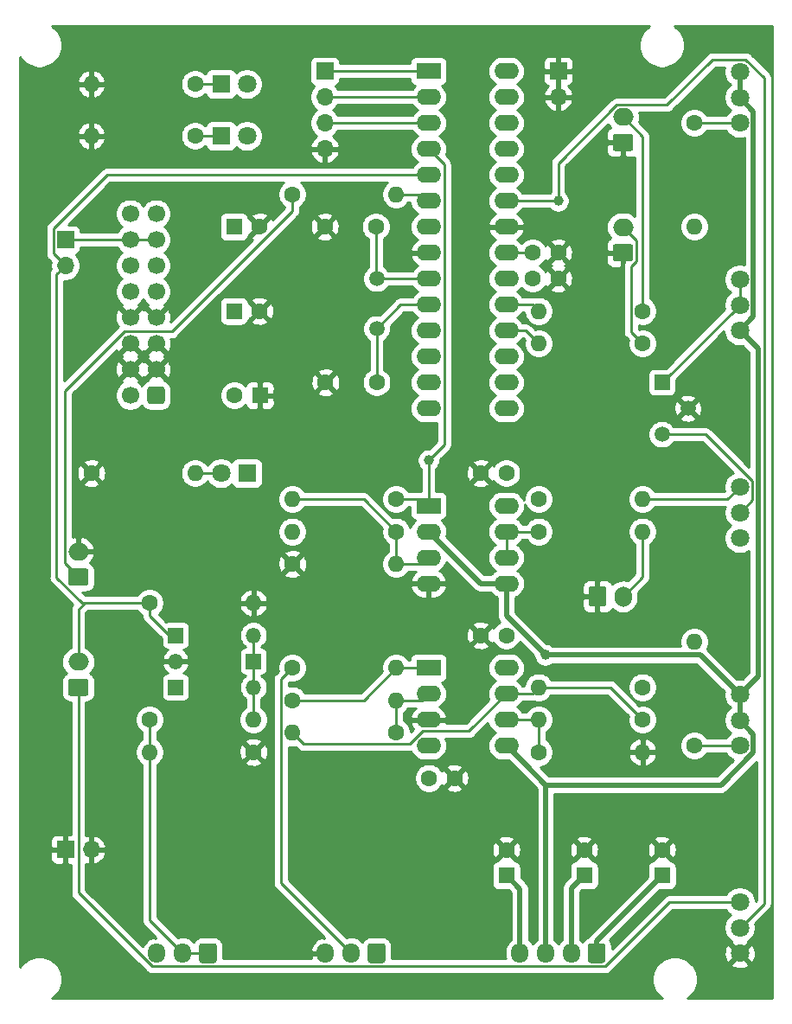
<source format=gtl>
G04 #@! TF.GenerationSoftware,KiCad,Pcbnew,(5.1.10)-1*
G04 #@! TF.CreationDate,2021-12-16T17:09:31+09:00*
G04 #@! TF.ProjectId,ArEG,41724547-2e6b-4696-9361-645f70636258,Ver.1.0*
G04 #@! TF.SameCoordinates,Original*
G04 #@! TF.FileFunction,Copper,L1,Top*
G04 #@! TF.FilePolarity,Positive*
%FSLAX46Y46*%
G04 Gerber Fmt 4.6, Leading zero omitted, Abs format (unit mm)*
G04 Created by KiCad (PCBNEW (5.1.10)-1) date 2021-12-16 17:09:31*
%MOMM*%
%LPD*%
G01*
G04 APERTURE LIST*
G04 #@! TA.AperFunction,ComponentPad*
%ADD10O,2.400000X1.600000*%
G04 #@! TD*
G04 #@! TA.AperFunction,ComponentPad*
%ADD11R,2.400000X1.600000*%
G04 #@! TD*
G04 #@! TA.AperFunction,ComponentPad*
%ADD12O,1.700000X1.700000*%
G04 #@! TD*
G04 #@! TA.AperFunction,ComponentPad*
%ADD13R,1.700000X1.700000*%
G04 #@! TD*
G04 #@! TA.AperFunction,SMDPad,CuDef*
%ADD14C,1.000000*%
G04 #@! TD*
G04 #@! TA.AperFunction,ComponentPad*
%ADD15O,2.000000X1.700000*%
G04 #@! TD*
G04 #@! TA.AperFunction,ComponentPad*
%ADD16O,1.700000X1.950000*%
G04 #@! TD*
G04 #@! TA.AperFunction,ComponentPad*
%ADD17C,1.500000*%
G04 #@! TD*
G04 #@! TA.AperFunction,ComponentPad*
%ADD18C,1.800000*%
G04 #@! TD*
G04 #@! TA.AperFunction,ComponentPad*
%ADD19O,1.600000X1.600000*%
G04 #@! TD*
G04 #@! TA.AperFunction,ComponentPad*
%ADD20C,1.600000*%
G04 #@! TD*
G04 #@! TA.AperFunction,ComponentPad*
%ADD21R,1.500000X1.500000*%
G04 #@! TD*
G04 #@! TA.AperFunction,ComponentPad*
%ADD22C,1.700000*%
G04 #@! TD*
G04 #@! TA.AperFunction,ComponentPad*
%ADD23O,1.700000X2.000000*%
G04 #@! TD*
G04 #@! TA.AperFunction,ComponentPad*
%ADD24O,1.500000X1.500000*%
G04 #@! TD*
G04 #@! TA.AperFunction,ComponentPad*
%ADD25R,1.800000X1.800000*%
G04 #@! TD*
G04 #@! TA.AperFunction,ComponentPad*
%ADD26R,1.600000X1.600000*%
G04 #@! TD*
G04 #@! TA.AperFunction,ViaPad*
%ADD27C,0.800000*%
G04 #@! TD*
G04 #@! TA.AperFunction,Conductor*
%ADD28C,0.250000*%
G04 #@! TD*
G04 #@! TA.AperFunction,Conductor*
%ADD29C,0.500000*%
G04 #@! TD*
G04 #@! TA.AperFunction,Conductor*
%ADD30C,0.254000*%
G04 #@! TD*
G04 #@! TA.AperFunction,Conductor*
%ADD31C,0.100000*%
G04 #@! TD*
G04 APERTURE END LIST*
D10*
G04 #@! TO.P,U3,8*
G04 #@! TO.N,+12V*
X147320000Y-109220000D03*
G04 #@! TO.P,U3,4*
G04 #@! TO.N,-12V*
X139700000Y-116840000D03*
G04 #@! TO.P,U3,7*
G04 #@! TO.N,Net-(R17-Pad2)*
X147320000Y-111760000D03*
G04 #@! TO.P,U3,3*
G04 #@! TO.N,GND*
X139700000Y-114300000D03*
G04 #@! TO.P,U3,6*
G04 #@! TO.N,Net-(R20-Pad2)*
X147320000Y-114300000D03*
G04 #@! TO.P,U3,2*
G04 #@! TO.N,Net-(R15-Pad2)*
X139700000Y-111760000D03*
G04 #@! TO.P,U3,5*
G04 #@! TO.N,Net-(RV3-Pad1)*
X147320000Y-116840000D03*
D11*
G04 #@! TO.P,U3,1*
G04 #@! TO.N,Net-(R15-Pad1)*
X139700000Y-109220000D03*
G04 #@! TD*
D12*
G04 #@! TO.P,J8,2*
G04 #@! TO.N,GND*
X152400000Y-53340000D03*
D13*
G04 #@! TO.P,J8,1*
X152400000Y-50800000D03*
G04 #@! TD*
D12*
G04 #@! TO.P,J7,2*
G04 #@! TO.N,GND*
X106680000Y-127000000D03*
D13*
G04 #@! TO.P,J7,1*
X104140000Y-127000000D03*
G04 #@! TD*
D14*
G04 #@! TO.P,TP3,1*
G04 #@! TO.N,Delay_Time*
X152400000Y-63500000D03*
G04 #@! TD*
G04 #@! TO.P,TP2,1*
G04 #@! TO.N,Net-(RV3-Pad1)*
X151130000Y-107950000D03*
G04 #@! TD*
G04 #@! TO.P,TP1,1*
G04 #@! TO.N,Threshold*
X139700000Y-88900000D03*
G04 #@! TD*
D15*
G04 #@! TO.P,J6,2*
G04 #@! TO.N,GND*
X105410000Y-97830000D03*
G04 #@! TO.P,J6,1*
G04 #@! TO.N,Net-(J6-Pad1)*
G04 #@! TA.AperFunction,ComponentPad*
G36*
G01*
X106160000Y-101180000D02*
X104660000Y-101180000D01*
G75*
G02*
X104410000Y-100930000I0J250000D01*
G01*
X104410000Y-99730000D01*
G75*
G02*
X104660000Y-99480000I250000J0D01*
G01*
X106160000Y-99480000D01*
G75*
G02*
X106410000Y-99730000I0J-250000D01*
G01*
X106410000Y-100930000D01*
G75*
G02*
X106160000Y-101180000I-250000J0D01*
G01*
G37*
G04 #@! TD.AperFunction*
G04 #@! TD*
D16*
G04 #@! TO.P,J4,3*
G04 #@! TO.N,GND*
X129620000Y-137160000D03*
G04 #@! TO.P,J4,2*
G04 #@! TO.N,/ADSR/INV_OUT*
X132120000Y-137160000D03*
G04 #@! TO.P,J4,1*
G04 #@! TO.N,/ADSR/ADSR_OUT*
G04 #@! TA.AperFunction,ComponentPad*
G36*
G01*
X135470000Y-136435000D02*
X135470000Y-137885000D01*
G75*
G02*
X135220000Y-138135000I-250000J0D01*
G01*
X134020000Y-138135000D01*
G75*
G02*
X133770000Y-137885000I0J250000D01*
G01*
X133770000Y-136435000D01*
G75*
G02*
X134020000Y-136185000I250000J0D01*
G01*
X135220000Y-136185000D01*
G75*
G02*
X135470000Y-136435000I0J-250000D01*
G01*
G37*
G04 #@! TD.AperFunction*
G04 #@! TD*
D10*
G04 #@! TO.P,U2,8*
G04 #@! TO.N,+5V*
X147320000Y-93345000D03*
G04 #@! TO.P,U2,4*
G04 #@! TO.N,GND*
X139700000Y-100965000D03*
G04 #@! TO.P,U2,7*
G04 #@! TO.N,Net-(R23-Pad1)*
X147320000Y-95885000D03*
G04 #@! TO.P,U2,3*
G04 #@! TO.N,Net-(R11-Pad2)*
X139700000Y-98425000D03*
G04 #@! TO.P,U2,6*
G04 #@! TO.N,Net-(R23-Pad1)*
X147320000Y-98425000D03*
G04 #@! TO.P,U2,2*
G04 #@! TO.N,Net-(RV3-Pad1)*
X139700000Y-95885000D03*
G04 #@! TO.P,U2,5*
X147320000Y-100965000D03*
D11*
G04 #@! TO.P,U2,1*
G04 #@! TO.N,Threshold*
X139700000Y-93345000D03*
G04 #@! TD*
D10*
G04 #@! TO.P,U1,28*
G04 #@! TO.N,N/C*
X147320000Y-50800000D03*
G04 #@! TO.P,U1,14*
X139700000Y-83820000D03*
G04 #@! TO.P,U1,27*
X147320000Y-53340000D03*
G04 #@! TO.P,U1,13*
G04 #@! TO.N,Release*
X139700000Y-81280000D03*
G04 #@! TO.P,U1,26*
G04 #@! TO.N,N/C*
X147320000Y-55880000D03*
G04 #@! TO.P,U1,12*
G04 #@! TO.N,Decay*
X139700000Y-78740000D03*
G04 #@! TO.P,U1,25*
G04 #@! TO.N,N/C*
X147320000Y-58420000D03*
G04 #@! TO.P,U1,11*
G04 #@! TO.N,Attack*
X139700000Y-76200000D03*
G04 #@! TO.P,U1,24*
G04 #@! TO.N,N/C*
X147320000Y-60960000D03*
G04 #@! TO.P,U1,10*
G04 #@! TO.N,Net-(C7-Pad1)*
X139700000Y-73660000D03*
G04 #@! TO.P,U1,23*
G04 #@! TO.N,Delay_Time*
X147320000Y-63500000D03*
G04 #@! TO.P,U1,9*
G04 #@! TO.N,Net-(C6-Pad2)*
X139700000Y-71120000D03*
G04 #@! TO.P,U1,22*
G04 #@! TO.N,GND*
X147320000Y-66040000D03*
G04 #@! TO.P,U1,8*
X139700000Y-68580000D03*
G04 #@! TO.P,U1,21*
G04 #@! TO.N,Net-(C5-Pad2)*
X147320000Y-68580000D03*
G04 #@! TO.P,U1,7*
G04 #@! TO.N,+5V*
X139700000Y-66040000D03*
G04 #@! TO.P,U1,20*
X147320000Y-71120000D03*
G04 #@! TO.P,U1,6*
G04 #@! TO.N,Delayed_Gate*
X139700000Y-63500000D03*
G04 #@! TO.P,U1,19*
G04 #@! TO.N,Gate_LED*
X147320000Y-73660000D03*
G04 #@! TO.P,U1,5*
G04 #@! TO.N,Gate_Com*
X139700000Y-60960000D03*
G04 #@! TO.P,U1,18*
G04 #@! TO.N,Delayed_LED*
X147320000Y-76200000D03*
G04 #@! TO.P,U1,4*
G04 #@! TO.N,Threshold*
X139700000Y-58420000D03*
G04 #@! TO.P,U1,17*
G04 #@! TO.N,N/C*
X147320000Y-78740000D03*
G04 #@! TO.P,U1,3*
G04 #@! TO.N,/TXD*
X139700000Y-55880000D03*
G04 #@! TO.P,U1,16*
G04 #@! TO.N,N/C*
X147320000Y-81280000D03*
G04 #@! TO.P,U1,2*
G04 #@! TO.N,/RXD*
X139700000Y-53340000D03*
G04 #@! TO.P,U1,15*
G04 #@! TO.N,N/C*
X147320000Y-83820000D03*
D11*
G04 #@! TO.P,U1,1*
G04 #@! TO.N,/RST*
X139700000Y-50800000D03*
G04 #@! TD*
D16*
G04 #@! TO.P,J3,3*
G04 #@! TO.N,GND*
X113110000Y-137160000D03*
G04 #@! TO.P,J3,2*
G04 #@! TO.N,Net-(J3-Pad1)*
X115610000Y-137160000D03*
G04 #@! TO.P,J3,1*
G04 #@! TA.AperFunction,ComponentPad*
G36*
G01*
X118960000Y-136435000D02*
X118960000Y-137885000D01*
G75*
G02*
X118710000Y-138135000I-250000J0D01*
G01*
X117510000Y-138135000D01*
G75*
G02*
X117260000Y-137885000I0J250000D01*
G01*
X117260000Y-136435000D01*
G75*
G02*
X117510000Y-136185000I250000J0D01*
G01*
X118710000Y-136185000D01*
G75*
G02*
X118960000Y-136435000I0J-250000D01*
G01*
G37*
G04 #@! TD.AperFunction*
G04 #@! TD*
D17*
G04 #@! TO.P,Y1,2*
G04 #@! TO.N,Net-(C7-Pad1)*
X134620000Y-76020000D03*
G04 #@! TO.P,Y1,1*
G04 #@! TO.N,Net-(C6-Pad2)*
X134620000Y-71120000D03*
G04 #@! TD*
D16*
G04 #@! TO.P,SW2,4*
G04 #@! TO.N,Net-(C13-Pad1)*
X148670000Y-137160000D03*
G04 #@! TO.P,SW2,3*
G04 #@! TO.N,Net-(RV3-Pad1)*
X151170000Y-137160000D03*
G04 #@! TO.P,SW2,2*
G04 #@! TO.N,Net-(C14-Pad1)*
X153670000Y-137160000D03*
G04 #@! TO.P,SW2,1*
G04 #@! TO.N,Net-(C15-Pad1)*
G04 #@! TA.AperFunction,ComponentPad*
G36*
G01*
X157020000Y-136435000D02*
X157020000Y-137885000D01*
G75*
G02*
X156770000Y-138135000I-250000J0D01*
G01*
X155570000Y-138135000D01*
G75*
G02*
X155320000Y-137885000I0J250000D01*
G01*
X155320000Y-136435000D01*
G75*
G02*
X155570000Y-136185000I250000J0D01*
G01*
X156770000Y-136185000D01*
G75*
G02*
X157020000Y-136435000I0J-250000D01*
G01*
G37*
G04 #@! TD.AperFunction*
G04 #@! TD*
D15*
G04 #@! TO.P,SW1,2*
G04 #@! TO.N,Gate_Com*
X105410000Y-108625000D03*
G04 #@! TO.P,SW1,1*
G04 #@! TO.N,+5V*
G04 #@! TA.AperFunction,ComponentPad*
G36*
G01*
X106160000Y-111975000D02*
X104660000Y-111975000D01*
G75*
G02*
X104410000Y-111725000I0J250000D01*
G01*
X104410000Y-110525000D01*
G75*
G02*
X104660000Y-110275000I250000J0D01*
G01*
X106160000Y-110275000D01*
G75*
G02*
X106410000Y-110525000I0J-250000D01*
G01*
X106410000Y-111725000D01*
G75*
G02*
X106160000Y-111975000I-250000J0D01*
G01*
G37*
G04 #@! TD.AperFunction*
G04 #@! TD*
D18*
G04 #@! TO.P,RV5,1*
G04 #@! TO.N,Net-(R21-Pad1)*
X170180000Y-116840000D03*
G04 #@! TO.P,RV5,2*
G04 #@! TO.N,Net-(RV3-Pad1)*
X170180000Y-114340000D03*
G04 #@! TO.P,RV5,3*
X170180000Y-111840000D03*
G04 #@! TD*
G04 #@! TO.P,RV4,1*
G04 #@! TO.N,Net-(R18-Pad1)*
X170180000Y-55880000D03*
G04 #@! TO.P,RV4,2*
G04 #@! TO.N,Net-(RV3-Pad1)*
X170180000Y-53380000D03*
G04 #@! TO.P,RV4,3*
X170180000Y-50880000D03*
G04 #@! TD*
G04 #@! TO.P,RV3,1*
G04 #@! TO.N,Net-(RV3-Pad1)*
X170180000Y-76200000D03*
G04 #@! TO.P,RV3,2*
G04 #@! TO.N,Net-(Q1-Pad1)*
X170180000Y-73700000D03*
G04 #@! TO.P,RV3,3*
X170180000Y-71200000D03*
G04 #@! TD*
G04 #@! TO.P,RV2,1*
G04 #@! TO.N,Decay*
X170180000Y-96520000D03*
G04 #@! TO.P,RV2,2*
G04 #@! TO.N,Net-(Q1-Pad3)*
X170180000Y-94020000D03*
G04 #@! TO.P,RV2,3*
G04 #@! TO.N,Net-(R13-Pad2)*
X170180000Y-91520000D03*
G04 #@! TD*
G04 #@! TO.P,RV1,1*
G04 #@! TO.N,GND*
X170180000Y-137160000D03*
G04 #@! TO.P,RV1,2*
G04 #@! TO.N,Delay_Time*
X170180000Y-134660000D03*
G04 #@! TO.P,RV1,3*
G04 #@! TO.N,+5V*
X170180000Y-132160000D03*
G04 #@! TD*
D19*
G04 #@! TO.P,R23,2*
G04 #@! TO.N,Net-(D9-Pad2)*
X160655000Y-95885000D03*
D20*
G04 #@! TO.P,R23,1*
G04 #@! TO.N,Net-(R23-Pad1)*
X150495000Y-95885000D03*
G04 #@! TD*
D19*
G04 #@! TO.P,R22,2*
G04 #@! TO.N,GND*
X160655000Y-117475000D03*
D20*
G04 #@! TO.P,R22,1*
G04 #@! TO.N,Net-(R20-Pad2)*
X150495000Y-117475000D03*
G04 #@! TD*
D19*
G04 #@! TO.P,R21,2*
G04 #@! TO.N,Release*
X165735000Y-106680000D03*
D20*
G04 #@! TO.P,R21,1*
G04 #@! TO.N,Net-(R21-Pad1)*
X165735000Y-116840000D03*
G04 #@! TD*
D19*
G04 #@! TO.P,R20,2*
G04 #@! TO.N,Net-(R20-Pad2)*
X150495000Y-114300000D03*
D20*
G04 #@! TO.P,R20,1*
G04 #@! TO.N,Net-(R17-Pad2)*
X160655000Y-114300000D03*
G04 #@! TD*
D19*
G04 #@! TO.P,R19,2*
G04 #@! TO.N,Net-(R17-Pad2)*
X150495000Y-111125000D03*
D20*
G04 #@! TO.P,R19,1*
G04 #@! TO.N,/ADSR/ADSR_OUT*
X160655000Y-111125000D03*
G04 #@! TD*
D19*
G04 #@! TO.P,R18,2*
G04 #@! TO.N,Attack*
X165735000Y-66040000D03*
D20*
G04 #@! TO.P,R18,1*
G04 #@! TO.N,Net-(R18-Pad1)*
X165735000Y-55880000D03*
G04 #@! TD*
D19*
G04 #@! TO.P,R17,2*
G04 #@! TO.N,Net-(R17-Pad2)*
X126365000Y-115570000D03*
D20*
G04 #@! TO.P,R17,1*
G04 #@! TO.N,Net-(R15-Pad2)*
X136525000Y-115570000D03*
G04 #@! TD*
D19*
G04 #@! TO.P,R16,2*
G04 #@! TO.N,Net-(R15-Pad1)*
X136525000Y-109220000D03*
D20*
G04 #@! TO.P,R16,1*
G04 #@! TO.N,/ADSR/INV_OUT*
X126365000Y-109220000D03*
G04 #@! TD*
D19*
G04 #@! TO.P,R15,2*
G04 #@! TO.N,Net-(R15-Pad2)*
X136525000Y-112395000D03*
D20*
G04 #@! TO.P,R15,1*
G04 #@! TO.N,Net-(R15-Pad1)*
X126365000Y-112395000D03*
G04 #@! TD*
D19*
G04 #@! TO.P,R14,2*
G04 #@! TO.N,Net-(R11-Pad2)*
X136525000Y-99060000D03*
D20*
G04 #@! TO.P,R14,1*
G04 #@! TO.N,GND*
X126365000Y-99060000D03*
G04 #@! TD*
D19*
G04 #@! TO.P,R13,2*
G04 #@! TO.N,Net-(R13-Pad2)*
X160655000Y-92710000D03*
D20*
G04 #@! TO.P,R13,1*
G04 #@! TO.N,+5V*
X150495000Y-92710000D03*
G04 #@! TD*
D19*
G04 #@! TO.P,R12,2*
G04 #@! TO.N,+5V*
X126365000Y-95885000D03*
D20*
G04 #@! TO.P,R12,1*
G04 #@! TO.N,Net-(R11-Pad2)*
X136525000Y-95885000D03*
G04 #@! TD*
D19*
G04 #@! TO.P,R11,2*
G04 #@! TO.N,Net-(R11-Pad2)*
X126365000Y-92710000D03*
D20*
G04 #@! TO.P,R11,1*
G04 #@! TO.N,Threshold*
X136525000Y-92710000D03*
G04 #@! TD*
D19*
G04 #@! TO.P,R9,2*
G04 #@! TO.N,Delayed_Gate*
X136525000Y-62865000D03*
D20*
G04 #@! TO.P,R9,1*
G04 #@! TO.N,Net-(J6-Pad1)*
X126365000Y-62865000D03*
G04 #@! TD*
D19*
G04 #@! TO.P,R8,2*
G04 #@! TO.N,GND*
X122555000Y-102870000D03*
D20*
G04 #@! TO.P,R8,1*
G04 #@! TO.N,Gate_Com*
X112395000Y-102870000D03*
G04 #@! TD*
D19*
G04 #@! TO.P,R7,2*
G04 #@! TO.N,Net-(J3-Pad1)*
X112395000Y-117475000D03*
D20*
G04 #@! TO.P,R7,1*
G04 #@! TO.N,GND*
X122555000Y-117475000D03*
G04 #@! TD*
D19*
G04 #@! TO.P,R6,2*
G04 #@! TO.N,Net-(D5-Pad2)*
X122555000Y-114300000D03*
D20*
G04 #@! TO.P,R6,1*
G04 #@! TO.N,Net-(J3-Pad1)*
X112395000Y-114300000D03*
G04 #@! TD*
D19*
G04 #@! TO.P,R5,2*
G04 #@! TO.N,Delayed_LED*
X150495000Y-77470000D03*
D20*
G04 #@! TO.P,R5,1*
G04 #@! TO.N,Net-(D6-Pad2)*
X160655000Y-77470000D03*
G04 #@! TD*
D19*
G04 #@! TO.P,R4,2*
G04 #@! TO.N,Gate_LED*
X150495000Y-74295000D03*
D20*
G04 #@! TO.P,R4,1*
G04 #@! TO.N,Net-(D4-Pad2)*
X160655000Y-74295000D03*
G04 #@! TD*
D19*
G04 #@! TO.P,R3,2*
G04 #@! TO.N,Net-(D3-Pad2)*
X116840000Y-90170000D03*
D20*
G04 #@! TO.P,R3,1*
G04 #@! TO.N,GND*
X106680000Y-90170000D03*
G04 #@! TD*
D19*
G04 #@! TO.P,R2,2*
G04 #@! TO.N,GND*
X106680000Y-52070000D03*
D20*
G04 #@! TO.P,R2,1*
G04 #@! TO.N,Net-(D2-Pad1)*
X116840000Y-52070000D03*
G04 #@! TD*
D19*
G04 #@! TO.P,R1,2*
G04 #@! TO.N,GND*
X106680000Y-57150000D03*
D20*
G04 #@! TO.P,R1,1*
G04 #@! TO.N,Net-(D1-Pad1)*
X116840000Y-57150000D03*
G04 #@! TD*
D21*
G04 #@! TO.P,Q1,1*
G04 #@! TO.N,Net-(Q1-Pad1)*
X162560000Y-81280000D03*
D17*
G04 #@! TO.P,Q1,3*
G04 #@! TO.N,Net-(Q1-Pad3)*
X162560000Y-86360000D03*
G04 #@! TO.P,Q1,2*
G04 #@! TO.N,GND*
X165100000Y-83820000D03*
G04 #@! TD*
D12*
G04 #@! TO.P,J5,4*
G04 #@! TO.N,GND*
X129540000Y-58420000D03*
G04 #@! TO.P,J5,3*
G04 #@! TO.N,/TXD*
X129540000Y-55880000D03*
G04 #@! TO.P,J5,2*
G04 #@! TO.N,/RXD*
X129540000Y-53340000D03*
D13*
G04 #@! TO.P,J5,1*
G04 #@! TO.N,/RST*
X129540000Y-50800000D03*
G04 #@! TD*
D22*
G04 #@! TO.P,J2,16*
G04 #@! TO.N,N/C*
X110490000Y-64770000D03*
G04 #@! TO.P,J2,14*
G04 #@! TO.N,Net-(J1-Pad1)*
X110490000Y-67310000D03*
G04 #@! TO.P,J2,12*
G04 #@! TO.N,+5V*
X110490000Y-69850000D03*
G04 #@! TO.P,J2,10*
G04 #@! TO.N,+12V*
X110490000Y-72390000D03*
G04 #@! TO.P,J2,8*
G04 #@! TO.N,GND*
X110490000Y-74930000D03*
G04 #@! TO.P,J2,6*
X110490000Y-77470000D03*
G04 #@! TO.P,J2,4*
X110490000Y-80010000D03*
G04 #@! TO.P,J2,2*
G04 #@! TO.N,-12V*
X110490000Y-82550000D03*
G04 #@! TO.P,J2,15*
G04 #@! TO.N,N/C*
X113030000Y-64770000D03*
G04 #@! TO.P,J2,13*
G04 #@! TO.N,Net-(J1-Pad1)*
X113030000Y-67310000D03*
G04 #@! TO.P,J2,11*
G04 #@! TO.N,+5V*
X113030000Y-69850000D03*
G04 #@! TO.P,J2,9*
G04 #@! TO.N,+12V*
X113030000Y-72390000D03*
G04 #@! TO.P,J2,7*
G04 #@! TO.N,GND*
X113030000Y-74930000D03*
G04 #@! TO.P,J2,5*
X113030000Y-77470000D03*
G04 #@! TO.P,J2,3*
X113030000Y-80010000D03*
G04 #@! TO.P,J2,1*
G04 #@! TO.N,-12V*
G04 #@! TA.AperFunction,ComponentPad*
G36*
G01*
X113880000Y-81950000D02*
X113880000Y-83150000D01*
G75*
G02*
X113630000Y-83400000I-250000J0D01*
G01*
X112430000Y-83400000D01*
G75*
G02*
X112180000Y-83150000I0J250000D01*
G01*
X112180000Y-81950000D01*
G75*
G02*
X112430000Y-81700000I250000J0D01*
G01*
X113630000Y-81700000D01*
G75*
G02*
X113880000Y-81950000I0J-250000D01*
G01*
G37*
G04 #@! TD.AperFunction*
G04 #@! TD*
D12*
G04 #@! TO.P,J1,2*
G04 #@! TO.N,Gate_Com*
X104140000Y-69850000D03*
D13*
G04 #@! TO.P,J1,1*
G04 #@! TO.N,Net-(J1-Pad1)*
X104140000Y-67310000D03*
G04 #@! TD*
D23*
G04 #@! TO.P,D9,2*
G04 #@! TO.N,Net-(D9-Pad2)*
X158750000Y-102235000D03*
G04 #@! TO.P,D9,1*
G04 #@! TO.N,GND*
G04 #@! TA.AperFunction,ComponentPad*
G36*
G01*
X155400000Y-102985000D02*
X155400000Y-101485000D01*
G75*
G02*
X155650000Y-101235000I250000J0D01*
G01*
X156850000Y-101235000D01*
G75*
G02*
X157100000Y-101485000I0J-250000D01*
G01*
X157100000Y-102985000D01*
G75*
G02*
X156850000Y-103235000I-250000J0D01*
G01*
X155650000Y-103235000D01*
G75*
G02*
X155400000Y-102985000I0J250000D01*
G01*
G37*
G04 #@! TD.AperFunction*
G04 #@! TD*
D24*
G04 #@! TO.P,D8,2*
G04 #@! TO.N,GND*
X114935000Y-108585000D03*
D21*
G04 #@! TO.P,D8,1*
G04 #@! TO.N,Net-(D5-Pad2)*
X122555000Y-108585000D03*
G04 #@! TD*
D24*
G04 #@! TO.P,D7,2*
G04 #@! TO.N,Net-(D5-Pad2)*
X122555000Y-106045000D03*
D21*
G04 #@! TO.P,D7,1*
G04 #@! TO.N,Gate_Com*
X114935000Y-106045000D03*
G04 #@! TD*
D15*
G04 #@! TO.P,D6,2*
G04 #@! TO.N,Net-(D6-Pad2)*
X158750000Y-66080000D03*
G04 #@! TO.P,D6,1*
G04 #@! TO.N,GND*
G04 #@! TA.AperFunction,ComponentPad*
G36*
G01*
X159500000Y-69430000D02*
X158000000Y-69430000D01*
G75*
G02*
X157750000Y-69180000I0J250000D01*
G01*
X157750000Y-67980000D01*
G75*
G02*
X158000000Y-67730000I250000J0D01*
G01*
X159500000Y-67730000D01*
G75*
G02*
X159750000Y-67980000I0J-250000D01*
G01*
X159750000Y-69180000D01*
G75*
G02*
X159500000Y-69430000I-250000J0D01*
G01*
G37*
G04 #@! TD.AperFunction*
G04 #@! TD*
D24*
G04 #@! TO.P,D5,2*
G04 #@! TO.N,Net-(D5-Pad2)*
X122555000Y-111125000D03*
D21*
G04 #@! TO.P,D5,1*
G04 #@! TO.N,+5V*
X114935000Y-111125000D03*
G04 #@! TD*
D15*
G04 #@! TO.P,D4,2*
G04 #@! TO.N,Net-(D4-Pad2)*
X158750000Y-55285000D03*
G04 #@! TO.P,D4,1*
G04 #@! TO.N,GND*
G04 #@! TA.AperFunction,ComponentPad*
G36*
G01*
X159500000Y-58635000D02*
X158000000Y-58635000D01*
G75*
G02*
X157750000Y-58385000I0J250000D01*
G01*
X157750000Y-57185000D01*
G75*
G02*
X158000000Y-56935000I250000J0D01*
G01*
X159500000Y-56935000D01*
G75*
G02*
X159750000Y-57185000I0J-250000D01*
G01*
X159750000Y-58385000D01*
G75*
G02*
X159500000Y-58635000I-250000J0D01*
G01*
G37*
G04 #@! TD.AperFunction*
G04 #@! TD*
D18*
G04 #@! TO.P,D3,2*
G04 #@! TO.N,Net-(D3-Pad2)*
X119380000Y-90170000D03*
D25*
G04 #@! TO.P,D3,1*
G04 #@! TO.N,-12V*
X121920000Y-90170000D03*
G04 #@! TD*
D18*
G04 #@! TO.P,D2,2*
G04 #@! TO.N,+5V*
X121920000Y-52070000D03*
D25*
G04 #@! TO.P,D2,1*
G04 #@! TO.N,Net-(D2-Pad1)*
X119380000Y-52070000D03*
G04 #@! TD*
D18*
G04 #@! TO.P,D1,2*
G04 #@! TO.N,+12V*
X121920000Y-57150000D03*
D25*
G04 #@! TO.P,D1,1*
G04 #@! TO.N,Net-(D1-Pad1)*
X119380000Y-57150000D03*
G04 #@! TD*
D20*
G04 #@! TO.P,C15,2*
G04 #@! TO.N,GND*
X162560000Y-127040000D03*
D26*
G04 #@! TO.P,C15,1*
G04 #@! TO.N,Net-(C15-Pad1)*
X162560000Y-129540000D03*
G04 #@! TD*
D20*
G04 #@! TO.P,C14,2*
G04 #@! TO.N,GND*
X154940000Y-127040000D03*
D26*
G04 #@! TO.P,C14,1*
G04 #@! TO.N,Net-(C14-Pad1)*
X154940000Y-129540000D03*
G04 #@! TD*
D20*
G04 #@! TO.P,C13,2*
G04 #@! TO.N,GND*
X147320000Y-127040000D03*
D26*
G04 #@! TO.P,C13,1*
G04 #@! TO.N,Net-(C13-Pad1)*
X147320000Y-129540000D03*
G04 #@! TD*
D20*
G04 #@! TO.P,C12,2*
G04 #@! TO.N,-12V*
X139740000Y-120015000D03*
G04 #@! TO.P,C12,1*
G04 #@! TO.N,GND*
X142240000Y-120015000D03*
G04 #@! TD*
G04 #@! TO.P,C10,2*
G04 #@! TO.N,GND*
X144820000Y-106045000D03*
G04 #@! TO.P,C10,1*
G04 #@! TO.N,+12V*
X147320000Y-106045000D03*
G04 #@! TD*
G04 #@! TO.P,C9,2*
G04 #@! TO.N,GND*
X144820000Y-90170000D03*
G04 #@! TO.P,C9,1*
G04 #@! TO.N,+5V*
X147320000Y-90170000D03*
G04 #@! TD*
G04 #@! TO.P,C7,2*
G04 #@! TO.N,GND*
X129620000Y-81280000D03*
G04 #@! TO.P,C7,1*
G04 #@! TO.N,Net-(C7-Pad1)*
X134620000Y-81280000D03*
G04 #@! TD*
G04 #@! TO.P,C6,2*
G04 #@! TO.N,Net-(C6-Pad2)*
X134540000Y-66040000D03*
G04 #@! TO.P,C6,1*
G04 #@! TO.N,GND*
X129540000Y-66040000D03*
G04 #@! TD*
G04 #@! TO.P,C5,2*
G04 #@! TO.N,Net-(C5-Pad2)*
X149900000Y-68580000D03*
G04 #@! TO.P,C5,1*
G04 #@! TO.N,GND*
X152400000Y-68580000D03*
G04 #@! TD*
G04 #@! TO.P,C4,2*
G04 #@! TO.N,+5V*
X149900000Y-71120000D03*
G04 #@! TO.P,C4,1*
G04 #@! TO.N,GND*
X152400000Y-71120000D03*
G04 #@! TD*
G04 #@! TO.P,C3,2*
G04 #@! TO.N,-12V*
X120690000Y-82550000D03*
D26*
G04 #@! TO.P,C3,1*
G04 #@! TO.N,GND*
X123190000Y-82550000D03*
G04 #@! TD*
D20*
G04 #@! TO.P,C2,2*
G04 #@! TO.N,GND*
X123150000Y-66040000D03*
D26*
G04 #@! TO.P,C2,1*
G04 #@! TO.N,+5V*
X120650000Y-66040000D03*
G04 #@! TD*
D20*
G04 #@! TO.P,C1,2*
G04 #@! TO.N,GND*
X123150000Y-74295000D03*
D26*
G04 #@! TO.P,C1,1*
G04 #@! TO.N,+12V*
X120650000Y-74295000D03*
G04 #@! TD*
D27*
G04 #@! TO.N,GND*
X134620000Y-52070000D03*
X134620000Y-54610000D03*
X143510000Y-73025000D03*
X143510000Y-76200000D03*
X144780000Y-81280000D03*
X142875000Y-83185000D03*
X143510000Y-93345000D03*
X144145000Y-86995000D03*
X127635000Y-71120000D03*
X127635000Y-74295000D03*
X114935000Y-96520000D03*
X119380000Y-96520000D03*
X118745000Y-123825000D03*
X122555000Y-123825000D03*
X129540000Y-123825000D03*
X133985000Y-123825000D03*
X118745000Y-128270000D03*
X122555000Y-128270000D03*
X129540000Y-128270000D03*
X133985000Y-128270000D03*
X138430000Y-128270000D03*
X110490000Y-123825000D03*
X110490000Y-128270000D03*
X104140000Y-133985000D03*
X107315000Y-137160000D03*
X139700000Y-135890000D03*
X143510000Y-135890000D03*
X138430000Y-123825000D03*
X142875000Y-123825000D03*
X156210000Y-123825000D03*
X161290000Y-123825000D03*
X166370000Y-123825000D03*
X153035000Y-82550000D03*
X158750000Y-82550000D03*
X153035000Y-88900000D03*
X158750000Y-88900000D03*
X129540000Y-104775000D03*
X133985000Y-104775000D03*
G04 #@! TD*
D28*
G04 #@! TO.N,+5V*
X105410000Y-131246715D02*
X105410000Y-111125000D01*
X112623295Y-138460010D02*
X105410000Y-131246715D01*
X157008180Y-138460010D02*
X112623295Y-138460010D01*
X163308190Y-132160000D02*
X157008180Y-138460010D01*
X170180000Y-132160000D02*
X163308190Y-132160000D01*
G04 #@! TO.N,Net-(C5-Pad2)*
X147320000Y-68580000D02*
X149900000Y-68580000D01*
G04 #@! TO.N,Net-(C6-Pad2)*
X134540000Y-71040000D02*
X134620000Y-71120000D01*
X134540000Y-66040000D02*
X134540000Y-71040000D01*
X134620000Y-71120000D02*
X139700000Y-71120000D01*
G04 #@! TO.N,Net-(C7-Pad1)*
X134620000Y-81280000D02*
X134620000Y-76020000D01*
X136980000Y-73660000D02*
X134620000Y-76020000D01*
X139700000Y-73660000D02*
X136980000Y-73660000D01*
G04 #@! TO.N,Delay_Time*
X147320000Y-63500000D02*
X152400000Y-63500000D01*
X163060010Y-54109990D02*
X158113295Y-54109990D01*
X158113295Y-54109990D02*
X152400000Y-59823285D01*
X167515001Y-49654999D02*
X163060010Y-54109990D01*
X170768001Y-49654999D02*
X167515001Y-49654999D01*
X152400000Y-59823285D02*
X152400000Y-63500000D01*
X172555021Y-51442019D02*
X170768001Y-49654999D01*
X172555021Y-132284979D02*
X172555021Y-51442019D01*
X170180000Y-134660000D02*
X172555021Y-132284979D01*
D29*
G04 #@! TO.N,Net-(C13-Pad1)*
X148670000Y-130890000D02*
X147320000Y-129540000D01*
X148670000Y-137160000D02*
X148670000Y-130890000D01*
G04 #@! TO.N,Net-(C14-Pad1)*
X153670000Y-130810000D02*
X154940000Y-129540000D01*
X153670000Y-137160000D02*
X153670000Y-130810000D01*
G04 #@! TO.N,Net-(C15-Pad1)*
X156170000Y-135930000D02*
X162560000Y-129540000D01*
X156170000Y-137160000D02*
X156170000Y-135930000D01*
D28*
G04 #@! TO.N,Net-(D1-Pad1)*
X116840000Y-57150000D02*
X119380000Y-57150000D01*
G04 #@! TO.N,Net-(D2-Pad1)*
X116840000Y-52070000D02*
X119380000Y-52070000D01*
G04 #@! TO.N,Net-(D3-Pad2)*
X116840000Y-90170000D02*
X119380000Y-90170000D01*
G04 #@! TO.N,Net-(D4-Pad2)*
X160655000Y-57190000D02*
X158750000Y-55285000D01*
X160655000Y-74295000D02*
X160655000Y-57190000D01*
G04 #@! TO.N,Net-(D5-Pad2)*
X122555000Y-106045000D02*
X122555000Y-108585000D01*
X122555000Y-108585000D02*
X122555000Y-111125000D01*
X122555000Y-111125000D02*
X122555000Y-114300000D01*
G04 #@! TO.N,Net-(D6-Pad2)*
X160075010Y-67405010D02*
X158750000Y-66080000D01*
X160075010Y-69418180D02*
X160075010Y-67405010D01*
X159529999Y-69963191D02*
X160075010Y-69418180D01*
X159529999Y-76344999D02*
X159529999Y-69963191D01*
X160655000Y-77470000D02*
X159529999Y-76344999D01*
G04 #@! TO.N,Gate_Com*
X102964999Y-68674999D02*
X104140000Y-69850000D01*
X102964999Y-66199999D02*
X102964999Y-68674999D01*
X108204998Y-60960000D02*
X102964999Y-66199999D01*
X139700000Y-60960000D02*
X108204998Y-60960000D01*
X103290001Y-100373191D02*
X105786810Y-102870000D01*
X103290001Y-70699999D02*
X103290001Y-100373191D01*
X104140000Y-69850000D02*
X103290001Y-70699999D01*
X105410000Y-103505000D02*
X106045000Y-102870000D01*
X105410000Y-108625000D02*
X105410000Y-103505000D01*
X106045000Y-102870000D02*
X112395000Y-102870000D01*
X105786810Y-102870000D02*
X106045000Y-102870000D01*
X112395000Y-102870000D02*
X112395000Y-104140000D01*
X114300000Y-106045000D02*
X114935000Y-106045000D01*
X112395000Y-104140000D02*
X114300000Y-106045000D01*
G04 #@! TO.N,Net-(D9-Pad2)*
X160655000Y-100330000D02*
X158750000Y-102235000D01*
X160655000Y-95885000D02*
X160655000Y-100330000D01*
G04 #@! TO.N,Net-(J1-Pad1)*
X110490000Y-67310000D02*
X113030000Y-67310000D01*
X110490000Y-67310000D02*
X104140000Y-67310000D01*
G04 #@! TO.N,Net-(J3-Pad1)*
X112395000Y-114300000D02*
X112395000Y-117475000D01*
X112395000Y-133945000D02*
X115610000Y-137160000D01*
X112395000Y-117475000D02*
X112395000Y-133945000D01*
X115610000Y-137160000D02*
X118110000Y-137160000D01*
G04 #@! TO.N,/TXD*
X129540000Y-55880000D02*
X139700000Y-55880000D01*
G04 #@! TO.N,/RXD*
X129540000Y-53340000D02*
X139700000Y-53340000D01*
G04 #@! TO.N,/RST*
X129540000Y-50800000D02*
X139700000Y-50800000D01*
G04 #@! TO.N,Net-(Q1-Pad1)*
X162600000Y-81280000D02*
X170180000Y-73700000D01*
X162560000Y-81280000D02*
X162600000Y-81280000D01*
X170180000Y-73700000D02*
X170180000Y-71200000D01*
G04 #@! TO.N,Net-(Q1-Pad3)*
X166833002Y-86360000D02*
X162560000Y-86360000D01*
X171405001Y-90931999D02*
X166833002Y-86360000D01*
X171405001Y-92794999D02*
X171405001Y-90931999D01*
X170180000Y-94020000D02*
X171405001Y-92794999D01*
G04 #@! TO.N,Gate_LED*
X149860000Y-73660000D02*
X150495000Y-74295000D01*
X147320000Y-73660000D02*
X149860000Y-73660000D01*
G04 #@! TO.N,Delayed_LED*
X149225000Y-76200000D02*
X150495000Y-77470000D01*
X147320000Y-76200000D02*
X149225000Y-76200000D01*
G04 #@! TO.N,Delayed_Gate*
X139065000Y-62865000D02*
X139700000Y-63500000D01*
X136525000Y-62865000D02*
X139065000Y-62865000D01*
G04 #@! TO.N,Net-(R11-Pad2)*
X133350000Y-92710000D02*
X136525000Y-95885000D01*
X126365000Y-92710000D02*
X133350000Y-92710000D01*
X136525000Y-95885000D02*
X136525000Y-99060000D01*
X139065000Y-99060000D02*
X139700000Y-98425000D01*
X136525000Y-99060000D02*
X139065000Y-99060000D01*
G04 #@! TO.N,Threshold*
X139065000Y-92710000D02*
X139700000Y-93345000D01*
X136525000Y-92710000D02*
X139065000Y-92710000D01*
X139700000Y-93345000D02*
X139700000Y-88900000D01*
X141225010Y-59945010D02*
X139700000Y-58420000D01*
X141225010Y-87374990D02*
X141225010Y-59945010D01*
X139700000Y-88900000D02*
X141225010Y-87374990D01*
G04 #@! TO.N,Net-(R13-Pad2)*
X168990000Y-92710000D02*
X170180000Y-91520000D01*
X160655000Y-92710000D02*
X168990000Y-92710000D01*
G04 #@! TO.N,Net-(R15-Pad2)*
X139065000Y-112395000D02*
X139700000Y-111760000D01*
X136525000Y-112395000D02*
X139065000Y-112395000D01*
X136525000Y-115570000D02*
X136525000Y-112395000D01*
G04 #@! TO.N,Net-(R15-Pad1)*
X133350000Y-112395000D02*
X136525000Y-109220000D01*
X126365000Y-112395000D02*
X133350000Y-112395000D01*
X136525000Y-109220000D02*
X139700000Y-109220000D01*
G04 #@! TO.N,Net-(R17-Pad2)*
X139123986Y-115425010D02*
X143654990Y-115425010D01*
X143654990Y-115425010D02*
X147320000Y-111760000D01*
X137853995Y-116695001D02*
X139123986Y-115425010D01*
X127490001Y-116695001D02*
X137853995Y-116695001D01*
X126365000Y-115570000D02*
X127490001Y-116695001D01*
X149860000Y-111760000D02*
X150495000Y-111125000D01*
X147320000Y-111760000D02*
X149860000Y-111760000D01*
X157480000Y-111125000D02*
X160655000Y-114300000D01*
X150495000Y-111125000D02*
X157480000Y-111125000D01*
G04 #@! TO.N,Net-(R18-Pad1)*
X165735000Y-55880000D02*
X170180000Y-55880000D01*
G04 #@! TO.N,Net-(R20-Pad2)*
X147320000Y-114300000D02*
X150495000Y-114300000D01*
X150495000Y-114300000D02*
X150495000Y-116840000D01*
X150495000Y-116840000D02*
X150495000Y-117475000D01*
G04 #@! TO.N,Release*
X140730002Y-81280000D02*
X139700000Y-81280000D01*
X165735000Y-106680000D02*
X165735000Y-106284998D01*
G04 #@! TO.N,Net-(R21-Pad1)*
X165735000Y-116840000D02*
X170180000Y-116840000D01*
G04 #@! TO.N,Net-(R23-Pad1)*
X147320000Y-98425000D02*
X147320000Y-95885000D01*
X147320000Y-95885000D02*
X150495000Y-95885000D01*
G04 #@! TO.N,Decay*
X139700000Y-78740000D02*
X140248996Y-78740000D01*
D29*
G04 #@! TO.N,Net-(RV3-Pad1)*
X170180000Y-114340000D02*
X170180000Y-111840000D01*
X171530001Y-54730001D02*
X170180000Y-53380000D01*
X171530001Y-74849999D02*
X171530001Y-54730001D01*
X170180000Y-76200000D02*
X171530001Y-74849999D01*
X170180000Y-53380000D02*
X170180000Y-50880000D01*
X171530001Y-115690001D02*
X170180000Y-114340000D01*
X171530001Y-117488001D02*
X171530001Y-115690001D01*
X147320000Y-116840000D02*
X149205001Y-118725001D01*
X166290000Y-107950000D02*
X170180000Y-111840000D01*
X151130000Y-107950000D02*
X166290000Y-107950000D01*
X147320000Y-104140000D02*
X151130000Y-107950000D01*
X147320000Y-100965000D02*
X147320000Y-104140000D01*
X144780000Y-100965000D02*
X139700000Y-95885000D01*
X147320000Y-100965000D02*
X144780000Y-100965000D01*
X151170000Y-120690000D02*
X149205001Y-118725001D01*
X151170000Y-137160000D02*
X151170000Y-120690000D01*
X168328002Y-120690000D02*
X171530001Y-117488001D01*
X151170000Y-120690000D02*
X168328002Y-120690000D01*
X171980011Y-110039989D02*
X171980011Y-78000011D01*
X171980011Y-78000011D02*
X170180000Y-76200000D01*
X170180000Y-111840000D02*
X171980011Y-110039989D01*
D28*
G04 #@! TO.N,/ADSR/INV_OUT*
X125239999Y-110345001D02*
X126365000Y-109220000D01*
X125239999Y-130279999D02*
X125239999Y-110345001D01*
X132120000Y-137160000D02*
X125239999Y-130279999D01*
G04 #@! TO.N,Net-(J6-Pad1)*
X104084990Y-82136008D02*
X104084990Y-99004990D01*
X104084990Y-99004990D02*
X105410000Y-100330000D01*
X109925999Y-76294999D02*
X104084990Y-82136008D01*
X114560003Y-76294999D02*
X109925999Y-76294999D01*
X126365000Y-64490002D02*
X114560003Y-76294999D01*
X126365000Y-62865000D02*
X126365000Y-64490002D01*
G04 #@! TD*
D30*
G04 #@! TO.N,GND*
X161135271Y-46523962D02*
X160823962Y-46835271D01*
X160579369Y-47201331D01*
X160410890Y-47608075D01*
X160325000Y-48039872D01*
X160325000Y-48480128D01*
X160410890Y-48911925D01*
X160579369Y-49318669D01*
X160823962Y-49684729D01*
X161135271Y-49996038D01*
X161501331Y-50240631D01*
X161908075Y-50409110D01*
X162339872Y-50495000D01*
X162780128Y-50495000D01*
X163211925Y-50409110D01*
X163618669Y-50240631D01*
X163984729Y-49996038D01*
X164296038Y-49684729D01*
X164540631Y-49318669D01*
X164709110Y-48911925D01*
X164795000Y-48480128D01*
X164795000Y-48039872D01*
X164709110Y-47608075D01*
X164540631Y-47201331D01*
X164296038Y-46835271D01*
X163984729Y-46523962D01*
X163769274Y-46380000D01*
X173330000Y-46380000D01*
X173330001Y-141580000D01*
X165039274Y-141580000D01*
X165254729Y-141436038D01*
X165566038Y-141124729D01*
X165810631Y-140758669D01*
X165979110Y-140351925D01*
X166065000Y-139920128D01*
X166065000Y-139479872D01*
X165979110Y-139048075D01*
X165810631Y-138641331D01*
X165566038Y-138275271D01*
X165514847Y-138224080D01*
X169295525Y-138224080D01*
X169379208Y-138478261D01*
X169651775Y-138609158D01*
X169944642Y-138684365D01*
X170246553Y-138700991D01*
X170545907Y-138658397D01*
X170831199Y-138558222D01*
X170980792Y-138478261D01*
X171064475Y-138224080D01*
X170180000Y-137339605D01*
X169295525Y-138224080D01*
X165514847Y-138224080D01*
X165254729Y-137963962D01*
X164888669Y-137719369D01*
X164481925Y-137550890D01*
X164050128Y-137465000D01*
X163609872Y-137465000D01*
X163178075Y-137550890D01*
X162771331Y-137719369D01*
X162405271Y-137963962D01*
X162093962Y-138275271D01*
X161849369Y-138641331D01*
X161680890Y-139048075D01*
X161595000Y-139479872D01*
X161595000Y-139920128D01*
X161680890Y-140351925D01*
X161849369Y-140758669D01*
X162093962Y-141124729D01*
X162405271Y-141436038D01*
X162620726Y-141580000D01*
X102809274Y-141580000D01*
X103024729Y-141436038D01*
X103336038Y-141124729D01*
X103580631Y-140758669D01*
X103749110Y-140351925D01*
X103835000Y-139920128D01*
X103835000Y-139479872D01*
X103749110Y-139048075D01*
X103580631Y-138641331D01*
X103336038Y-138275271D01*
X103024729Y-137963962D01*
X102658669Y-137719369D01*
X102251925Y-137550890D01*
X101820128Y-137465000D01*
X101379872Y-137465000D01*
X100948075Y-137550890D01*
X100541331Y-137719369D01*
X100175271Y-137963962D01*
X99863962Y-138275271D01*
X99720000Y-138490726D01*
X99720000Y-127850000D01*
X102651928Y-127850000D01*
X102664188Y-127974482D01*
X102700498Y-128094180D01*
X102759463Y-128204494D01*
X102838815Y-128301185D01*
X102935506Y-128380537D01*
X103045820Y-128439502D01*
X103165518Y-128475812D01*
X103290000Y-128488072D01*
X103854250Y-128485000D01*
X104013000Y-128326250D01*
X104013000Y-127127000D01*
X102813750Y-127127000D01*
X102655000Y-127285750D01*
X102651928Y-127850000D01*
X99720000Y-127850000D01*
X99720000Y-126150000D01*
X102651928Y-126150000D01*
X102655000Y-126714250D01*
X102813750Y-126873000D01*
X104013000Y-126873000D01*
X104013000Y-125673750D01*
X103854250Y-125515000D01*
X103290000Y-125511928D01*
X103165518Y-125524188D01*
X103045820Y-125560498D01*
X102935506Y-125619463D01*
X102838815Y-125698815D01*
X102759463Y-125795506D01*
X102700498Y-125905820D01*
X102664188Y-126025518D01*
X102651928Y-126150000D01*
X99720000Y-126150000D01*
X99720000Y-66199999D01*
X102201323Y-66199999D01*
X102204999Y-66237322D01*
X102205000Y-68637667D01*
X102201323Y-68674999D01*
X102215997Y-68823984D01*
X102259453Y-68967245D01*
X102330025Y-69099275D01*
X102401200Y-69186001D01*
X102424999Y-69215000D01*
X102453997Y-69238798D01*
X102698791Y-69483592D01*
X102655000Y-69703740D01*
X102655000Y-69996260D01*
X102699749Y-70221229D01*
X102699531Y-70221495D01*
X102655027Y-70275723D01*
X102609980Y-70360000D01*
X102584455Y-70407753D01*
X102540998Y-70551014D01*
X102530001Y-70662667D01*
X102530001Y-70662677D01*
X102526325Y-70699999D01*
X102530001Y-70737321D01*
X102530002Y-100335858D01*
X102526325Y-100373191D01*
X102540999Y-100522176D01*
X102584455Y-100665437D01*
X102655027Y-100797467D01*
X102714555Y-100870001D01*
X102750001Y-100913192D01*
X102778999Y-100936990D01*
X104841606Y-102999597D01*
X104775026Y-103080724D01*
X104704454Y-103212754D01*
X104692938Y-103250719D01*
X104660998Y-103356014D01*
X104658998Y-103376324D01*
X104646324Y-103505000D01*
X104650001Y-103542332D01*
X104650000Y-107267229D01*
X104430986Y-107384294D01*
X104204866Y-107569866D01*
X104019294Y-107795986D01*
X103881401Y-108053966D01*
X103796487Y-108333889D01*
X103767815Y-108625000D01*
X103796487Y-108916111D01*
X103881401Y-109196034D01*
X104019294Y-109454014D01*
X104204866Y-109680134D01*
X104268337Y-109732223D01*
X104166614Y-109786595D01*
X104032038Y-109897038D01*
X103921595Y-110031614D01*
X103839528Y-110185150D01*
X103788992Y-110351746D01*
X103771928Y-110525000D01*
X103771928Y-111725000D01*
X103788992Y-111898254D01*
X103839528Y-112064850D01*
X103921595Y-112218386D01*
X104032038Y-112352962D01*
X104166614Y-112463405D01*
X104320150Y-112545472D01*
X104486746Y-112596008D01*
X104650001Y-112612087D01*
X104650000Y-125513779D01*
X104425750Y-125515000D01*
X104267000Y-125673750D01*
X104267000Y-126873000D01*
X104287000Y-126873000D01*
X104287000Y-127127000D01*
X104267000Y-127127000D01*
X104267000Y-128326250D01*
X104425750Y-128485000D01*
X104650000Y-128486221D01*
X104650000Y-131209393D01*
X104646324Y-131246715D01*
X104650000Y-131284037D01*
X104650000Y-131284047D01*
X104660997Y-131395700D01*
X104699098Y-131521303D01*
X104704454Y-131538961D01*
X104775026Y-131670991D01*
X104808893Y-131712257D01*
X104869999Y-131786716D01*
X104899003Y-131810519D01*
X112059496Y-138971013D01*
X112083294Y-139000011D01*
X112112292Y-139023809D01*
X112199019Y-139094984D01*
X112331048Y-139165556D01*
X112474309Y-139209013D01*
X112623295Y-139223687D01*
X112660628Y-139220010D01*
X156970858Y-139220010D01*
X157008180Y-139223686D01*
X157045502Y-139220010D01*
X157045513Y-139220010D01*
X157157166Y-139209013D01*
X157300427Y-139165556D01*
X157432456Y-139094984D01*
X157548181Y-139000011D01*
X157571984Y-138971007D01*
X159316438Y-137226553D01*
X168639009Y-137226553D01*
X168681603Y-137525907D01*
X168781778Y-137811199D01*
X168861739Y-137960792D01*
X169115920Y-138044475D01*
X170000395Y-137160000D01*
X170359605Y-137160000D01*
X171244080Y-138044475D01*
X171498261Y-137960792D01*
X171629158Y-137688225D01*
X171704365Y-137395358D01*
X171720991Y-137093447D01*
X171678397Y-136794093D01*
X171578222Y-136508801D01*
X171498261Y-136359208D01*
X171244080Y-136275525D01*
X170359605Y-137160000D01*
X170000395Y-137160000D01*
X169115920Y-136275525D01*
X168861739Y-136359208D01*
X168730842Y-136631775D01*
X168655635Y-136924642D01*
X168639009Y-137226553D01*
X159316438Y-137226553D01*
X163622992Y-132920000D01*
X168841687Y-132920000D01*
X168987688Y-133138505D01*
X169201495Y-133352312D01*
X169287831Y-133410000D01*
X169201495Y-133467688D01*
X168987688Y-133681495D01*
X168819701Y-133932905D01*
X168703989Y-134212257D01*
X168645000Y-134508816D01*
X168645000Y-134811184D01*
X168703989Y-135107743D01*
X168819701Y-135387095D01*
X168987688Y-135638505D01*
X169201495Y-135852312D01*
X169344310Y-135947738D01*
X169295525Y-136095920D01*
X170180000Y-136980395D01*
X171064475Y-136095920D01*
X171015690Y-135947738D01*
X171158505Y-135852312D01*
X171372312Y-135638505D01*
X171540299Y-135387095D01*
X171656011Y-135107743D01*
X171715000Y-134811184D01*
X171715000Y-134508816D01*
X171663731Y-134251070D01*
X173066025Y-132848777D01*
X173095022Y-132824980D01*
X173121353Y-132792896D01*
X173189995Y-132709256D01*
X173260567Y-132577226D01*
X173260567Y-132577225D01*
X173304024Y-132433965D01*
X173315021Y-132322312D01*
X173315021Y-132322302D01*
X173318697Y-132284979D01*
X173315021Y-132247656D01*
X173315021Y-51479342D01*
X173318697Y-51442019D01*
X173315021Y-51404696D01*
X173315021Y-51404686D01*
X173304024Y-51293033D01*
X173260567Y-51149772D01*
X173226346Y-51085750D01*
X173189995Y-51017742D01*
X173118820Y-50931016D01*
X173095022Y-50902018D01*
X173066024Y-50878220D01*
X171331805Y-49144002D01*
X171308002Y-49114998D01*
X171192277Y-49020025D01*
X171060248Y-48949453D01*
X170916987Y-48905996D01*
X170805334Y-48894999D01*
X170805323Y-48894999D01*
X170768001Y-48891323D01*
X170730679Y-48894999D01*
X167552326Y-48894999D01*
X167515001Y-48891323D01*
X167477676Y-48894999D01*
X167477668Y-48894999D01*
X167366015Y-48905996D01*
X167222754Y-48949453D01*
X167090725Y-49020025D01*
X166975000Y-49114998D01*
X166951202Y-49143996D01*
X162745209Y-53349990D01*
X158150617Y-53349990D01*
X158113294Y-53346314D01*
X158075971Y-53349990D01*
X158075962Y-53349990D01*
X157964309Y-53360987D01*
X157821048Y-53404444D01*
X157689019Y-53475016D01*
X157573294Y-53569989D01*
X157549496Y-53598987D01*
X151889003Y-59259481D01*
X151859999Y-59283284D01*
X151804871Y-59350459D01*
X151765026Y-59399009D01*
X151699962Y-59520734D01*
X151694454Y-59531039D01*
X151650997Y-59674300D01*
X151640000Y-59785953D01*
X151640000Y-59785963D01*
X151636324Y-59823285D01*
X151640000Y-59860608D01*
X151640001Y-62654867D01*
X151554868Y-62740000D01*
X148940901Y-62740000D01*
X148918932Y-62698899D01*
X148739608Y-62480392D01*
X148521101Y-62301068D01*
X148388142Y-62230000D01*
X148521101Y-62158932D01*
X148739608Y-61979608D01*
X148918932Y-61761101D01*
X149052182Y-61511808D01*
X149134236Y-61241309D01*
X149161943Y-60960000D01*
X149134236Y-60678691D01*
X149052182Y-60408192D01*
X148918932Y-60158899D01*
X148739608Y-59940392D01*
X148521101Y-59761068D01*
X148388142Y-59690000D01*
X148521101Y-59618932D01*
X148739608Y-59439608D01*
X148918932Y-59221101D01*
X149052182Y-58971808D01*
X149134236Y-58701309D01*
X149161943Y-58420000D01*
X149134236Y-58138691D01*
X149052182Y-57868192D01*
X148918932Y-57618899D01*
X148739608Y-57400392D01*
X148521101Y-57221068D01*
X148388142Y-57150000D01*
X148521101Y-57078932D01*
X148739608Y-56899608D01*
X148918932Y-56681101D01*
X149052182Y-56431808D01*
X149134236Y-56161309D01*
X149161943Y-55880000D01*
X149134236Y-55598691D01*
X149052182Y-55328192D01*
X148918932Y-55078899D01*
X148739608Y-54860392D01*
X148521101Y-54681068D01*
X148388142Y-54610000D01*
X148521101Y-54538932D01*
X148739608Y-54359608D01*
X148918932Y-54141101D01*
X149052182Y-53891808D01*
X149111309Y-53696890D01*
X150958524Y-53696890D01*
X151003175Y-53844099D01*
X151128359Y-54106920D01*
X151302412Y-54340269D01*
X151518645Y-54535178D01*
X151768748Y-54684157D01*
X152043109Y-54781481D01*
X152273000Y-54660814D01*
X152273000Y-53467000D01*
X152527000Y-53467000D01*
X152527000Y-54660814D01*
X152756891Y-54781481D01*
X153031252Y-54684157D01*
X153281355Y-54535178D01*
X153497588Y-54340269D01*
X153671641Y-54106920D01*
X153796825Y-53844099D01*
X153841476Y-53696890D01*
X153720155Y-53467000D01*
X152527000Y-53467000D01*
X152273000Y-53467000D01*
X151079845Y-53467000D01*
X150958524Y-53696890D01*
X149111309Y-53696890D01*
X149134236Y-53621309D01*
X149161943Y-53340000D01*
X149134236Y-53058691D01*
X149052182Y-52788192D01*
X148918932Y-52538899D01*
X148739608Y-52320392D01*
X148521101Y-52141068D01*
X148388142Y-52070000D01*
X148521101Y-51998932D01*
X148739608Y-51819608D01*
X148878801Y-51650000D01*
X150911928Y-51650000D01*
X150924188Y-51774482D01*
X150960498Y-51894180D01*
X151019463Y-52004494D01*
X151098815Y-52101185D01*
X151195506Y-52180537D01*
X151305820Y-52239502D01*
X151386466Y-52263966D01*
X151302412Y-52339731D01*
X151128359Y-52573080D01*
X151003175Y-52835901D01*
X150958524Y-52983110D01*
X151079845Y-53213000D01*
X152273000Y-53213000D01*
X152273000Y-50927000D01*
X152527000Y-50927000D01*
X152527000Y-53213000D01*
X153720155Y-53213000D01*
X153841476Y-52983110D01*
X153796825Y-52835901D01*
X153671641Y-52573080D01*
X153497588Y-52339731D01*
X153413534Y-52263966D01*
X153494180Y-52239502D01*
X153604494Y-52180537D01*
X153701185Y-52101185D01*
X153780537Y-52004494D01*
X153839502Y-51894180D01*
X153875812Y-51774482D01*
X153888072Y-51650000D01*
X153885000Y-51085750D01*
X153726250Y-50927000D01*
X152527000Y-50927000D01*
X152273000Y-50927000D01*
X151073750Y-50927000D01*
X150915000Y-51085750D01*
X150911928Y-51650000D01*
X148878801Y-51650000D01*
X148918932Y-51601101D01*
X149052182Y-51351808D01*
X149134236Y-51081309D01*
X149161943Y-50800000D01*
X149134236Y-50518691D01*
X149052182Y-50248192D01*
X148918932Y-49998899D01*
X148878802Y-49950000D01*
X150911928Y-49950000D01*
X150915000Y-50514250D01*
X151073750Y-50673000D01*
X152273000Y-50673000D01*
X152273000Y-49473750D01*
X152527000Y-49473750D01*
X152527000Y-50673000D01*
X153726250Y-50673000D01*
X153885000Y-50514250D01*
X153888072Y-49950000D01*
X153875812Y-49825518D01*
X153839502Y-49705820D01*
X153780537Y-49595506D01*
X153701185Y-49498815D01*
X153604494Y-49419463D01*
X153494180Y-49360498D01*
X153374482Y-49324188D01*
X153250000Y-49311928D01*
X152685750Y-49315000D01*
X152527000Y-49473750D01*
X152273000Y-49473750D01*
X152114250Y-49315000D01*
X151550000Y-49311928D01*
X151425518Y-49324188D01*
X151305820Y-49360498D01*
X151195506Y-49419463D01*
X151098815Y-49498815D01*
X151019463Y-49595506D01*
X150960498Y-49705820D01*
X150924188Y-49825518D01*
X150911928Y-49950000D01*
X148878802Y-49950000D01*
X148739608Y-49780392D01*
X148521101Y-49601068D01*
X148271808Y-49467818D01*
X148001309Y-49385764D01*
X147790492Y-49365000D01*
X146849508Y-49365000D01*
X146638691Y-49385764D01*
X146368192Y-49467818D01*
X146118899Y-49601068D01*
X145900392Y-49780392D01*
X145721068Y-49998899D01*
X145587818Y-50248192D01*
X145505764Y-50518691D01*
X145478057Y-50800000D01*
X145505764Y-51081309D01*
X145587818Y-51351808D01*
X145721068Y-51601101D01*
X145900392Y-51819608D01*
X146118899Y-51998932D01*
X146251858Y-52070000D01*
X146118899Y-52141068D01*
X145900392Y-52320392D01*
X145721068Y-52538899D01*
X145587818Y-52788192D01*
X145505764Y-53058691D01*
X145478057Y-53340000D01*
X145505764Y-53621309D01*
X145587818Y-53891808D01*
X145721068Y-54141101D01*
X145900392Y-54359608D01*
X146118899Y-54538932D01*
X146251858Y-54610000D01*
X146118899Y-54681068D01*
X145900392Y-54860392D01*
X145721068Y-55078899D01*
X145587818Y-55328192D01*
X145505764Y-55598691D01*
X145478057Y-55880000D01*
X145505764Y-56161309D01*
X145587818Y-56431808D01*
X145721068Y-56681101D01*
X145900392Y-56899608D01*
X146118899Y-57078932D01*
X146251858Y-57150000D01*
X146118899Y-57221068D01*
X145900392Y-57400392D01*
X145721068Y-57618899D01*
X145587818Y-57868192D01*
X145505764Y-58138691D01*
X145478057Y-58420000D01*
X145505764Y-58701309D01*
X145587818Y-58971808D01*
X145721068Y-59221101D01*
X145900392Y-59439608D01*
X146118899Y-59618932D01*
X146251858Y-59690000D01*
X146118899Y-59761068D01*
X145900392Y-59940392D01*
X145721068Y-60158899D01*
X145587818Y-60408192D01*
X145505764Y-60678691D01*
X145478057Y-60960000D01*
X145505764Y-61241309D01*
X145587818Y-61511808D01*
X145721068Y-61761101D01*
X145900392Y-61979608D01*
X146118899Y-62158932D01*
X146251858Y-62230000D01*
X146118899Y-62301068D01*
X145900392Y-62480392D01*
X145721068Y-62698899D01*
X145587818Y-62948192D01*
X145505764Y-63218691D01*
X145478057Y-63500000D01*
X145505764Y-63781309D01*
X145587818Y-64051808D01*
X145721068Y-64301101D01*
X145900392Y-64519608D01*
X146118899Y-64698932D01*
X146246741Y-64767265D01*
X146017161Y-64917399D01*
X145815500Y-65115105D01*
X145656285Y-65348354D01*
X145545633Y-65608182D01*
X145528096Y-65690961D01*
X145650085Y-65913000D01*
X147193000Y-65913000D01*
X147193000Y-65893000D01*
X147447000Y-65893000D01*
X147447000Y-65913000D01*
X148989915Y-65913000D01*
X149111904Y-65690961D01*
X149094367Y-65608182D01*
X148983715Y-65348354D01*
X148824500Y-65115105D01*
X148622839Y-64917399D01*
X148393259Y-64767265D01*
X148521101Y-64698932D01*
X148739608Y-64519608D01*
X148918932Y-64301101D01*
X148940901Y-64260000D01*
X151554868Y-64260000D01*
X151676480Y-64381612D01*
X151862376Y-64505824D01*
X152068933Y-64591383D01*
X152288212Y-64635000D01*
X152511788Y-64635000D01*
X152731067Y-64591383D01*
X152937624Y-64505824D01*
X153123520Y-64381612D01*
X153281612Y-64223520D01*
X153405824Y-64037624D01*
X153491383Y-63831067D01*
X153535000Y-63611788D01*
X153535000Y-63388212D01*
X153491383Y-63168933D01*
X153405824Y-62962376D01*
X153281612Y-62776480D01*
X153160000Y-62654868D01*
X153160000Y-60138086D01*
X154663086Y-58635000D01*
X157111928Y-58635000D01*
X157124188Y-58759482D01*
X157160498Y-58879180D01*
X157219463Y-58989494D01*
X157298815Y-59086185D01*
X157395506Y-59165537D01*
X157505820Y-59224502D01*
X157625518Y-59260812D01*
X157750000Y-59273072D01*
X158464250Y-59270000D01*
X158623000Y-59111250D01*
X158623000Y-57912000D01*
X157273750Y-57912000D01*
X157115000Y-58070750D01*
X157111928Y-58635000D01*
X154663086Y-58635000D01*
X157298260Y-55999827D01*
X157359294Y-56114014D01*
X157540608Y-56334945D01*
X157505820Y-56345498D01*
X157395506Y-56404463D01*
X157298815Y-56483815D01*
X157219463Y-56580506D01*
X157160498Y-56690820D01*
X157124188Y-56810518D01*
X157111928Y-56935000D01*
X157115000Y-57499250D01*
X157273750Y-57658000D01*
X158623000Y-57658000D01*
X158623000Y-57638000D01*
X158877000Y-57638000D01*
X158877000Y-57658000D01*
X158897000Y-57658000D01*
X158897000Y-57912000D01*
X158877000Y-57912000D01*
X158877000Y-59111250D01*
X159035750Y-59270000D01*
X159750000Y-59273072D01*
X159874482Y-59260812D01*
X159895001Y-59254588D01*
X159895001Y-64975516D01*
X159729014Y-64839294D01*
X159471034Y-64701401D01*
X159191111Y-64616487D01*
X158972950Y-64595000D01*
X158527050Y-64595000D01*
X158308889Y-64616487D01*
X158028966Y-64701401D01*
X157770986Y-64839294D01*
X157544866Y-65024866D01*
X157359294Y-65250986D01*
X157221401Y-65508966D01*
X157136487Y-65788889D01*
X157107815Y-66080000D01*
X157136487Y-66371111D01*
X157221401Y-66651034D01*
X157359294Y-66909014D01*
X157540608Y-67129945D01*
X157505820Y-67140498D01*
X157395506Y-67199463D01*
X157298815Y-67278815D01*
X157219463Y-67375506D01*
X157160498Y-67485820D01*
X157124188Y-67605518D01*
X157111928Y-67730000D01*
X157115000Y-68294250D01*
X157273750Y-68453000D01*
X158623000Y-68453000D01*
X158623000Y-68433000D01*
X158877000Y-68433000D01*
X158877000Y-68453000D01*
X158897000Y-68453000D01*
X158897000Y-68707000D01*
X158877000Y-68707000D01*
X158877000Y-69572637D01*
X158824453Y-69670945D01*
X158812477Y-69710426D01*
X158780997Y-69814205D01*
X158778214Y-69842457D01*
X158766323Y-69963191D01*
X158770000Y-70000523D01*
X158769999Y-76307676D01*
X158766323Y-76344999D01*
X158769999Y-76382321D01*
X158769999Y-76382331D01*
X158780996Y-76493984D01*
X158819588Y-76621208D01*
X158824453Y-76637245D01*
X158895025Y-76769275D01*
X158934870Y-76817825D01*
X158989998Y-76885000D01*
X159019001Y-76908803D01*
X159256312Y-77146113D01*
X159220000Y-77328665D01*
X159220000Y-77611335D01*
X159275147Y-77888574D01*
X159383320Y-78149727D01*
X159540363Y-78384759D01*
X159740241Y-78584637D01*
X159975273Y-78741680D01*
X160236426Y-78849853D01*
X160513665Y-78905000D01*
X160796335Y-78905000D01*
X161073574Y-78849853D01*
X161334727Y-78741680D01*
X161569759Y-78584637D01*
X161769637Y-78384759D01*
X161926680Y-78149727D01*
X162034853Y-77888574D01*
X162090000Y-77611335D01*
X162090000Y-77328665D01*
X162034853Y-77051426D01*
X161926680Y-76790273D01*
X161769637Y-76555241D01*
X161569759Y-76355363D01*
X161334727Y-76198320D01*
X161073574Y-76090147D01*
X160796335Y-76035000D01*
X160513665Y-76035000D01*
X160331113Y-76071312D01*
X160289999Y-76030198D01*
X160289999Y-75685509D01*
X160513665Y-75730000D01*
X160796335Y-75730000D01*
X161073574Y-75674853D01*
X161334727Y-75566680D01*
X161569759Y-75409637D01*
X161769637Y-75209759D01*
X161926680Y-74974727D01*
X162034853Y-74713574D01*
X162090000Y-74436335D01*
X162090000Y-74153665D01*
X162034853Y-73876426D01*
X161926680Y-73615273D01*
X161769637Y-73380241D01*
X161569759Y-73180363D01*
X161415000Y-73076957D01*
X161415000Y-65898665D01*
X164300000Y-65898665D01*
X164300000Y-66181335D01*
X164355147Y-66458574D01*
X164463320Y-66719727D01*
X164620363Y-66954759D01*
X164820241Y-67154637D01*
X165055273Y-67311680D01*
X165316426Y-67419853D01*
X165593665Y-67475000D01*
X165876335Y-67475000D01*
X166153574Y-67419853D01*
X166414727Y-67311680D01*
X166649759Y-67154637D01*
X166849637Y-66954759D01*
X167006680Y-66719727D01*
X167114853Y-66458574D01*
X167170000Y-66181335D01*
X167170000Y-65898665D01*
X167114853Y-65621426D01*
X167006680Y-65360273D01*
X166849637Y-65125241D01*
X166649759Y-64925363D01*
X166414727Y-64768320D01*
X166153574Y-64660147D01*
X165876335Y-64605000D01*
X165593665Y-64605000D01*
X165316426Y-64660147D01*
X165055273Y-64768320D01*
X164820241Y-64925363D01*
X164620363Y-65125241D01*
X164463320Y-65360273D01*
X164355147Y-65621426D01*
X164300000Y-65898665D01*
X161415000Y-65898665D01*
X161415000Y-57227323D01*
X161418676Y-57190000D01*
X161415000Y-57152677D01*
X161415000Y-57152667D01*
X161404003Y-57041014D01*
X161360546Y-56897753D01*
X161289974Y-56765724D01*
X161195001Y-56649999D01*
X161166003Y-56626201D01*
X160305885Y-55766084D01*
X160363513Y-55576111D01*
X160392185Y-55285000D01*
X160363513Y-54993889D01*
X160325929Y-54869990D01*
X163022688Y-54869990D01*
X163060010Y-54873666D01*
X163097332Y-54869990D01*
X163097343Y-54869990D01*
X163208996Y-54858993D01*
X163352257Y-54815536D01*
X163484286Y-54744964D01*
X163600011Y-54649991D01*
X163623814Y-54620987D01*
X167829803Y-50414999D01*
X168711138Y-50414999D01*
X168703989Y-50432257D01*
X168645000Y-50728816D01*
X168645000Y-51031184D01*
X168703989Y-51327743D01*
X168819701Y-51607095D01*
X168987688Y-51858505D01*
X169201495Y-52072312D01*
X169287831Y-52130000D01*
X169201495Y-52187688D01*
X168987688Y-52401495D01*
X168819701Y-52652905D01*
X168703989Y-52932257D01*
X168645000Y-53228816D01*
X168645000Y-53531184D01*
X168703989Y-53827743D01*
X168819701Y-54107095D01*
X168987688Y-54358505D01*
X169201495Y-54572312D01*
X169287831Y-54630000D01*
X169201495Y-54687688D01*
X168987688Y-54901495D01*
X168841687Y-55120000D01*
X166953043Y-55120000D01*
X166849637Y-54965241D01*
X166649759Y-54765363D01*
X166414727Y-54608320D01*
X166153574Y-54500147D01*
X165876335Y-54445000D01*
X165593665Y-54445000D01*
X165316426Y-54500147D01*
X165055273Y-54608320D01*
X164820241Y-54765363D01*
X164620363Y-54965241D01*
X164463320Y-55200273D01*
X164355147Y-55461426D01*
X164300000Y-55738665D01*
X164300000Y-56021335D01*
X164355147Y-56298574D01*
X164463320Y-56559727D01*
X164620363Y-56794759D01*
X164820241Y-56994637D01*
X165055273Y-57151680D01*
X165316426Y-57259853D01*
X165593665Y-57315000D01*
X165876335Y-57315000D01*
X166153574Y-57259853D01*
X166414727Y-57151680D01*
X166649759Y-56994637D01*
X166849637Y-56794759D01*
X166953043Y-56640000D01*
X168841687Y-56640000D01*
X168987688Y-56858505D01*
X169201495Y-57072312D01*
X169452905Y-57240299D01*
X169732257Y-57356011D01*
X170028816Y-57415000D01*
X170331184Y-57415000D01*
X170627743Y-57356011D01*
X170645002Y-57348862D01*
X170645001Y-69731138D01*
X170627743Y-69723989D01*
X170331184Y-69665000D01*
X170028816Y-69665000D01*
X169732257Y-69723989D01*
X169452905Y-69839701D01*
X169201495Y-70007688D01*
X168987688Y-70221495D01*
X168819701Y-70472905D01*
X168703989Y-70752257D01*
X168645000Y-71048816D01*
X168645000Y-71351184D01*
X168703989Y-71647743D01*
X168819701Y-71927095D01*
X168987688Y-72178505D01*
X169201495Y-72392312D01*
X169287831Y-72450000D01*
X169201495Y-72507688D01*
X168987688Y-72721495D01*
X168819701Y-72972905D01*
X168703989Y-73252257D01*
X168645000Y-73548816D01*
X168645000Y-73851184D01*
X168696269Y-74108930D01*
X162913271Y-79891928D01*
X161810000Y-79891928D01*
X161685518Y-79904188D01*
X161565820Y-79940498D01*
X161455506Y-79999463D01*
X161358815Y-80078815D01*
X161279463Y-80175506D01*
X161220498Y-80285820D01*
X161184188Y-80405518D01*
X161171928Y-80530000D01*
X161171928Y-82030000D01*
X161184188Y-82154482D01*
X161220498Y-82274180D01*
X161279463Y-82384494D01*
X161358815Y-82481185D01*
X161455506Y-82560537D01*
X161565820Y-82619502D01*
X161685518Y-82655812D01*
X161810000Y-82668072D01*
X163310000Y-82668072D01*
X163434482Y-82655812D01*
X163554180Y-82619502D01*
X163664494Y-82560537D01*
X163761185Y-82481185D01*
X163840537Y-82384494D01*
X163899502Y-82274180D01*
X163935812Y-82154482D01*
X163948072Y-82030000D01*
X163948072Y-81006729D01*
X168645000Y-76309802D01*
X168645000Y-76351184D01*
X168703989Y-76647743D01*
X168819701Y-76927095D01*
X168987688Y-77178505D01*
X169201495Y-77392312D01*
X169452905Y-77560299D01*
X169732257Y-77676011D01*
X170028816Y-77735000D01*
X170331184Y-77735000D01*
X170441482Y-77713060D01*
X171095012Y-78366591D01*
X171095012Y-89547208D01*
X167396806Y-85849003D01*
X167373003Y-85819999D01*
X167257278Y-85725026D01*
X167125249Y-85654454D01*
X166981988Y-85610997D01*
X166870335Y-85600000D01*
X166870324Y-85600000D01*
X166833002Y-85596324D01*
X166795680Y-85600000D01*
X163717909Y-85600000D01*
X163635799Y-85477114D01*
X163442886Y-85284201D01*
X163216043Y-85132629D01*
X162963989Y-85028225D01*
X162696411Y-84975000D01*
X162423589Y-84975000D01*
X162156011Y-85028225D01*
X161903957Y-85132629D01*
X161677114Y-85284201D01*
X161484201Y-85477114D01*
X161332629Y-85703957D01*
X161228225Y-85956011D01*
X161175000Y-86223589D01*
X161175000Y-86496411D01*
X161228225Y-86763989D01*
X161332629Y-87016043D01*
X161484201Y-87242886D01*
X161677114Y-87435799D01*
X161903957Y-87587371D01*
X162156011Y-87691775D01*
X162423589Y-87745000D01*
X162696411Y-87745000D01*
X162963989Y-87691775D01*
X163216043Y-87587371D01*
X163442886Y-87435799D01*
X163635799Y-87242886D01*
X163717909Y-87120000D01*
X166518201Y-87120000D01*
X169527148Y-90128948D01*
X169452905Y-90159701D01*
X169201495Y-90327688D01*
X168987688Y-90541495D01*
X168819701Y-90792905D01*
X168703989Y-91072257D01*
X168645000Y-91368816D01*
X168645000Y-91671184D01*
X168696269Y-91928930D01*
X168675199Y-91950000D01*
X161873043Y-91950000D01*
X161769637Y-91795241D01*
X161569759Y-91595363D01*
X161334727Y-91438320D01*
X161073574Y-91330147D01*
X160796335Y-91275000D01*
X160513665Y-91275000D01*
X160236426Y-91330147D01*
X159975273Y-91438320D01*
X159740241Y-91595363D01*
X159540363Y-91795241D01*
X159383320Y-92030273D01*
X159275147Y-92291426D01*
X159220000Y-92568665D01*
X159220000Y-92851335D01*
X159275147Y-93128574D01*
X159383320Y-93389727D01*
X159540363Y-93624759D01*
X159740241Y-93824637D01*
X159975273Y-93981680D01*
X160236426Y-94089853D01*
X160513665Y-94145000D01*
X160796335Y-94145000D01*
X161073574Y-94089853D01*
X161334727Y-93981680D01*
X161569759Y-93824637D01*
X161769637Y-93624759D01*
X161873043Y-93470000D01*
X168746345Y-93470000D01*
X168703989Y-93572257D01*
X168645000Y-93868816D01*
X168645000Y-94171184D01*
X168703989Y-94467743D01*
X168819701Y-94747095D01*
X168987688Y-94998505D01*
X169201495Y-95212312D01*
X169287831Y-95270000D01*
X169201495Y-95327688D01*
X168987688Y-95541495D01*
X168819701Y-95792905D01*
X168703989Y-96072257D01*
X168645000Y-96368816D01*
X168645000Y-96671184D01*
X168703989Y-96967743D01*
X168819701Y-97247095D01*
X168987688Y-97498505D01*
X169201495Y-97712312D01*
X169452905Y-97880299D01*
X169732257Y-97996011D01*
X170028816Y-98055000D01*
X170331184Y-98055000D01*
X170627743Y-97996011D01*
X170907095Y-97880299D01*
X171095011Y-97754737D01*
X171095011Y-109673410D01*
X170441482Y-110326940D01*
X170331184Y-110305000D01*
X170028816Y-110305000D01*
X169918518Y-110326939D01*
X166984500Y-107392922D01*
X167006680Y-107359727D01*
X167114853Y-107098574D01*
X167170000Y-106821335D01*
X167170000Y-106538665D01*
X167114853Y-106261426D01*
X167006680Y-106000273D01*
X166849637Y-105765241D01*
X166649759Y-105565363D01*
X166414727Y-105408320D01*
X166153574Y-105300147D01*
X165876335Y-105245000D01*
X165593665Y-105245000D01*
X165316426Y-105300147D01*
X165055273Y-105408320D01*
X164820241Y-105565363D01*
X164620363Y-105765241D01*
X164463320Y-106000273D01*
X164355147Y-106261426D01*
X164300000Y-106538665D01*
X164300000Y-106821335D01*
X164348469Y-107065000D01*
X151848450Y-107065000D01*
X151667624Y-106944176D01*
X151461067Y-106858617D01*
X151247768Y-106816190D01*
X148205000Y-103773422D01*
X148205000Y-103235000D01*
X154761928Y-103235000D01*
X154774188Y-103359482D01*
X154810498Y-103479180D01*
X154869463Y-103589494D01*
X154948815Y-103686185D01*
X155045506Y-103765537D01*
X155155820Y-103824502D01*
X155275518Y-103860812D01*
X155400000Y-103873072D01*
X155964250Y-103870000D01*
X156123000Y-103711250D01*
X156123000Y-102362000D01*
X154923750Y-102362000D01*
X154765000Y-102520750D01*
X154761928Y-103235000D01*
X148205000Y-103235000D01*
X148205000Y-102317448D01*
X148271808Y-102297182D01*
X148521101Y-102163932D01*
X148739608Y-101984608D01*
X148918932Y-101766101D01*
X149052182Y-101516808D01*
X149134236Y-101246309D01*
X149135349Y-101235000D01*
X154761928Y-101235000D01*
X154765000Y-101949250D01*
X154923750Y-102108000D01*
X156123000Y-102108000D01*
X156123000Y-100758750D01*
X156377000Y-100758750D01*
X156377000Y-102108000D01*
X156397000Y-102108000D01*
X156397000Y-102362000D01*
X156377000Y-102362000D01*
X156377000Y-103711250D01*
X156535750Y-103870000D01*
X157100000Y-103873072D01*
X157224482Y-103860812D01*
X157344180Y-103824502D01*
X157454494Y-103765537D01*
X157551185Y-103686185D01*
X157630537Y-103589494D01*
X157689502Y-103479180D01*
X157700055Y-103444392D01*
X157920987Y-103625706D01*
X158178967Y-103763599D01*
X158458890Y-103848513D01*
X158750000Y-103877185D01*
X159041111Y-103848513D01*
X159321034Y-103763599D01*
X159579014Y-103625706D01*
X159805134Y-103440134D01*
X159990706Y-103214014D01*
X160128599Y-102956033D01*
X160213513Y-102676110D01*
X160235000Y-102457949D01*
X160235000Y-102012050D01*
X160218211Y-101841590D01*
X161166003Y-100893799D01*
X161195001Y-100870001D01*
X161289974Y-100754276D01*
X161360546Y-100622247D01*
X161404003Y-100478986D01*
X161415000Y-100367333D01*
X161415000Y-100367323D01*
X161418676Y-100330000D01*
X161415000Y-100292677D01*
X161415000Y-97103043D01*
X161569759Y-96999637D01*
X161769637Y-96799759D01*
X161926680Y-96564727D01*
X162034853Y-96303574D01*
X162090000Y-96026335D01*
X162090000Y-95743665D01*
X162034853Y-95466426D01*
X161926680Y-95205273D01*
X161769637Y-94970241D01*
X161569759Y-94770363D01*
X161334727Y-94613320D01*
X161073574Y-94505147D01*
X160796335Y-94450000D01*
X160513665Y-94450000D01*
X160236426Y-94505147D01*
X159975273Y-94613320D01*
X159740241Y-94770363D01*
X159540363Y-94970241D01*
X159383320Y-95205273D01*
X159275147Y-95466426D01*
X159220000Y-95743665D01*
X159220000Y-96026335D01*
X159275147Y-96303574D01*
X159383320Y-96564727D01*
X159540363Y-96799759D01*
X159740241Y-96999637D01*
X159895000Y-97103044D01*
X159895001Y-100015197D01*
X159231083Y-100679115D01*
X159041110Y-100621487D01*
X158750000Y-100592815D01*
X158458889Y-100621487D01*
X158178966Y-100706401D01*
X157920986Y-100844294D01*
X157700055Y-101025608D01*
X157689502Y-100990820D01*
X157630537Y-100880506D01*
X157551185Y-100783815D01*
X157454494Y-100704463D01*
X157344180Y-100645498D01*
X157224482Y-100609188D01*
X157100000Y-100596928D01*
X156535750Y-100600000D01*
X156377000Y-100758750D01*
X156123000Y-100758750D01*
X155964250Y-100600000D01*
X155400000Y-100596928D01*
X155275518Y-100609188D01*
X155155820Y-100645498D01*
X155045506Y-100704463D01*
X154948815Y-100783815D01*
X154869463Y-100880506D01*
X154810498Y-100990820D01*
X154774188Y-101110518D01*
X154761928Y-101235000D01*
X149135349Y-101235000D01*
X149161943Y-100965000D01*
X149134236Y-100683691D01*
X149052182Y-100413192D01*
X148918932Y-100163899D01*
X148739608Y-99945392D01*
X148521101Y-99766068D01*
X148388142Y-99695000D01*
X148521101Y-99623932D01*
X148739608Y-99444608D01*
X148918932Y-99226101D01*
X149052182Y-98976808D01*
X149134236Y-98706309D01*
X149161943Y-98425000D01*
X149134236Y-98143691D01*
X149052182Y-97873192D01*
X148918932Y-97623899D01*
X148739608Y-97405392D01*
X148521101Y-97226068D01*
X148388142Y-97155000D01*
X148521101Y-97083932D01*
X148739608Y-96904608D01*
X148918932Y-96686101D01*
X148940901Y-96645000D01*
X149276957Y-96645000D01*
X149380363Y-96799759D01*
X149580241Y-96999637D01*
X149815273Y-97156680D01*
X150076426Y-97264853D01*
X150353665Y-97320000D01*
X150636335Y-97320000D01*
X150913574Y-97264853D01*
X151174727Y-97156680D01*
X151409759Y-96999637D01*
X151609637Y-96799759D01*
X151766680Y-96564727D01*
X151874853Y-96303574D01*
X151930000Y-96026335D01*
X151930000Y-95743665D01*
X151874853Y-95466426D01*
X151766680Y-95205273D01*
X151609637Y-94970241D01*
X151409759Y-94770363D01*
X151174727Y-94613320D01*
X150913574Y-94505147D01*
X150636335Y-94450000D01*
X150353665Y-94450000D01*
X150076426Y-94505147D01*
X149815273Y-94613320D01*
X149580241Y-94770363D01*
X149380363Y-94970241D01*
X149276957Y-95125000D01*
X148940901Y-95125000D01*
X148918932Y-95083899D01*
X148739608Y-94865392D01*
X148521101Y-94686068D01*
X148388142Y-94615000D01*
X148521101Y-94543932D01*
X148739608Y-94364608D01*
X148918932Y-94146101D01*
X149052182Y-93896808D01*
X149134236Y-93626309D01*
X149161943Y-93345000D01*
X149148575Y-93209277D01*
X149223320Y-93389727D01*
X149380363Y-93624759D01*
X149580241Y-93824637D01*
X149815273Y-93981680D01*
X150076426Y-94089853D01*
X150353665Y-94145000D01*
X150636335Y-94145000D01*
X150913574Y-94089853D01*
X151174727Y-93981680D01*
X151409759Y-93824637D01*
X151609637Y-93624759D01*
X151766680Y-93389727D01*
X151874853Y-93128574D01*
X151930000Y-92851335D01*
X151930000Y-92568665D01*
X151874853Y-92291426D01*
X151766680Y-92030273D01*
X151609637Y-91795241D01*
X151409759Y-91595363D01*
X151174727Y-91438320D01*
X150913574Y-91330147D01*
X150636335Y-91275000D01*
X150353665Y-91275000D01*
X150076426Y-91330147D01*
X149815273Y-91438320D01*
X149580241Y-91595363D01*
X149380363Y-91795241D01*
X149223320Y-92030273D01*
X149115147Y-92291426D01*
X149060000Y-92568665D01*
X149060000Y-92818965D01*
X149052182Y-92793192D01*
X148918932Y-92543899D01*
X148739608Y-92325392D01*
X148521101Y-92146068D01*
X148271808Y-92012818D01*
X148001309Y-91930764D01*
X147790492Y-91910000D01*
X146849508Y-91910000D01*
X146638691Y-91930764D01*
X146368192Y-92012818D01*
X146118899Y-92146068D01*
X145900392Y-92325392D01*
X145721068Y-92543899D01*
X145587818Y-92793192D01*
X145505764Y-93063691D01*
X145478057Y-93345000D01*
X145505764Y-93626309D01*
X145587818Y-93896808D01*
X145721068Y-94146101D01*
X145900392Y-94364608D01*
X146118899Y-94543932D01*
X146251858Y-94615000D01*
X146118899Y-94686068D01*
X145900392Y-94865392D01*
X145721068Y-95083899D01*
X145587818Y-95333192D01*
X145505764Y-95603691D01*
X145478057Y-95885000D01*
X145505764Y-96166309D01*
X145587818Y-96436808D01*
X145721068Y-96686101D01*
X145900392Y-96904608D01*
X146118899Y-97083932D01*
X146251858Y-97155000D01*
X146118899Y-97226068D01*
X145900392Y-97405392D01*
X145721068Y-97623899D01*
X145587818Y-97873192D01*
X145505764Y-98143691D01*
X145478057Y-98425000D01*
X145505764Y-98706309D01*
X145587818Y-98976808D01*
X145721068Y-99226101D01*
X145900392Y-99444608D01*
X146118899Y-99623932D01*
X146251858Y-99695000D01*
X146118899Y-99766068D01*
X145900392Y-99945392D01*
X145789922Y-100080000D01*
X145146579Y-100080000D01*
X141448754Y-96382176D01*
X141514236Y-96166309D01*
X141541943Y-95885000D01*
X141514236Y-95603691D01*
X141432182Y-95333192D01*
X141298932Y-95083899D01*
X141119608Y-94865392D01*
X141006518Y-94772581D01*
X141024482Y-94770812D01*
X141144180Y-94734502D01*
X141254494Y-94675537D01*
X141351185Y-94596185D01*
X141430537Y-94499494D01*
X141489502Y-94389180D01*
X141525812Y-94269482D01*
X141538072Y-94145000D01*
X141538072Y-92545000D01*
X141525812Y-92420518D01*
X141489502Y-92300820D01*
X141430537Y-92190506D01*
X141351185Y-92093815D01*
X141254494Y-92014463D01*
X141144180Y-91955498D01*
X141024482Y-91919188D01*
X140900000Y-91906928D01*
X140460000Y-91906928D01*
X140460000Y-91162702D01*
X144006903Y-91162702D01*
X144078486Y-91406671D01*
X144333996Y-91527571D01*
X144608184Y-91596300D01*
X144890512Y-91610217D01*
X145170130Y-91568787D01*
X145436292Y-91473603D01*
X145561514Y-91406671D01*
X145633097Y-91162702D01*
X144820000Y-90349605D01*
X144006903Y-91162702D01*
X140460000Y-91162702D01*
X140460000Y-90240512D01*
X143379783Y-90240512D01*
X143421213Y-90520130D01*
X143516397Y-90786292D01*
X143583329Y-90911514D01*
X143827298Y-90983097D01*
X144640395Y-90170000D01*
X144999605Y-90170000D01*
X145812702Y-90983097D01*
X146056671Y-90911514D01*
X146070324Y-90882659D01*
X146205363Y-91084759D01*
X146405241Y-91284637D01*
X146640273Y-91441680D01*
X146901426Y-91549853D01*
X147178665Y-91605000D01*
X147461335Y-91605000D01*
X147738574Y-91549853D01*
X147999727Y-91441680D01*
X148234759Y-91284637D01*
X148434637Y-91084759D01*
X148591680Y-90849727D01*
X148699853Y-90588574D01*
X148755000Y-90311335D01*
X148755000Y-90028665D01*
X148699853Y-89751426D01*
X148591680Y-89490273D01*
X148434637Y-89255241D01*
X148234759Y-89055363D01*
X147999727Y-88898320D01*
X147738574Y-88790147D01*
X147461335Y-88735000D01*
X147178665Y-88735000D01*
X146901426Y-88790147D01*
X146640273Y-88898320D01*
X146405241Y-89055363D01*
X146205363Y-89255241D01*
X146071308Y-89455869D01*
X146056671Y-89428486D01*
X145812702Y-89356903D01*
X144999605Y-90170000D01*
X144640395Y-90170000D01*
X143827298Y-89356903D01*
X143583329Y-89428486D01*
X143462429Y-89683996D01*
X143393700Y-89958184D01*
X143379783Y-90240512D01*
X140460000Y-90240512D01*
X140460000Y-89745132D01*
X140581612Y-89623520D01*
X140705824Y-89437624D01*
X140791383Y-89231067D01*
X140802078Y-89177298D01*
X144006903Y-89177298D01*
X144820000Y-89990395D01*
X145633097Y-89177298D01*
X145561514Y-88933329D01*
X145306004Y-88812429D01*
X145031816Y-88743700D01*
X144749488Y-88729783D01*
X144469870Y-88771213D01*
X144203708Y-88866397D01*
X144078486Y-88933329D01*
X144006903Y-89177298D01*
X140802078Y-89177298D01*
X140835000Y-89011788D01*
X140835000Y-88839801D01*
X141736014Y-87938788D01*
X141765011Y-87914991D01*
X141859984Y-87799266D01*
X141930556Y-87667237D01*
X141974013Y-87523976D01*
X141985010Y-87412323D01*
X141985010Y-87412313D01*
X141988686Y-87374990D01*
X141985010Y-87337667D01*
X141985010Y-68580000D01*
X145478057Y-68580000D01*
X145505764Y-68861309D01*
X145587818Y-69131808D01*
X145721068Y-69381101D01*
X145900392Y-69599608D01*
X146118899Y-69778932D01*
X146251858Y-69850000D01*
X146118899Y-69921068D01*
X145900392Y-70100392D01*
X145721068Y-70318899D01*
X145587818Y-70568192D01*
X145505764Y-70838691D01*
X145478057Y-71120000D01*
X145505764Y-71401309D01*
X145587818Y-71671808D01*
X145721068Y-71921101D01*
X145900392Y-72139608D01*
X146118899Y-72318932D01*
X146251858Y-72390000D01*
X146118899Y-72461068D01*
X145900392Y-72640392D01*
X145721068Y-72858899D01*
X145587818Y-73108192D01*
X145505764Y-73378691D01*
X145478057Y-73660000D01*
X145505764Y-73941309D01*
X145587818Y-74211808D01*
X145721068Y-74461101D01*
X145900392Y-74679608D01*
X146118899Y-74858932D01*
X146251858Y-74930000D01*
X146118899Y-75001068D01*
X145900392Y-75180392D01*
X145721068Y-75398899D01*
X145587818Y-75648192D01*
X145505764Y-75918691D01*
X145478057Y-76200000D01*
X145505764Y-76481309D01*
X145587818Y-76751808D01*
X145721068Y-77001101D01*
X145900392Y-77219608D01*
X146118899Y-77398932D01*
X146251858Y-77470000D01*
X146118899Y-77541068D01*
X145900392Y-77720392D01*
X145721068Y-77938899D01*
X145587818Y-78188192D01*
X145505764Y-78458691D01*
X145478057Y-78740000D01*
X145505764Y-79021309D01*
X145587818Y-79291808D01*
X145721068Y-79541101D01*
X145900392Y-79759608D01*
X146118899Y-79938932D01*
X146251858Y-80010000D01*
X146118899Y-80081068D01*
X145900392Y-80260392D01*
X145721068Y-80478899D01*
X145587818Y-80728192D01*
X145505764Y-80998691D01*
X145478057Y-81280000D01*
X145505764Y-81561309D01*
X145587818Y-81831808D01*
X145721068Y-82081101D01*
X145900392Y-82299608D01*
X146118899Y-82478932D01*
X146251858Y-82550000D01*
X146118899Y-82621068D01*
X145900392Y-82800392D01*
X145721068Y-83018899D01*
X145587818Y-83268192D01*
X145505764Y-83538691D01*
X145478057Y-83820000D01*
X145505764Y-84101309D01*
X145587818Y-84371808D01*
X145721068Y-84621101D01*
X145900392Y-84839608D01*
X146118899Y-85018932D01*
X146368192Y-85152182D01*
X146638691Y-85234236D01*
X146849508Y-85255000D01*
X147790492Y-85255000D01*
X148001309Y-85234236D01*
X148271808Y-85152182D01*
X148521101Y-85018932D01*
X148739608Y-84839608D01*
X148790994Y-84776993D01*
X164322612Y-84776993D01*
X164388137Y-85015860D01*
X164635116Y-85131760D01*
X164899960Y-85197250D01*
X165172492Y-85209812D01*
X165442238Y-85168965D01*
X165698832Y-85076277D01*
X165811863Y-85015860D01*
X165877388Y-84776993D01*
X165100000Y-83999605D01*
X164322612Y-84776993D01*
X148790994Y-84776993D01*
X148918932Y-84621101D01*
X149052182Y-84371808D01*
X149134236Y-84101309D01*
X149154803Y-83892492D01*
X163710188Y-83892492D01*
X163751035Y-84162238D01*
X163843723Y-84418832D01*
X163904140Y-84531863D01*
X164143007Y-84597388D01*
X164920395Y-83820000D01*
X165279605Y-83820000D01*
X166056993Y-84597388D01*
X166295860Y-84531863D01*
X166411760Y-84284884D01*
X166477250Y-84020040D01*
X166489812Y-83747508D01*
X166448965Y-83477762D01*
X166356277Y-83221168D01*
X166295860Y-83108137D01*
X166056993Y-83042612D01*
X165279605Y-83820000D01*
X164920395Y-83820000D01*
X164143007Y-83042612D01*
X163904140Y-83108137D01*
X163788240Y-83355116D01*
X163722750Y-83619960D01*
X163710188Y-83892492D01*
X149154803Y-83892492D01*
X149161943Y-83820000D01*
X149134236Y-83538691D01*
X149052182Y-83268192D01*
X148918932Y-83018899D01*
X148790995Y-82863007D01*
X164322612Y-82863007D01*
X165100000Y-83640395D01*
X165877388Y-82863007D01*
X165811863Y-82624140D01*
X165564884Y-82508240D01*
X165300040Y-82442750D01*
X165027508Y-82430188D01*
X164757762Y-82471035D01*
X164501168Y-82563723D01*
X164388137Y-82624140D01*
X164322612Y-82863007D01*
X148790995Y-82863007D01*
X148739608Y-82800392D01*
X148521101Y-82621068D01*
X148388142Y-82550000D01*
X148521101Y-82478932D01*
X148739608Y-82299608D01*
X148918932Y-82081101D01*
X149052182Y-81831808D01*
X149134236Y-81561309D01*
X149161943Y-81280000D01*
X149134236Y-80998691D01*
X149052182Y-80728192D01*
X148918932Y-80478899D01*
X148739608Y-80260392D01*
X148521101Y-80081068D01*
X148388142Y-80010000D01*
X148521101Y-79938932D01*
X148739608Y-79759608D01*
X148918932Y-79541101D01*
X149052182Y-79291808D01*
X149134236Y-79021309D01*
X149161943Y-78740000D01*
X149134236Y-78458691D01*
X149052182Y-78188192D01*
X148918932Y-77938899D01*
X148739608Y-77720392D01*
X148521101Y-77541068D01*
X148388142Y-77470000D01*
X148521101Y-77398932D01*
X148739608Y-77219608D01*
X148918932Y-77001101D01*
X148930207Y-76980008D01*
X149096312Y-77146114D01*
X149060000Y-77328665D01*
X149060000Y-77611335D01*
X149115147Y-77888574D01*
X149223320Y-78149727D01*
X149380363Y-78384759D01*
X149580241Y-78584637D01*
X149815273Y-78741680D01*
X150076426Y-78849853D01*
X150353665Y-78905000D01*
X150636335Y-78905000D01*
X150913574Y-78849853D01*
X151174727Y-78741680D01*
X151409759Y-78584637D01*
X151609637Y-78384759D01*
X151766680Y-78149727D01*
X151874853Y-77888574D01*
X151930000Y-77611335D01*
X151930000Y-77328665D01*
X151874853Y-77051426D01*
X151766680Y-76790273D01*
X151609637Y-76555241D01*
X151409759Y-76355363D01*
X151174727Y-76198320D01*
X150913574Y-76090147D01*
X150636335Y-76035000D01*
X150353665Y-76035000D01*
X150171114Y-76071312D01*
X149788804Y-75689003D01*
X149765001Y-75659999D01*
X149649276Y-75565026D01*
X149517247Y-75494454D01*
X149373986Y-75450997D01*
X149262333Y-75440000D01*
X149262322Y-75440000D01*
X149225000Y-75436324D01*
X149187678Y-75440000D01*
X148940901Y-75440000D01*
X148918932Y-75398899D01*
X148739608Y-75180392D01*
X148521101Y-75001068D01*
X148388142Y-74930000D01*
X148521101Y-74858932D01*
X148739608Y-74679608D01*
X148918932Y-74461101D01*
X148940901Y-74420000D01*
X149060000Y-74420000D01*
X149060000Y-74436335D01*
X149115147Y-74713574D01*
X149223320Y-74974727D01*
X149380363Y-75209759D01*
X149580241Y-75409637D01*
X149815273Y-75566680D01*
X150076426Y-75674853D01*
X150353665Y-75730000D01*
X150636335Y-75730000D01*
X150913574Y-75674853D01*
X151174727Y-75566680D01*
X151409759Y-75409637D01*
X151609637Y-75209759D01*
X151766680Y-74974727D01*
X151874853Y-74713574D01*
X151930000Y-74436335D01*
X151930000Y-74153665D01*
X151874853Y-73876426D01*
X151766680Y-73615273D01*
X151609637Y-73380241D01*
X151409759Y-73180363D01*
X151174727Y-73023320D01*
X150913574Y-72915147D01*
X150636335Y-72860000D01*
X150353665Y-72860000D01*
X150076426Y-72915147D01*
X150053700Y-72924561D01*
X150008986Y-72910997D01*
X149897333Y-72900000D01*
X149897322Y-72900000D01*
X149860000Y-72896324D01*
X149822678Y-72900000D01*
X148940901Y-72900000D01*
X148918932Y-72858899D01*
X148739608Y-72640392D01*
X148521101Y-72461068D01*
X148388142Y-72390000D01*
X148521101Y-72318932D01*
X148739608Y-72139608D01*
X148807493Y-72056889D01*
X148985241Y-72234637D01*
X149220273Y-72391680D01*
X149481426Y-72499853D01*
X149758665Y-72555000D01*
X150041335Y-72555000D01*
X150318574Y-72499853D01*
X150579727Y-72391680D01*
X150814759Y-72234637D01*
X150936694Y-72112702D01*
X151586903Y-72112702D01*
X151658486Y-72356671D01*
X151913996Y-72477571D01*
X152188184Y-72546300D01*
X152470512Y-72560217D01*
X152750130Y-72518787D01*
X153016292Y-72423603D01*
X153141514Y-72356671D01*
X153213097Y-72112702D01*
X152400000Y-71299605D01*
X151586903Y-72112702D01*
X150936694Y-72112702D01*
X151014637Y-72034759D01*
X151148692Y-71834131D01*
X151163329Y-71861514D01*
X151407298Y-71933097D01*
X152220395Y-71120000D01*
X152579605Y-71120000D01*
X153392702Y-71933097D01*
X153636671Y-71861514D01*
X153757571Y-71606004D01*
X153826300Y-71331816D01*
X153840217Y-71049488D01*
X153798787Y-70769870D01*
X153703603Y-70503708D01*
X153636671Y-70378486D01*
X153392702Y-70306903D01*
X152579605Y-71120000D01*
X152220395Y-71120000D01*
X151407298Y-70306903D01*
X151163329Y-70378486D01*
X151149676Y-70407341D01*
X151014637Y-70205241D01*
X150814759Y-70005363D01*
X150582241Y-69850000D01*
X150814759Y-69694637D01*
X150936694Y-69572702D01*
X151586903Y-69572702D01*
X151658486Y-69816671D01*
X151724636Y-69847971D01*
X151658486Y-69883329D01*
X151586903Y-70127298D01*
X152400000Y-70940395D01*
X153213097Y-70127298D01*
X153141514Y-69883329D01*
X153075364Y-69852029D01*
X153141514Y-69816671D01*
X153213097Y-69572702D01*
X153070395Y-69430000D01*
X157111928Y-69430000D01*
X157124188Y-69554482D01*
X157160498Y-69674180D01*
X157219463Y-69784494D01*
X157298815Y-69881185D01*
X157395506Y-69960537D01*
X157505820Y-70019502D01*
X157625518Y-70055812D01*
X157750000Y-70068072D01*
X158464250Y-70065000D01*
X158623000Y-69906250D01*
X158623000Y-68707000D01*
X157273750Y-68707000D01*
X157115000Y-68865750D01*
X157111928Y-69430000D01*
X153070395Y-69430000D01*
X152400000Y-68759605D01*
X151586903Y-69572702D01*
X150936694Y-69572702D01*
X151014637Y-69494759D01*
X151148692Y-69294131D01*
X151163329Y-69321514D01*
X151407298Y-69393097D01*
X152220395Y-68580000D01*
X152579605Y-68580000D01*
X153392702Y-69393097D01*
X153636671Y-69321514D01*
X153757571Y-69066004D01*
X153826300Y-68791816D01*
X153840217Y-68509488D01*
X153798787Y-68229870D01*
X153703603Y-67963708D01*
X153636671Y-67838486D01*
X153392702Y-67766903D01*
X152579605Y-68580000D01*
X152220395Y-68580000D01*
X151407298Y-67766903D01*
X151163329Y-67838486D01*
X151149676Y-67867341D01*
X151014637Y-67665241D01*
X150936694Y-67587298D01*
X151586903Y-67587298D01*
X152400000Y-68400395D01*
X153213097Y-67587298D01*
X153141514Y-67343329D01*
X152886004Y-67222429D01*
X152611816Y-67153700D01*
X152329488Y-67139783D01*
X152049870Y-67181213D01*
X151783708Y-67276397D01*
X151658486Y-67343329D01*
X151586903Y-67587298D01*
X150936694Y-67587298D01*
X150814759Y-67465363D01*
X150579727Y-67308320D01*
X150318574Y-67200147D01*
X150041335Y-67145000D01*
X149758665Y-67145000D01*
X149481426Y-67200147D01*
X149220273Y-67308320D01*
X148985241Y-67465363D01*
X148807493Y-67643111D01*
X148739608Y-67560392D01*
X148521101Y-67381068D01*
X148393259Y-67312735D01*
X148622839Y-67162601D01*
X148824500Y-66964895D01*
X148983715Y-66731646D01*
X149094367Y-66471818D01*
X149111904Y-66389039D01*
X148989915Y-66167000D01*
X147447000Y-66167000D01*
X147447000Y-66187000D01*
X147193000Y-66187000D01*
X147193000Y-66167000D01*
X145650085Y-66167000D01*
X145528096Y-66389039D01*
X145545633Y-66471818D01*
X145656285Y-66731646D01*
X145815500Y-66964895D01*
X146017161Y-67162601D01*
X146246741Y-67312735D01*
X146118899Y-67381068D01*
X145900392Y-67560392D01*
X145721068Y-67778899D01*
X145587818Y-68028192D01*
X145505764Y-68298691D01*
X145478057Y-68580000D01*
X141985010Y-68580000D01*
X141985010Y-59982333D01*
X141988686Y-59945010D01*
X141985010Y-59907687D01*
X141985010Y-59907677D01*
X141974013Y-59796024D01*
X141930556Y-59652763D01*
X141859984Y-59520734D01*
X141765011Y-59405009D01*
X141736013Y-59381211D01*
X141395408Y-59040607D01*
X141432182Y-58971808D01*
X141514236Y-58701309D01*
X141541943Y-58420000D01*
X141514236Y-58138691D01*
X141432182Y-57868192D01*
X141298932Y-57618899D01*
X141119608Y-57400392D01*
X140901101Y-57221068D01*
X140768142Y-57150000D01*
X140901101Y-57078932D01*
X141119608Y-56899608D01*
X141298932Y-56681101D01*
X141432182Y-56431808D01*
X141514236Y-56161309D01*
X141541943Y-55880000D01*
X141514236Y-55598691D01*
X141432182Y-55328192D01*
X141298932Y-55078899D01*
X141119608Y-54860392D01*
X140901101Y-54681068D01*
X140768142Y-54610000D01*
X140901101Y-54538932D01*
X141119608Y-54359608D01*
X141298932Y-54141101D01*
X141432182Y-53891808D01*
X141514236Y-53621309D01*
X141541943Y-53340000D01*
X141514236Y-53058691D01*
X141432182Y-52788192D01*
X141298932Y-52538899D01*
X141119608Y-52320392D01*
X141006518Y-52227581D01*
X141024482Y-52225812D01*
X141144180Y-52189502D01*
X141254494Y-52130537D01*
X141351185Y-52051185D01*
X141430537Y-51954494D01*
X141489502Y-51844180D01*
X141525812Y-51724482D01*
X141538072Y-51600000D01*
X141538072Y-50000000D01*
X141525812Y-49875518D01*
X141489502Y-49755820D01*
X141430537Y-49645506D01*
X141351185Y-49548815D01*
X141254494Y-49469463D01*
X141144180Y-49410498D01*
X141024482Y-49374188D01*
X140900000Y-49361928D01*
X138500000Y-49361928D01*
X138375518Y-49374188D01*
X138255820Y-49410498D01*
X138145506Y-49469463D01*
X138048815Y-49548815D01*
X137969463Y-49645506D01*
X137910498Y-49755820D01*
X137874188Y-49875518D01*
X137861928Y-50000000D01*
X137861928Y-50040000D01*
X131028072Y-50040000D01*
X131028072Y-49950000D01*
X131015812Y-49825518D01*
X130979502Y-49705820D01*
X130920537Y-49595506D01*
X130841185Y-49498815D01*
X130744494Y-49419463D01*
X130634180Y-49360498D01*
X130514482Y-49324188D01*
X130390000Y-49311928D01*
X128690000Y-49311928D01*
X128565518Y-49324188D01*
X128445820Y-49360498D01*
X128335506Y-49419463D01*
X128238815Y-49498815D01*
X128159463Y-49595506D01*
X128100498Y-49705820D01*
X128064188Y-49825518D01*
X128051928Y-49950000D01*
X128051928Y-51650000D01*
X128064188Y-51774482D01*
X128100498Y-51894180D01*
X128159463Y-52004494D01*
X128238815Y-52101185D01*
X128335506Y-52180537D01*
X128445820Y-52239502D01*
X128518380Y-52261513D01*
X128386525Y-52393368D01*
X128224010Y-52636589D01*
X128112068Y-52906842D01*
X128055000Y-53193740D01*
X128055000Y-53486260D01*
X128112068Y-53773158D01*
X128224010Y-54043411D01*
X128386525Y-54286632D01*
X128593368Y-54493475D01*
X128767760Y-54610000D01*
X128593368Y-54726525D01*
X128386525Y-54933368D01*
X128224010Y-55176589D01*
X128112068Y-55446842D01*
X128055000Y-55733740D01*
X128055000Y-56026260D01*
X128112068Y-56313158D01*
X128224010Y-56583411D01*
X128386525Y-56826632D01*
X128593368Y-57033475D01*
X128775534Y-57155195D01*
X128658645Y-57224822D01*
X128442412Y-57419731D01*
X128268359Y-57653080D01*
X128143175Y-57915901D01*
X128098524Y-58063110D01*
X128219845Y-58293000D01*
X129413000Y-58293000D01*
X129413000Y-58273000D01*
X129667000Y-58273000D01*
X129667000Y-58293000D01*
X130860155Y-58293000D01*
X130981476Y-58063110D01*
X130936825Y-57915901D01*
X130811641Y-57653080D01*
X130637588Y-57419731D01*
X130421355Y-57224822D01*
X130304466Y-57155195D01*
X130486632Y-57033475D01*
X130693475Y-56826632D01*
X130818178Y-56640000D01*
X138079099Y-56640000D01*
X138101068Y-56681101D01*
X138280392Y-56899608D01*
X138498899Y-57078932D01*
X138631858Y-57150000D01*
X138498899Y-57221068D01*
X138280392Y-57400392D01*
X138101068Y-57618899D01*
X137967818Y-57868192D01*
X137885764Y-58138691D01*
X137858057Y-58420000D01*
X137885764Y-58701309D01*
X137967818Y-58971808D01*
X138101068Y-59221101D01*
X138280392Y-59439608D01*
X138498899Y-59618932D01*
X138631858Y-59690000D01*
X138498899Y-59761068D01*
X138280392Y-59940392D01*
X138101068Y-60158899D01*
X138079099Y-60200000D01*
X108242323Y-60200000D01*
X108204998Y-60196324D01*
X108167673Y-60200000D01*
X108167665Y-60200000D01*
X108056012Y-60210997D01*
X107912751Y-60254454D01*
X107780722Y-60325026D01*
X107664997Y-60419999D01*
X107641199Y-60448997D01*
X102454002Y-65636195D01*
X102424998Y-65659998D01*
X102399588Y-65690961D01*
X102330025Y-65775723D01*
X102273182Y-65882068D01*
X102259453Y-65907753D01*
X102215996Y-66051014D01*
X102204999Y-66162667D01*
X102204999Y-66162677D01*
X102201323Y-66199999D01*
X99720000Y-66199999D01*
X99720000Y-58776890D01*
X128098524Y-58776890D01*
X128143175Y-58924099D01*
X128268359Y-59186920D01*
X128442412Y-59420269D01*
X128658645Y-59615178D01*
X128908748Y-59764157D01*
X129183109Y-59861481D01*
X129413000Y-59740814D01*
X129413000Y-58547000D01*
X129667000Y-58547000D01*
X129667000Y-59740814D01*
X129896891Y-59861481D01*
X130171252Y-59764157D01*
X130421355Y-59615178D01*
X130637588Y-59420269D01*
X130811641Y-59186920D01*
X130936825Y-58924099D01*
X130981476Y-58776890D01*
X130860155Y-58547000D01*
X129667000Y-58547000D01*
X129413000Y-58547000D01*
X128219845Y-58547000D01*
X128098524Y-58776890D01*
X99720000Y-58776890D01*
X99720000Y-57499039D01*
X105288096Y-57499039D01*
X105328754Y-57633087D01*
X105448963Y-57887420D01*
X105616481Y-58113414D01*
X105824869Y-58302385D01*
X106066119Y-58447070D01*
X106330960Y-58541909D01*
X106553000Y-58420624D01*
X106553000Y-57277000D01*
X106807000Y-57277000D01*
X106807000Y-58420624D01*
X107029040Y-58541909D01*
X107293881Y-58447070D01*
X107535131Y-58302385D01*
X107743519Y-58113414D01*
X107911037Y-57887420D01*
X108031246Y-57633087D01*
X108071904Y-57499039D01*
X107949915Y-57277000D01*
X106807000Y-57277000D01*
X106553000Y-57277000D01*
X105410085Y-57277000D01*
X105288096Y-57499039D01*
X99720000Y-57499039D01*
X99720000Y-56800961D01*
X105288096Y-56800961D01*
X105410085Y-57023000D01*
X106553000Y-57023000D01*
X106553000Y-55879376D01*
X106807000Y-55879376D01*
X106807000Y-57023000D01*
X107949915Y-57023000D01*
X107957790Y-57008665D01*
X115405000Y-57008665D01*
X115405000Y-57291335D01*
X115460147Y-57568574D01*
X115568320Y-57829727D01*
X115725363Y-58064759D01*
X115925241Y-58264637D01*
X116160273Y-58421680D01*
X116421426Y-58529853D01*
X116698665Y-58585000D01*
X116981335Y-58585000D01*
X117258574Y-58529853D01*
X117519727Y-58421680D01*
X117754759Y-58264637D01*
X117853357Y-58166039D01*
X117854188Y-58174482D01*
X117890498Y-58294180D01*
X117949463Y-58404494D01*
X118028815Y-58501185D01*
X118125506Y-58580537D01*
X118235820Y-58639502D01*
X118355518Y-58675812D01*
X118480000Y-58688072D01*
X120280000Y-58688072D01*
X120404482Y-58675812D01*
X120524180Y-58639502D01*
X120634494Y-58580537D01*
X120731185Y-58501185D01*
X120810537Y-58404494D01*
X120869502Y-58294180D01*
X120875056Y-58275873D01*
X120941495Y-58342312D01*
X121192905Y-58510299D01*
X121472257Y-58626011D01*
X121768816Y-58685000D01*
X122071184Y-58685000D01*
X122367743Y-58626011D01*
X122647095Y-58510299D01*
X122898505Y-58342312D01*
X123112312Y-58128505D01*
X123280299Y-57877095D01*
X123396011Y-57597743D01*
X123455000Y-57301184D01*
X123455000Y-56998816D01*
X123396011Y-56702257D01*
X123280299Y-56422905D01*
X123112312Y-56171495D01*
X122898505Y-55957688D01*
X122647095Y-55789701D01*
X122367743Y-55673989D01*
X122071184Y-55615000D01*
X121768816Y-55615000D01*
X121472257Y-55673989D01*
X121192905Y-55789701D01*
X120941495Y-55957688D01*
X120875056Y-56024127D01*
X120869502Y-56005820D01*
X120810537Y-55895506D01*
X120731185Y-55798815D01*
X120634494Y-55719463D01*
X120524180Y-55660498D01*
X120404482Y-55624188D01*
X120280000Y-55611928D01*
X118480000Y-55611928D01*
X118355518Y-55624188D01*
X118235820Y-55660498D01*
X118125506Y-55719463D01*
X118028815Y-55798815D01*
X117949463Y-55895506D01*
X117890498Y-56005820D01*
X117854188Y-56125518D01*
X117853357Y-56133961D01*
X117754759Y-56035363D01*
X117519727Y-55878320D01*
X117258574Y-55770147D01*
X116981335Y-55715000D01*
X116698665Y-55715000D01*
X116421426Y-55770147D01*
X116160273Y-55878320D01*
X115925241Y-56035363D01*
X115725363Y-56235241D01*
X115568320Y-56470273D01*
X115460147Y-56731426D01*
X115405000Y-57008665D01*
X107957790Y-57008665D01*
X108071904Y-56800961D01*
X108031246Y-56666913D01*
X107911037Y-56412580D01*
X107743519Y-56186586D01*
X107535131Y-55997615D01*
X107293881Y-55852930D01*
X107029040Y-55758091D01*
X106807000Y-55879376D01*
X106553000Y-55879376D01*
X106330960Y-55758091D01*
X106066119Y-55852930D01*
X105824869Y-55997615D01*
X105616481Y-56186586D01*
X105448963Y-56412580D01*
X105328754Y-56666913D01*
X105288096Y-56800961D01*
X99720000Y-56800961D01*
X99720000Y-52419039D01*
X105288096Y-52419039D01*
X105328754Y-52553087D01*
X105448963Y-52807420D01*
X105616481Y-53033414D01*
X105824869Y-53222385D01*
X106066119Y-53367070D01*
X106330960Y-53461909D01*
X106553000Y-53340624D01*
X106553000Y-52197000D01*
X106807000Y-52197000D01*
X106807000Y-53340624D01*
X107029040Y-53461909D01*
X107293881Y-53367070D01*
X107535131Y-53222385D01*
X107743519Y-53033414D01*
X107911037Y-52807420D01*
X108031246Y-52553087D01*
X108071904Y-52419039D01*
X107949915Y-52197000D01*
X106807000Y-52197000D01*
X106553000Y-52197000D01*
X105410085Y-52197000D01*
X105288096Y-52419039D01*
X99720000Y-52419039D01*
X99720000Y-51720961D01*
X105288096Y-51720961D01*
X105410085Y-51943000D01*
X106553000Y-51943000D01*
X106553000Y-50799376D01*
X106807000Y-50799376D01*
X106807000Y-51943000D01*
X107949915Y-51943000D01*
X107957790Y-51928665D01*
X115405000Y-51928665D01*
X115405000Y-52211335D01*
X115460147Y-52488574D01*
X115568320Y-52749727D01*
X115725363Y-52984759D01*
X115925241Y-53184637D01*
X116160273Y-53341680D01*
X116421426Y-53449853D01*
X116698665Y-53505000D01*
X116981335Y-53505000D01*
X117258574Y-53449853D01*
X117519727Y-53341680D01*
X117754759Y-53184637D01*
X117853357Y-53086039D01*
X117854188Y-53094482D01*
X117890498Y-53214180D01*
X117949463Y-53324494D01*
X118028815Y-53421185D01*
X118125506Y-53500537D01*
X118235820Y-53559502D01*
X118355518Y-53595812D01*
X118480000Y-53608072D01*
X120280000Y-53608072D01*
X120404482Y-53595812D01*
X120524180Y-53559502D01*
X120634494Y-53500537D01*
X120731185Y-53421185D01*
X120810537Y-53324494D01*
X120869502Y-53214180D01*
X120875056Y-53195873D01*
X120941495Y-53262312D01*
X121192905Y-53430299D01*
X121472257Y-53546011D01*
X121768816Y-53605000D01*
X122071184Y-53605000D01*
X122367743Y-53546011D01*
X122647095Y-53430299D01*
X122898505Y-53262312D01*
X123112312Y-53048505D01*
X123280299Y-52797095D01*
X123396011Y-52517743D01*
X123455000Y-52221184D01*
X123455000Y-51918816D01*
X123396011Y-51622257D01*
X123280299Y-51342905D01*
X123112312Y-51091495D01*
X122898505Y-50877688D01*
X122647095Y-50709701D01*
X122367743Y-50593989D01*
X122071184Y-50535000D01*
X121768816Y-50535000D01*
X121472257Y-50593989D01*
X121192905Y-50709701D01*
X120941495Y-50877688D01*
X120875056Y-50944127D01*
X120869502Y-50925820D01*
X120810537Y-50815506D01*
X120731185Y-50718815D01*
X120634494Y-50639463D01*
X120524180Y-50580498D01*
X120404482Y-50544188D01*
X120280000Y-50531928D01*
X118480000Y-50531928D01*
X118355518Y-50544188D01*
X118235820Y-50580498D01*
X118125506Y-50639463D01*
X118028815Y-50718815D01*
X117949463Y-50815506D01*
X117890498Y-50925820D01*
X117854188Y-51045518D01*
X117853357Y-51053961D01*
X117754759Y-50955363D01*
X117519727Y-50798320D01*
X117258574Y-50690147D01*
X116981335Y-50635000D01*
X116698665Y-50635000D01*
X116421426Y-50690147D01*
X116160273Y-50798320D01*
X115925241Y-50955363D01*
X115725363Y-51155241D01*
X115568320Y-51390273D01*
X115460147Y-51651426D01*
X115405000Y-51928665D01*
X107957790Y-51928665D01*
X108071904Y-51720961D01*
X108031246Y-51586913D01*
X107911037Y-51332580D01*
X107743519Y-51106586D01*
X107535131Y-50917615D01*
X107293881Y-50772930D01*
X107029040Y-50678091D01*
X106807000Y-50799376D01*
X106553000Y-50799376D01*
X106330960Y-50678091D01*
X106066119Y-50772930D01*
X105824869Y-50917615D01*
X105616481Y-51106586D01*
X105448963Y-51332580D01*
X105328754Y-51586913D01*
X105288096Y-51720961D01*
X99720000Y-51720961D01*
X99720000Y-49469274D01*
X99863962Y-49684729D01*
X100175271Y-49996038D01*
X100541331Y-50240631D01*
X100948075Y-50409110D01*
X101379872Y-50495000D01*
X101820128Y-50495000D01*
X102251925Y-50409110D01*
X102658669Y-50240631D01*
X103024729Y-49996038D01*
X103336038Y-49684729D01*
X103580631Y-49318669D01*
X103749110Y-48911925D01*
X103835000Y-48480128D01*
X103835000Y-48039872D01*
X103749110Y-47608075D01*
X103580631Y-47201331D01*
X103336038Y-46835271D01*
X103024729Y-46523962D01*
X102809274Y-46380000D01*
X161350726Y-46380000D01*
X161135271Y-46523962D01*
G04 #@! TA.AperFunction,Conductor*
D31*
G36*
X161135271Y-46523962D02*
G01*
X160823962Y-46835271D01*
X160579369Y-47201331D01*
X160410890Y-47608075D01*
X160325000Y-48039872D01*
X160325000Y-48480128D01*
X160410890Y-48911925D01*
X160579369Y-49318669D01*
X160823962Y-49684729D01*
X161135271Y-49996038D01*
X161501331Y-50240631D01*
X161908075Y-50409110D01*
X162339872Y-50495000D01*
X162780128Y-50495000D01*
X163211925Y-50409110D01*
X163618669Y-50240631D01*
X163984729Y-49996038D01*
X164296038Y-49684729D01*
X164540631Y-49318669D01*
X164709110Y-48911925D01*
X164795000Y-48480128D01*
X164795000Y-48039872D01*
X164709110Y-47608075D01*
X164540631Y-47201331D01*
X164296038Y-46835271D01*
X163984729Y-46523962D01*
X163769274Y-46380000D01*
X173330000Y-46380000D01*
X173330001Y-141580000D01*
X165039274Y-141580000D01*
X165254729Y-141436038D01*
X165566038Y-141124729D01*
X165810631Y-140758669D01*
X165979110Y-140351925D01*
X166065000Y-139920128D01*
X166065000Y-139479872D01*
X165979110Y-139048075D01*
X165810631Y-138641331D01*
X165566038Y-138275271D01*
X165514847Y-138224080D01*
X169295525Y-138224080D01*
X169379208Y-138478261D01*
X169651775Y-138609158D01*
X169944642Y-138684365D01*
X170246553Y-138700991D01*
X170545907Y-138658397D01*
X170831199Y-138558222D01*
X170980792Y-138478261D01*
X171064475Y-138224080D01*
X170180000Y-137339605D01*
X169295525Y-138224080D01*
X165514847Y-138224080D01*
X165254729Y-137963962D01*
X164888669Y-137719369D01*
X164481925Y-137550890D01*
X164050128Y-137465000D01*
X163609872Y-137465000D01*
X163178075Y-137550890D01*
X162771331Y-137719369D01*
X162405271Y-137963962D01*
X162093962Y-138275271D01*
X161849369Y-138641331D01*
X161680890Y-139048075D01*
X161595000Y-139479872D01*
X161595000Y-139920128D01*
X161680890Y-140351925D01*
X161849369Y-140758669D01*
X162093962Y-141124729D01*
X162405271Y-141436038D01*
X162620726Y-141580000D01*
X102809274Y-141580000D01*
X103024729Y-141436038D01*
X103336038Y-141124729D01*
X103580631Y-140758669D01*
X103749110Y-140351925D01*
X103835000Y-139920128D01*
X103835000Y-139479872D01*
X103749110Y-139048075D01*
X103580631Y-138641331D01*
X103336038Y-138275271D01*
X103024729Y-137963962D01*
X102658669Y-137719369D01*
X102251925Y-137550890D01*
X101820128Y-137465000D01*
X101379872Y-137465000D01*
X100948075Y-137550890D01*
X100541331Y-137719369D01*
X100175271Y-137963962D01*
X99863962Y-138275271D01*
X99720000Y-138490726D01*
X99720000Y-127850000D01*
X102651928Y-127850000D01*
X102664188Y-127974482D01*
X102700498Y-128094180D01*
X102759463Y-128204494D01*
X102838815Y-128301185D01*
X102935506Y-128380537D01*
X103045820Y-128439502D01*
X103165518Y-128475812D01*
X103290000Y-128488072D01*
X103854250Y-128485000D01*
X104013000Y-128326250D01*
X104013000Y-127127000D01*
X102813750Y-127127000D01*
X102655000Y-127285750D01*
X102651928Y-127850000D01*
X99720000Y-127850000D01*
X99720000Y-126150000D01*
X102651928Y-126150000D01*
X102655000Y-126714250D01*
X102813750Y-126873000D01*
X104013000Y-126873000D01*
X104013000Y-125673750D01*
X103854250Y-125515000D01*
X103290000Y-125511928D01*
X103165518Y-125524188D01*
X103045820Y-125560498D01*
X102935506Y-125619463D01*
X102838815Y-125698815D01*
X102759463Y-125795506D01*
X102700498Y-125905820D01*
X102664188Y-126025518D01*
X102651928Y-126150000D01*
X99720000Y-126150000D01*
X99720000Y-66199999D01*
X102201323Y-66199999D01*
X102204999Y-66237322D01*
X102205000Y-68637667D01*
X102201323Y-68674999D01*
X102215997Y-68823984D01*
X102259453Y-68967245D01*
X102330025Y-69099275D01*
X102401200Y-69186001D01*
X102424999Y-69215000D01*
X102453997Y-69238798D01*
X102698791Y-69483592D01*
X102655000Y-69703740D01*
X102655000Y-69996260D01*
X102699749Y-70221229D01*
X102699531Y-70221495D01*
X102655027Y-70275723D01*
X102609980Y-70360000D01*
X102584455Y-70407753D01*
X102540998Y-70551014D01*
X102530001Y-70662667D01*
X102530001Y-70662677D01*
X102526325Y-70699999D01*
X102530001Y-70737321D01*
X102530002Y-100335858D01*
X102526325Y-100373191D01*
X102540999Y-100522176D01*
X102584455Y-100665437D01*
X102655027Y-100797467D01*
X102714555Y-100870001D01*
X102750001Y-100913192D01*
X102778999Y-100936990D01*
X104841606Y-102999597D01*
X104775026Y-103080724D01*
X104704454Y-103212754D01*
X104692938Y-103250719D01*
X104660998Y-103356014D01*
X104658998Y-103376324D01*
X104646324Y-103505000D01*
X104650001Y-103542332D01*
X104650000Y-107267229D01*
X104430986Y-107384294D01*
X104204866Y-107569866D01*
X104019294Y-107795986D01*
X103881401Y-108053966D01*
X103796487Y-108333889D01*
X103767815Y-108625000D01*
X103796487Y-108916111D01*
X103881401Y-109196034D01*
X104019294Y-109454014D01*
X104204866Y-109680134D01*
X104268337Y-109732223D01*
X104166614Y-109786595D01*
X104032038Y-109897038D01*
X103921595Y-110031614D01*
X103839528Y-110185150D01*
X103788992Y-110351746D01*
X103771928Y-110525000D01*
X103771928Y-111725000D01*
X103788992Y-111898254D01*
X103839528Y-112064850D01*
X103921595Y-112218386D01*
X104032038Y-112352962D01*
X104166614Y-112463405D01*
X104320150Y-112545472D01*
X104486746Y-112596008D01*
X104650001Y-112612087D01*
X104650000Y-125513779D01*
X104425750Y-125515000D01*
X104267000Y-125673750D01*
X104267000Y-126873000D01*
X104287000Y-126873000D01*
X104287000Y-127127000D01*
X104267000Y-127127000D01*
X104267000Y-128326250D01*
X104425750Y-128485000D01*
X104650000Y-128486221D01*
X104650000Y-131209393D01*
X104646324Y-131246715D01*
X104650000Y-131284037D01*
X104650000Y-131284047D01*
X104660997Y-131395700D01*
X104699098Y-131521303D01*
X104704454Y-131538961D01*
X104775026Y-131670991D01*
X104808893Y-131712257D01*
X104869999Y-131786716D01*
X104899003Y-131810519D01*
X112059496Y-138971013D01*
X112083294Y-139000011D01*
X112112292Y-139023809D01*
X112199019Y-139094984D01*
X112331048Y-139165556D01*
X112474309Y-139209013D01*
X112623295Y-139223687D01*
X112660628Y-139220010D01*
X156970858Y-139220010D01*
X157008180Y-139223686D01*
X157045502Y-139220010D01*
X157045513Y-139220010D01*
X157157166Y-139209013D01*
X157300427Y-139165556D01*
X157432456Y-139094984D01*
X157548181Y-139000011D01*
X157571984Y-138971007D01*
X159316438Y-137226553D01*
X168639009Y-137226553D01*
X168681603Y-137525907D01*
X168781778Y-137811199D01*
X168861739Y-137960792D01*
X169115920Y-138044475D01*
X170000395Y-137160000D01*
X170359605Y-137160000D01*
X171244080Y-138044475D01*
X171498261Y-137960792D01*
X171629158Y-137688225D01*
X171704365Y-137395358D01*
X171720991Y-137093447D01*
X171678397Y-136794093D01*
X171578222Y-136508801D01*
X171498261Y-136359208D01*
X171244080Y-136275525D01*
X170359605Y-137160000D01*
X170000395Y-137160000D01*
X169115920Y-136275525D01*
X168861739Y-136359208D01*
X168730842Y-136631775D01*
X168655635Y-136924642D01*
X168639009Y-137226553D01*
X159316438Y-137226553D01*
X163622992Y-132920000D01*
X168841687Y-132920000D01*
X168987688Y-133138505D01*
X169201495Y-133352312D01*
X169287831Y-133410000D01*
X169201495Y-133467688D01*
X168987688Y-133681495D01*
X168819701Y-133932905D01*
X168703989Y-134212257D01*
X168645000Y-134508816D01*
X168645000Y-134811184D01*
X168703989Y-135107743D01*
X168819701Y-135387095D01*
X168987688Y-135638505D01*
X169201495Y-135852312D01*
X169344310Y-135947738D01*
X169295525Y-136095920D01*
X170180000Y-136980395D01*
X171064475Y-136095920D01*
X171015690Y-135947738D01*
X171158505Y-135852312D01*
X171372312Y-135638505D01*
X171540299Y-135387095D01*
X171656011Y-135107743D01*
X171715000Y-134811184D01*
X171715000Y-134508816D01*
X171663731Y-134251070D01*
X173066025Y-132848777D01*
X173095022Y-132824980D01*
X173121353Y-132792896D01*
X173189995Y-132709256D01*
X173260567Y-132577226D01*
X173260567Y-132577225D01*
X173304024Y-132433965D01*
X173315021Y-132322312D01*
X173315021Y-132322302D01*
X173318697Y-132284979D01*
X173315021Y-132247656D01*
X173315021Y-51479342D01*
X173318697Y-51442019D01*
X173315021Y-51404696D01*
X173315021Y-51404686D01*
X173304024Y-51293033D01*
X173260567Y-51149772D01*
X173226346Y-51085750D01*
X173189995Y-51017742D01*
X173118820Y-50931016D01*
X173095022Y-50902018D01*
X173066024Y-50878220D01*
X171331805Y-49144002D01*
X171308002Y-49114998D01*
X171192277Y-49020025D01*
X171060248Y-48949453D01*
X170916987Y-48905996D01*
X170805334Y-48894999D01*
X170805323Y-48894999D01*
X170768001Y-48891323D01*
X170730679Y-48894999D01*
X167552326Y-48894999D01*
X167515001Y-48891323D01*
X167477676Y-48894999D01*
X167477668Y-48894999D01*
X167366015Y-48905996D01*
X167222754Y-48949453D01*
X167090725Y-49020025D01*
X166975000Y-49114998D01*
X166951202Y-49143996D01*
X162745209Y-53349990D01*
X158150617Y-53349990D01*
X158113294Y-53346314D01*
X158075971Y-53349990D01*
X158075962Y-53349990D01*
X157964309Y-53360987D01*
X157821048Y-53404444D01*
X157689019Y-53475016D01*
X157573294Y-53569989D01*
X157549496Y-53598987D01*
X151889003Y-59259481D01*
X151859999Y-59283284D01*
X151804871Y-59350459D01*
X151765026Y-59399009D01*
X151699962Y-59520734D01*
X151694454Y-59531039D01*
X151650997Y-59674300D01*
X151640000Y-59785953D01*
X151640000Y-59785963D01*
X151636324Y-59823285D01*
X151640000Y-59860608D01*
X151640001Y-62654867D01*
X151554868Y-62740000D01*
X148940901Y-62740000D01*
X148918932Y-62698899D01*
X148739608Y-62480392D01*
X148521101Y-62301068D01*
X148388142Y-62230000D01*
X148521101Y-62158932D01*
X148739608Y-61979608D01*
X148918932Y-61761101D01*
X149052182Y-61511808D01*
X149134236Y-61241309D01*
X149161943Y-60960000D01*
X149134236Y-60678691D01*
X149052182Y-60408192D01*
X148918932Y-60158899D01*
X148739608Y-59940392D01*
X148521101Y-59761068D01*
X148388142Y-59690000D01*
X148521101Y-59618932D01*
X148739608Y-59439608D01*
X148918932Y-59221101D01*
X149052182Y-58971808D01*
X149134236Y-58701309D01*
X149161943Y-58420000D01*
X149134236Y-58138691D01*
X149052182Y-57868192D01*
X148918932Y-57618899D01*
X148739608Y-57400392D01*
X148521101Y-57221068D01*
X148388142Y-57150000D01*
X148521101Y-57078932D01*
X148739608Y-56899608D01*
X148918932Y-56681101D01*
X149052182Y-56431808D01*
X149134236Y-56161309D01*
X149161943Y-55880000D01*
X149134236Y-55598691D01*
X149052182Y-55328192D01*
X148918932Y-55078899D01*
X148739608Y-54860392D01*
X148521101Y-54681068D01*
X148388142Y-54610000D01*
X148521101Y-54538932D01*
X148739608Y-54359608D01*
X148918932Y-54141101D01*
X149052182Y-53891808D01*
X149111309Y-53696890D01*
X150958524Y-53696890D01*
X151003175Y-53844099D01*
X151128359Y-54106920D01*
X151302412Y-54340269D01*
X151518645Y-54535178D01*
X151768748Y-54684157D01*
X152043109Y-54781481D01*
X152273000Y-54660814D01*
X152273000Y-53467000D01*
X152527000Y-53467000D01*
X152527000Y-54660814D01*
X152756891Y-54781481D01*
X153031252Y-54684157D01*
X153281355Y-54535178D01*
X153497588Y-54340269D01*
X153671641Y-54106920D01*
X153796825Y-53844099D01*
X153841476Y-53696890D01*
X153720155Y-53467000D01*
X152527000Y-53467000D01*
X152273000Y-53467000D01*
X151079845Y-53467000D01*
X150958524Y-53696890D01*
X149111309Y-53696890D01*
X149134236Y-53621309D01*
X149161943Y-53340000D01*
X149134236Y-53058691D01*
X149052182Y-52788192D01*
X148918932Y-52538899D01*
X148739608Y-52320392D01*
X148521101Y-52141068D01*
X148388142Y-52070000D01*
X148521101Y-51998932D01*
X148739608Y-51819608D01*
X148878801Y-51650000D01*
X150911928Y-51650000D01*
X150924188Y-51774482D01*
X150960498Y-51894180D01*
X151019463Y-52004494D01*
X151098815Y-52101185D01*
X151195506Y-52180537D01*
X151305820Y-52239502D01*
X151386466Y-52263966D01*
X151302412Y-52339731D01*
X151128359Y-52573080D01*
X151003175Y-52835901D01*
X150958524Y-52983110D01*
X151079845Y-53213000D01*
X152273000Y-53213000D01*
X152273000Y-50927000D01*
X152527000Y-50927000D01*
X152527000Y-53213000D01*
X153720155Y-53213000D01*
X153841476Y-52983110D01*
X153796825Y-52835901D01*
X153671641Y-52573080D01*
X153497588Y-52339731D01*
X153413534Y-52263966D01*
X153494180Y-52239502D01*
X153604494Y-52180537D01*
X153701185Y-52101185D01*
X153780537Y-52004494D01*
X153839502Y-51894180D01*
X153875812Y-51774482D01*
X153888072Y-51650000D01*
X153885000Y-51085750D01*
X153726250Y-50927000D01*
X152527000Y-50927000D01*
X152273000Y-50927000D01*
X151073750Y-50927000D01*
X150915000Y-51085750D01*
X150911928Y-51650000D01*
X148878801Y-51650000D01*
X148918932Y-51601101D01*
X149052182Y-51351808D01*
X149134236Y-51081309D01*
X149161943Y-50800000D01*
X149134236Y-50518691D01*
X149052182Y-50248192D01*
X148918932Y-49998899D01*
X148878802Y-49950000D01*
X150911928Y-49950000D01*
X150915000Y-50514250D01*
X151073750Y-50673000D01*
X152273000Y-50673000D01*
X152273000Y-49473750D01*
X152527000Y-49473750D01*
X152527000Y-50673000D01*
X153726250Y-50673000D01*
X153885000Y-50514250D01*
X153888072Y-49950000D01*
X153875812Y-49825518D01*
X153839502Y-49705820D01*
X153780537Y-49595506D01*
X153701185Y-49498815D01*
X153604494Y-49419463D01*
X153494180Y-49360498D01*
X153374482Y-49324188D01*
X153250000Y-49311928D01*
X152685750Y-49315000D01*
X152527000Y-49473750D01*
X152273000Y-49473750D01*
X152114250Y-49315000D01*
X151550000Y-49311928D01*
X151425518Y-49324188D01*
X151305820Y-49360498D01*
X151195506Y-49419463D01*
X151098815Y-49498815D01*
X151019463Y-49595506D01*
X150960498Y-49705820D01*
X150924188Y-49825518D01*
X150911928Y-49950000D01*
X148878802Y-49950000D01*
X148739608Y-49780392D01*
X148521101Y-49601068D01*
X148271808Y-49467818D01*
X148001309Y-49385764D01*
X147790492Y-49365000D01*
X146849508Y-49365000D01*
X146638691Y-49385764D01*
X146368192Y-49467818D01*
X146118899Y-49601068D01*
X145900392Y-49780392D01*
X145721068Y-49998899D01*
X145587818Y-50248192D01*
X145505764Y-50518691D01*
X145478057Y-50800000D01*
X145505764Y-51081309D01*
X145587818Y-51351808D01*
X145721068Y-51601101D01*
X145900392Y-51819608D01*
X146118899Y-51998932D01*
X146251858Y-52070000D01*
X146118899Y-52141068D01*
X145900392Y-52320392D01*
X145721068Y-52538899D01*
X145587818Y-52788192D01*
X145505764Y-53058691D01*
X145478057Y-53340000D01*
X145505764Y-53621309D01*
X145587818Y-53891808D01*
X145721068Y-54141101D01*
X145900392Y-54359608D01*
X146118899Y-54538932D01*
X146251858Y-54610000D01*
X146118899Y-54681068D01*
X145900392Y-54860392D01*
X145721068Y-55078899D01*
X145587818Y-55328192D01*
X145505764Y-55598691D01*
X145478057Y-55880000D01*
X145505764Y-56161309D01*
X145587818Y-56431808D01*
X145721068Y-56681101D01*
X145900392Y-56899608D01*
X146118899Y-57078932D01*
X146251858Y-57150000D01*
X146118899Y-57221068D01*
X145900392Y-57400392D01*
X145721068Y-57618899D01*
X145587818Y-57868192D01*
X145505764Y-58138691D01*
X145478057Y-58420000D01*
X145505764Y-58701309D01*
X145587818Y-58971808D01*
X145721068Y-59221101D01*
X145900392Y-59439608D01*
X146118899Y-59618932D01*
X146251858Y-59690000D01*
X146118899Y-59761068D01*
X145900392Y-59940392D01*
X145721068Y-60158899D01*
X145587818Y-60408192D01*
X145505764Y-60678691D01*
X145478057Y-60960000D01*
X145505764Y-61241309D01*
X145587818Y-61511808D01*
X145721068Y-61761101D01*
X145900392Y-61979608D01*
X146118899Y-62158932D01*
X146251858Y-62230000D01*
X146118899Y-62301068D01*
X145900392Y-62480392D01*
X145721068Y-62698899D01*
X145587818Y-62948192D01*
X145505764Y-63218691D01*
X145478057Y-63500000D01*
X145505764Y-63781309D01*
X145587818Y-64051808D01*
X145721068Y-64301101D01*
X145900392Y-64519608D01*
X146118899Y-64698932D01*
X146246741Y-64767265D01*
X146017161Y-64917399D01*
X145815500Y-65115105D01*
X145656285Y-65348354D01*
X145545633Y-65608182D01*
X145528096Y-65690961D01*
X145650085Y-65913000D01*
X147193000Y-65913000D01*
X147193000Y-65893000D01*
X147447000Y-65893000D01*
X147447000Y-65913000D01*
X148989915Y-65913000D01*
X149111904Y-65690961D01*
X149094367Y-65608182D01*
X148983715Y-65348354D01*
X148824500Y-65115105D01*
X148622839Y-64917399D01*
X148393259Y-64767265D01*
X148521101Y-64698932D01*
X148739608Y-64519608D01*
X148918932Y-64301101D01*
X148940901Y-64260000D01*
X151554868Y-64260000D01*
X151676480Y-64381612D01*
X151862376Y-64505824D01*
X152068933Y-64591383D01*
X152288212Y-64635000D01*
X152511788Y-64635000D01*
X152731067Y-64591383D01*
X152937624Y-64505824D01*
X153123520Y-64381612D01*
X153281612Y-64223520D01*
X153405824Y-64037624D01*
X153491383Y-63831067D01*
X153535000Y-63611788D01*
X153535000Y-63388212D01*
X153491383Y-63168933D01*
X153405824Y-62962376D01*
X153281612Y-62776480D01*
X153160000Y-62654868D01*
X153160000Y-60138086D01*
X154663086Y-58635000D01*
X157111928Y-58635000D01*
X157124188Y-58759482D01*
X157160498Y-58879180D01*
X157219463Y-58989494D01*
X157298815Y-59086185D01*
X157395506Y-59165537D01*
X157505820Y-59224502D01*
X157625518Y-59260812D01*
X157750000Y-59273072D01*
X158464250Y-59270000D01*
X158623000Y-59111250D01*
X158623000Y-57912000D01*
X157273750Y-57912000D01*
X157115000Y-58070750D01*
X157111928Y-58635000D01*
X154663086Y-58635000D01*
X157298260Y-55999827D01*
X157359294Y-56114014D01*
X157540608Y-56334945D01*
X157505820Y-56345498D01*
X157395506Y-56404463D01*
X157298815Y-56483815D01*
X157219463Y-56580506D01*
X157160498Y-56690820D01*
X157124188Y-56810518D01*
X157111928Y-56935000D01*
X157115000Y-57499250D01*
X157273750Y-57658000D01*
X158623000Y-57658000D01*
X158623000Y-57638000D01*
X158877000Y-57638000D01*
X158877000Y-57658000D01*
X158897000Y-57658000D01*
X158897000Y-57912000D01*
X158877000Y-57912000D01*
X158877000Y-59111250D01*
X159035750Y-59270000D01*
X159750000Y-59273072D01*
X159874482Y-59260812D01*
X159895001Y-59254588D01*
X159895001Y-64975516D01*
X159729014Y-64839294D01*
X159471034Y-64701401D01*
X159191111Y-64616487D01*
X158972950Y-64595000D01*
X158527050Y-64595000D01*
X158308889Y-64616487D01*
X158028966Y-64701401D01*
X157770986Y-64839294D01*
X157544866Y-65024866D01*
X157359294Y-65250986D01*
X157221401Y-65508966D01*
X157136487Y-65788889D01*
X157107815Y-66080000D01*
X157136487Y-66371111D01*
X157221401Y-66651034D01*
X157359294Y-66909014D01*
X157540608Y-67129945D01*
X157505820Y-67140498D01*
X157395506Y-67199463D01*
X157298815Y-67278815D01*
X157219463Y-67375506D01*
X157160498Y-67485820D01*
X157124188Y-67605518D01*
X157111928Y-67730000D01*
X157115000Y-68294250D01*
X157273750Y-68453000D01*
X158623000Y-68453000D01*
X158623000Y-68433000D01*
X158877000Y-68433000D01*
X158877000Y-68453000D01*
X158897000Y-68453000D01*
X158897000Y-68707000D01*
X158877000Y-68707000D01*
X158877000Y-69572637D01*
X158824453Y-69670945D01*
X158812477Y-69710426D01*
X158780997Y-69814205D01*
X158778214Y-69842457D01*
X158766323Y-69963191D01*
X158770000Y-70000523D01*
X158769999Y-76307676D01*
X158766323Y-76344999D01*
X158769999Y-76382321D01*
X158769999Y-76382331D01*
X158780996Y-76493984D01*
X158819588Y-76621208D01*
X158824453Y-76637245D01*
X158895025Y-76769275D01*
X158934870Y-76817825D01*
X158989998Y-76885000D01*
X159019001Y-76908803D01*
X159256312Y-77146113D01*
X159220000Y-77328665D01*
X159220000Y-77611335D01*
X159275147Y-77888574D01*
X159383320Y-78149727D01*
X159540363Y-78384759D01*
X159740241Y-78584637D01*
X159975273Y-78741680D01*
X160236426Y-78849853D01*
X160513665Y-78905000D01*
X160796335Y-78905000D01*
X161073574Y-78849853D01*
X161334727Y-78741680D01*
X161569759Y-78584637D01*
X161769637Y-78384759D01*
X161926680Y-78149727D01*
X162034853Y-77888574D01*
X162090000Y-77611335D01*
X162090000Y-77328665D01*
X162034853Y-77051426D01*
X161926680Y-76790273D01*
X161769637Y-76555241D01*
X161569759Y-76355363D01*
X161334727Y-76198320D01*
X161073574Y-76090147D01*
X160796335Y-76035000D01*
X160513665Y-76035000D01*
X160331113Y-76071312D01*
X160289999Y-76030198D01*
X160289999Y-75685509D01*
X160513665Y-75730000D01*
X160796335Y-75730000D01*
X161073574Y-75674853D01*
X161334727Y-75566680D01*
X161569759Y-75409637D01*
X161769637Y-75209759D01*
X161926680Y-74974727D01*
X162034853Y-74713574D01*
X162090000Y-74436335D01*
X162090000Y-74153665D01*
X162034853Y-73876426D01*
X161926680Y-73615273D01*
X161769637Y-73380241D01*
X161569759Y-73180363D01*
X161415000Y-73076957D01*
X161415000Y-65898665D01*
X164300000Y-65898665D01*
X164300000Y-66181335D01*
X164355147Y-66458574D01*
X164463320Y-66719727D01*
X164620363Y-66954759D01*
X164820241Y-67154637D01*
X165055273Y-67311680D01*
X165316426Y-67419853D01*
X165593665Y-67475000D01*
X165876335Y-67475000D01*
X166153574Y-67419853D01*
X166414727Y-67311680D01*
X166649759Y-67154637D01*
X166849637Y-66954759D01*
X167006680Y-66719727D01*
X167114853Y-66458574D01*
X167170000Y-66181335D01*
X167170000Y-65898665D01*
X167114853Y-65621426D01*
X167006680Y-65360273D01*
X166849637Y-65125241D01*
X166649759Y-64925363D01*
X166414727Y-64768320D01*
X166153574Y-64660147D01*
X165876335Y-64605000D01*
X165593665Y-64605000D01*
X165316426Y-64660147D01*
X165055273Y-64768320D01*
X164820241Y-64925363D01*
X164620363Y-65125241D01*
X164463320Y-65360273D01*
X164355147Y-65621426D01*
X164300000Y-65898665D01*
X161415000Y-65898665D01*
X161415000Y-57227323D01*
X161418676Y-57190000D01*
X161415000Y-57152677D01*
X161415000Y-57152667D01*
X161404003Y-57041014D01*
X161360546Y-56897753D01*
X161289974Y-56765724D01*
X161195001Y-56649999D01*
X161166003Y-56626201D01*
X160305885Y-55766084D01*
X160363513Y-55576111D01*
X160392185Y-55285000D01*
X160363513Y-54993889D01*
X160325929Y-54869990D01*
X163022688Y-54869990D01*
X163060010Y-54873666D01*
X163097332Y-54869990D01*
X163097343Y-54869990D01*
X163208996Y-54858993D01*
X163352257Y-54815536D01*
X163484286Y-54744964D01*
X163600011Y-54649991D01*
X163623814Y-54620987D01*
X167829803Y-50414999D01*
X168711138Y-50414999D01*
X168703989Y-50432257D01*
X168645000Y-50728816D01*
X168645000Y-51031184D01*
X168703989Y-51327743D01*
X168819701Y-51607095D01*
X168987688Y-51858505D01*
X169201495Y-52072312D01*
X169287831Y-52130000D01*
X169201495Y-52187688D01*
X168987688Y-52401495D01*
X168819701Y-52652905D01*
X168703989Y-52932257D01*
X168645000Y-53228816D01*
X168645000Y-53531184D01*
X168703989Y-53827743D01*
X168819701Y-54107095D01*
X168987688Y-54358505D01*
X169201495Y-54572312D01*
X169287831Y-54630000D01*
X169201495Y-54687688D01*
X168987688Y-54901495D01*
X168841687Y-55120000D01*
X166953043Y-55120000D01*
X166849637Y-54965241D01*
X166649759Y-54765363D01*
X166414727Y-54608320D01*
X166153574Y-54500147D01*
X165876335Y-54445000D01*
X165593665Y-54445000D01*
X165316426Y-54500147D01*
X165055273Y-54608320D01*
X164820241Y-54765363D01*
X164620363Y-54965241D01*
X164463320Y-55200273D01*
X164355147Y-55461426D01*
X164300000Y-55738665D01*
X164300000Y-56021335D01*
X164355147Y-56298574D01*
X164463320Y-56559727D01*
X164620363Y-56794759D01*
X164820241Y-56994637D01*
X165055273Y-57151680D01*
X165316426Y-57259853D01*
X165593665Y-57315000D01*
X165876335Y-57315000D01*
X166153574Y-57259853D01*
X166414727Y-57151680D01*
X166649759Y-56994637D01*
X166849637Y-56794759D01*
X166953043Y-56640000D01*
X168841687Y-56640000D01*
X168987688Y-56858505D01*
X169201495Y-57072312D01*
X169452905Y-57240299D01*
X169732257Y-57356011D01*
X170028816Y-57415000D01*
X170331184Y-57415000D01*
X170627743Y-57356011D01*
X170645002Y-57348862D01*
X170645001Y-69731138D01*
X170627743Y-69723989D01*
X170331184Y-69665000D01*
X170028816Y-69665000D01*
X169732257Y-69723989D01*
X169452905Y-69839701D01*
X169201495Y-70007688D01*
X168987688Y-70221495D01*
X168819701Y-70472905D01*
X168703989Y-70752257D01*
X168645000Y-71048816D01*
X168645000Y-71351184D01*
X168703989Y-71647743D01*
X168819701Y-71927095D01*
X168987688Y-72178505D01*
X169201495Y-72392312D01*
X169287831Y-72450000D01*
X169201495Y-72507688D01*
X168987688Y-72721495D01*
X168819701Y-72972905D01*
X168703989Y-73252257D01*
X168645000Y-73548816D01*
X168645000Y-73851184D01*
X168696269Y-74108930D01*
X162913271Y-79891928D01*
X161810000Y-79891928D01*
X161685518Y-79904188D01*
X161565820Y-79940498D01*
X161455506Y-79999463D01*
X161358815Y-80078815D01*
X161279463Y-80175506D01*
X161220498Y-80285820D01*
X161184188Y-80405518D01*
X161171928Y-80530000D01*
X161171928Y-82030000D01*
X161184188Y-82154482D01*
X161220498Y-82274180D01*
X161279463Y-82384494D01*
X161358815Y-82481185D01*
X161455506Y-82560537D01*
X161565820Y-82619502D01*
X161685518Y-82655812D01*
X161810000Y-82668072D01*
X163310000Y-82668072D01*
X163434482Y-82655812D01*
X163554180Y-82619502D01*
X163664494Y-82560537D01*
X163761185Y-82481185D01*
X163840537Y-82384494D01*
X163899502Y-82274180D01*
X163935812Y-82154482D01*
X163948072Y-82030000D01*
X163948072Y-81006729D01*
X168645000Y-76309802D01*
X168645000Y-76351184D01*
X168703989Y-76647743D01*
X168819701Y-76927095D01*
X168987688Y-77178505D01*
X169201495Y-77392312D01*
X169452905Y-77560299D01*
X169732257Y-77676011D01*
X170028816Y-77735000D01*
X170331184Y-77735000D01*
X170441482Y-77713060D01*
X171095012Y-78366591D01*
X171095012Y-89547208D01*
X167396806Y-85849003D01*
X167373003Y-85819999D01*
X167257278Y-85725026D01*
X167125249Y-85654454D01*
X166981988Y-85610997D01*
X166870335Y-85600000D01*
X166870324Y-85600000D01*
X166833002Y-85596324D01*
X166795680Y-85600000D01*
X163717909Y-85600000D01*
X163635799Y-85477114D01*
X163442886Y-85284201D01*
X163216043Y-85132629D01*
X162963989Y-85028225D01*
X162696411Y-84975000D01*
X162423589Y-84975000D01*
X162156011Y-85028225D01*
X161903957Y-85132629D01*
X161677114Y-85284201D01*
X161484201Y-85477114D01*
X161332629Y-85703957D01*
X161228225Y-85956011D01*
X161175000Y-86223589D01*
X161175000Y-86496411D01*
X161228225Y-86763989D01*
X161332629Y-87016043D01*
X161484201Y-87242886D01*
X161677114Y-87435799D01*
X161903957Y-87587371D01*
X162156011Y-87691775D01*
X162423589Y-87745000D01*
X162696411Y-87745000D01*
X162963989Y-87691775D01*
X163216043Y-87587371D01*
X163442886Y-87435799D01*
X163635799Y-87242886D01*
X163717909Y-87120000D01*
X166518201Y-87120000D01*
X169527148Y-90128948D01*
X169452905Y-90159701D01*
X169201495Y-90327688D01*
X168987688Y-90541495D01*
X168819701Y-90792905D01*
X168703989Y-91072257D01*
X168645000Y-91368816D01*
X168645000Y-91671184D01*
X168696269Y-91928930D01*
X168675199Y-91950000D01*
X161873043Y-91950000D01*
X161769637Y-91795241D01*
X161569759Y-91595363D01*
X161334727Y-91438320D01*
X161073574Y-91330147D01*
X160796335Y-91275000D01*
X160513665Y-91275000D01*
X160236426Y-91330147D01*
X159975273Y-91438320D01*
X159740241Y-91595363D01*
X159540363Y-91795241D01*
X159383320Y-92030273D01*
X159275147Y-92291426D01*
X159220000Y-92568665D01*
X159220000Y-92851335D01*
X159275147Y-93128574D01*
X159383320Y-93389727D01*
X159540363Y-93624759D01*
X159740241Y-93824637D01*
X159975273Y-93981680D01*
X160236426Y-94089853D01*
X160513665Y-94145000D01*
X160796335Y-94145000D01*
X161073574Y-94089853D01*
X161334727Y-93981680D01*
X161569759Y-93824637D01*
X161769637Y-93624759D01*
X161873043Y-93470000D01*
X168746345Y-93470000D01*
X168703989Y-93572257D01*
X168645000Y-93868816D01*
X168645000Y-94171184D01*
X168703989Y-94467743D01*
X168819701Y-94747095D01*
X168987688Y-94998505D01*
X169201495Y-95212312D01*
X169287831Y-95270000D01*
X169201495Y-95327688D01*
X168987688Y-95541495D01*
X168819701Y-95792905D01*
X168703989Y-96072257D01*
X168645000Y-96368816D01*
X168645000Y-96671184D01*
X168703989Y-96967743D01*
X168819701Y-97247095D01*
X168987688Y-97498505D01*
X169201495Y-97712312D01*
X169452905Y-97880299D01*
X169732257Y-97996011D01*
X170028816Y-98055000D01*
X170331184Y-98055000D01*
X170627743Y-97996011D01*
X170907095Y-97880299D01*
X171095011Y-97754737D01*
X171095011Y-109673410D01*
X170441482Y-110326940D01*
X170331184Y-110305000D01*
X170028816Y-110305000D01*
X169918518Y-110326939D01*
X166984500Y-107392922D01*
X167006680Y-107359727D01*
X167114853Y-107098574D01*
X167170000Y-106821335D01*
X167170000Y-106538665D01*
X167114853Y-106261426D01*
X167006680Y-106000273D01*
X166849637Y-105765241D01*
X166649759Y-105565363D01*
X166414727Y-105408320D01*
X166153574Y-105300147D01*
X165876335Y-105245000D01*
X165593665Y-105245000D01*
X165316426Y-105300147D01*
X165055273Y-105408320D01*
X164820241Y-105565363D01*
X164620363Y-105765241D01*
X164463320Y-106000273D01*
X164355147Y-106261426D01*
X164300000Y-106538665D01*
X164300000Y-106821335D01*
X164348469Y-107065000D01*
X151848450Y-107065000D01*
X151667624Y-106944176D01*
X151461067Y-106858617D01*
X151247768Y-106816190D01*
X148205000Y-103773422D01*
X148205000Y-103235000D01*
X154761928Y-103235000D01*
X154774188Y-103359482D01*
X154810498Y-103479180D01*
X154869463Y-103589494D01*
X154948815Y-103686185D01*
X155045506Y-103765537D01*
X155155820Y-103824502D01*
X155275518Y-103860812D01*
X155400000Y-103873072D01*
X155964250Y-103870000D01*
X156123000Y-103711250D01*
X156123000Y-102362000D01*
X154923750Y-102362000D01*
X154765000Y-102520750D01*
X154761928Y-103235000D01*
X148205000Y-103235000D01*
X148205000Y-102317448D01*
X148271808Y-102297182D01*
X148521101Y-102163932D01*
X148739608Y-101984608D01*
X148918932Y-101766101D01*
X149052182Y-101516808D01*
X149134236Y-101246309D01*
X149135349Y-101235000D01*
X154761928Y-101235000D01*
X154765000Y-101949250D01*
X154923750Y-102108000D01*
X156123000Y-102108000D01*
X156123000Y-100758750D01*
X156377000Y-100758750D01*
X156377000Y-102108000D01*
X156397000Y-102108000D01*
X156397000Y-102362000D01*
X156377000Y-102362000D01*
X156377000Y-103711250D01*
X156535750Y-103870000D01*
X157100000Y-103873072D01*
X157224482Y-103860812D01*
X157344180Y-103824502D01*
X157454494Y-103765537D01*
X157551185Y-103686185D01*
X157630537Y-103589494D01*
X157689502Y-103479180D01*
X157700055Y-103444392D01*
X157920987Y-103625706D01*
X158178967Y-103763599D01*
X158458890Y-103848513D01*
X158750000Y-103877185D01*
X159041111Y-103848513D01*
X159321034Y-103763599D01*
X159579014Y-103625706D01*
X159805134Y-103440134D01*
X159990706Y-103214014D01*
X160128599Y-102956033D01*
X160213513Y-102676110D01*
X160235000Y-102457949D01*
X160235000Y-102012050D01*
X160218211Y-101841590D01*
X161166003Y-100893799D01*
X161195001Y-100870001D01*
X161289974Y-100754276D01*
X161360546Y-100622247D01*
X161404003Y-100478986D01*
X161415000Y-100367333D01*
X161415000Y-100367323D01*
X161418676Y-100330000D01*
X161415000Y-100292677D01*
X161415000Y-97103043D01*
X161569759Y-96999637D01*
X161769637Y-96799759D01*
X161926680Y-96564727D01*
X162034853Y-96303574D01*
X162090000Y-96026335D01*
X162090000Y-95743665D01*
X162034853Y-95466426D01*
X161926680Y-95205273D01*
X161769637Y-94970241D01*
X161569759Y-94770363D01*
X161334727Y-94613320D01*
X161073574Y-94505147D01*
X160796335Y-94450000D01*
X160513665Y-94450000D01*
X160236426Y-94505147D01*
X159975273Y-94613320D01*
X159740241Y-94770363D01*
X159540363Y-94970241D01*
X159383320Y-95205273D01*
X159275147Y-95466426D01*
X159220000Y-95743665D01*
X159220000Y-96026335D01*
X159275147Y-96303574D01*
X159383320Y-96564727D01*
X159540363Y-96799759D01*
X159740241Y-96999637D01*
X159895000Y-97103044D01*
X159895001Y-100015197D01*
X159231083Y-100679115D01*
X159041110Y-100621487D01*
X158750000Y-100592815D01*
X158458889Y-100621487D01*
X158178966Y-100706401D01*
X157920986Y-100844294D01*
X157700055Y-101025608D01*
X157689502Y-100990820D01*
X157630537Y-100880506D01*
X157551185Y-100783815D01*
X157454494Y-100704463D01*
X157344180Y-100645498D01*
X157224482Y-100609188D01*
X157100000Y-100596928D01*
X156535750Y-100600000D01*
X156377000Y-100758750D01*
X156123000Y-100758750D01*
X155964250Y-100600000D01*
X155400000Y-100596928D01*
X155275518Y-100609188D01*
X155155820Y-100645498D01*
X155045506Y-100704463D01*
X154948815Y-100783815D01*
X154869463Y-100880506D01*
X154810498Y-100990820D01*
X154774188Y-101110518D01*
X154761928Y-101235000D01*
X149135349Y-101235000D01*
X149161943Y-100965000D01*
X149134236Y-100683691D01*
X149052182Y-100413192D01*
X148918932Y-100163899D01*
X148739608Y-99945392D01*
X148521101Y-99766068D01*
X148388142Y-99695000D01*
X148521101Y-99623932D01*
X148739608Y-99444608D01*
X148918932Y-99226101D01*
X149052182Y-98976808D01*
X149134236Y-98706309D01*
X149161943Y-98425000D01*
X149134236Y-98143691D01*
X149052182Y-97873192D01*
X148918932Y-97623899D01*
X148739608Y-97405392D01*
X148521101Y-97226068D01*
X148388142Y-97155000D01*
X148521101Y-97083932D01*
X148739608Y-96904608D01*
X148918932Y-96686101D01*
X148940901Y-96645000D01*
X149276957Y-96645000D01*
X149380363Y-96799759D01*
X149580241Y-96999637D01*
X149815273Y-97156680D01*
X150076426Y-97264853D01*
X150353665Y-97320000D01*
X150636335Y-97320000D01*
X150913574Y-97264853D01*
X151174727Y-97156680D01*
X151409759Y-96999637D01*
X151609637Y-96799759D01*
X151766680Y-96564727D01*
X151874853Y-96303574D01*
X151930000Y-96026335D01*
X151930000Y-95743665D01*
X151874853Y-95466426D01*
X151766680Y-95205273D01*
X151609637Y-94970241D01*
X151409759Y-94770363D01*
X151174727Y-94613320D01*
X150913574Y-94505147D01*
X150636335Y-94450000D01*
X150353665Y-94450000D01*
X150076426Y-94505147D01*
X149815273Y-94613320D01*
X149580241Y-94770363D01*
X149380363Y-94970241D01*
X149276957Y-95125000D01*
X148940901Y-95125000D01*
X148918932Y-95083899D01*
X148739608Y-94865392D01*
X148521101Y-94686068D01*
X148388142Y-94615000D01*
X148521101Y-94543932D01*
X148739608Y-94364608D01*
X148918932Y-94146101D01*
X149052182Y-93896808D01*
X149134236Y-93626309D01*
X149161943Y-93345000D01*
X149148575Y-93209277D01*
X149223320Y-93389727D01*
X149380363Y-93624759D01*
X149580241Y-93824637D01*
X149815273Y-93981680D01*
X150076426Y-94089853D01*
X150353665Y-94145000D01*
X150636335Y-94145000D01*
X150913574Y-94089853D01*
X151174727Y-93981680D01*
X151409759Y-93824637D01*
X151609637Y-93624759D01*
X151766680Y-93389727D01*
X151874853Y-93128574D01*
X151930000Y-92851335D01*
X151930000Y-92568665D01*
X151874853Y-92291426D01*
X151766680Y-92030273D01*
X151609637Y-91795241D01*
X151409759Y-91595363D01*
X151174727Y-91438320D01*
X150913574Y-91330147D01*
X150636335Y-91275000D01*
X150353665Y-91275000D01*
X150076426Y-91330147D01*
X149815273Y-91438320D01*
X149580241Y-91595363D01*
X149380363Y-91795241D01*
X149223320Y-92030273D01*
X149115147Y-92291426D01*
X149060000Y-92568665D01*
X149060000Y-92818965D01*
X149052182Y-92793192D01*
X148918932Y-92543899D01*
X148739608Y-92325392D01*
X148521101Y-92146068D01*
X148271808Y-92012818D01*
X148001309Y-91930764D01*
X147790492Y-91910000D01*
X146849508Y-91910000D01*
X146638691Y-91930764D01*
X146368192Y-92012818D01*
X146118899Y-92146068D01*
X145900392Y-92325392D01*
X145721068Y-92543899D01*
X145587818Y-92793192D01*
X145505764Y-93063691D01*
X145478057Y-93345000D01*
X145505764Y-93626309D01*
X145587818Y-93896808D01*
X145721068Y-94146101D01*
X145900392Y-94364608D01*
X146118899Y-94543932D01*
X146251858Y-94615000D01*
X146118899Y-94686068D01*
X145900392Y-94865392D01*
X145721068Y-95083899D01*
X145587818Y-95333192D01*
X145505764Y-95603691D01*
X145478057Y-95885000D01*
X145505764Y-96166309D01*
X145587818Y-96436808D01*
X145721068Y-96686101D01*
X145900392Y-96904608D01*
X146118899Y-97083932D01*
X146251858Y-97155000D01*
X146118899Y-97226068D01*
X145900392Y-97405392D01*
X145721068Y-97623899D01*
X145587818Y-97873192D01*
X145505764Y-98143691D01*
X145478057Y-98425000D01*
X145505764Y-98706309D01*
X145587818Y-98976808D01*
X145721068Y-99226101D01*
X145900392Y-99444608D01*
X146118899Y-99623932D01*
X146251858Y-99695000D01*
X146118899Y-99766068D01*
X145900392Y-99945392D01*
X145789922Y-100080000D01*
X145146579Y-100080000D01*
X141448754Y-96382176D01*
X141514236Y-96166309D01*
X141541943Y-95885000D01*
X141514236Y-95603691D01*
X141432182Y-95333192D01*
X141298932Y-95083899D01*
X141119608Y-94865392D01*
X141006518Y-94772581D01*
X141024482Y-94770812D01*
X141144180Y-94734502D01*
X141254494Y-94675537D01*
X141351185Y-94596185D01*
X141430537Y-94499494D01*
X141489502Y-94389180D01*
X141525812Y-94269482D01*
X141538072Y-94145000D01*
X141538072Y-92545000D01*
X141525812Y-92420518D01*
X141489502Y-92300820D01*
X141430537Y-92190506D01*
X141351185Y-92093815D01*
X141254494Y-92014463D01*
X141144180Y-91955498D01*
X141024482Y-91919188D01*
X140900000Y-91906928D01*
X140460000Y-91906928D01*
X140460000Y-91162702D01*
X144006903Y-91162702D01*
X144078486Y-91406671D01*
X144333996Y-91527571D01*
X144608184Y-91596300D01*
X144890512Y-91610217D01*
X145170130Y-91568787D01*
X145436292Y-91473603D01*
X145561514Y-91406671D01*
X145633097Y-91162702D01*
X144820000Y-90349605D01*
X144006903Y-91162702D01*
X140460000Y-91162702D01*
X140460000Y-90240512D01*
X143379783Y-90240512D01*
X143421213Y-90520130D01*
X143516397Y-90786292D01*
X143583329Y-90911514D01*
X143827298Y-90983097D01*
X144640395Y-90170000D01*
X144999605Y-90170000D01*
X145812702Y-90983097D01*
X146056671Y-90911514D01*
X146070324Y-90882659D01*
X146205363Y-91084759D01*
X146405241Y-91284637D01*
X146640273Y-91441680D01*
X146901426Y-91549853D01*
X147178665Y-91605000D01*
X147461335Y-91605000D01*
X147738574Y-91549853D01*
X147999727Y-91441680D01*
X148234759Y-91284637D01*
X148434637Y-91084759D01*
X148591680Y-90849727D01*
X148699853Y-90588574D01*
X148755000Y-90311335D01*
X148755000Y-90028665D01*
X148699853Y-89751426D01*
X148591680Y-89490273D01*
X148434637Y-89255241D01*
X148234759Y-89055363D01*
X147999727Y-88898320D01*
X147738574Y-88790147D01*
X147461335Y-88735000D01*
X147178665Y-88735000D01*
X146901426Y-88790147D01*
X146640273Y-88898320D01*
X146405241Y-89055363D01*
X146205363Y-89255241D01*
X146071308Y-89455869D01*
X146056671Y-89428486D01*
X145812702Y-89356903D01*
X144999605Y-90170000D01*
X144640395Y-90170000D01*
X143827298Y-89356903D01*
X143583329Y-89428486D01*
X143462429Y-89683996D01*
X143393700Y-89958184D01*
X143379783Y-90240512D01*
X140460000Y-90240512D01*
X140460000Y-89745132D01*
X140581612Y-89623520D01*
X140705824Y-89437624D01*
X140791383Y-89231067D01*
X140802078Y-89177298D01*
X144006903Y-89177298D01*
X144820000Y-89990395D01*
X145633097Y-89177298D01*
X145561514Y-88933329D01*
X145306004Y-88812429D01*
X145031816Y-88743700D01*
X144749488Y-88729783D01*
X144469870Y-88771213D01*
X144203708Y-88866397D01*
X144078486Y-88933329D01*
X144006903Y-89177298D01*
X140802078Y-89177298D01*
X140835000Y-89011788D01*
X140835000Y-88839801D01*
X141736014Y-87938788D01*
X141765011Y-87914991D01*
X141859984Y-87799266D01*
X141930556Y-87667237D01*
X141974013Y-87523976D01*
X141985010Y-87412323D01*
X141985010Y-87412313D01*
X141988686Y-87374990D01*
X141985010Y-87337667D01*
X141985010Y-68580000D01*
X145478057Y-68580000D01*
X145505764Y-68861309D01*
X145587818Y-69131808D01*
X145721068Y-69381101D01*
X145900392Y-69599608D01*
X146118899Y-69778932D01*
X146251858Y-69850000D01*
X146118899Y-69921068D01*
X145900392Y-70100392D01*
X145721068Y-70318899D01*
X145587818Y-70568192D01*
X145505764Y-70838691D01*
X145478057Y-71120000D01*
X145505764Y-71401309D01*
X145587818Y-71671808D01*
X145721068Y-71921101D01*
X145900392Y-72139608D01*
X146118899Y-72318932D01*
X146251858Y-72390000D01*
X146118899Y-72461068D01*
X145900392Y-72640392D01*
X145721068Y-72858899D01*
X145587818Y-73108192D01*
X145505764Y-73378691D01*
X145478057Y-73660000D01*
X145505764Y-73941309D01*
X145587818Y-74211808D01*
X145721068Y-74461101D01*
X145900392Y-74679608D01*
X146118899Y-74858932D01*
X146251858Y-74930000D01*
X146118899Y-75001068D01*
X145900392Y-75180392D01*
X145721068Y-75398899D01*
X145587818Y-75648192D01*
X145505764Y-75918691D01*
X145478057Y-76200000D01*
X145505764Y-76481309D01*
X145587818Y-76751808D01*
X145721068Y-77001101D01*
X145900392Y-77219608D01*
X146118899Y-77398932D01*
X146251858Y-77470000D01*
X146118899Y-77541068D01*
X145900392Y-77720392D01*
X145721068Y-77938899D01*
X145587818Y-78188192D01*
X145505764Y-78458691D01*
X145478057Y-78740000D01*
X145505764Y-79021309D01*
X145587818Y-79291808D01*
X145721068Y-79541101D01*
X145900392Y-79759608D01*
X146118899Y-79938932D01*
X146251858Y-80010000D01*
X146118899Y-80081068D01*
X145900392Y-80260392D01*
X145721068Y-80478899D01*
X145587818Y-80728192D01*
X145505764Y-80998691D01*
X145478057Y-81280000D01*
X145505764Y-81561309D01*
X145587818Y-81831808D01*
X145721068Y-82081101D01*
X145900392Y-82299608D01*
X146118899Y-82478932D01*
X146251858Y-82550000D01*
X146118899Y-82621068D01*
X145900392Y-82800392D01*
X145721068Y-83018899D01*
X145587818Y-83268192D01*
X145505764Y-83538691D01*
X145478057Y-83820000D01*
X145505764Y-84101309D01*
X145587818Y-84371808D01*
X145721068Y-84621101D01*
X145900392Y-84839608D01*
X146118899Y-85018932D01*
X146368192Y-85152182D01*
X146638691Y-85234236D01*
X146849508Y-85255000D01*
X147790492Y-85255000D01*
X148001309Y-85234236D01*
X148271808Y-85152182D01*
X148521101Y-85018932D01*
X148739608Y-84839608D01*
X148790994Y-84776993D01*
X164322612Y-84776993D01*
X164388137Y-85015860D01*
X164635116Y-85131760D01*
X164899960Y-85197250D01*
X165172492Y-85209812D01*
X165442238Y-85168965D01*
X165698832Y-85076277D01*
X165811863Y-85015860D01*
X165877388Y-84776993D01*
X165100000Y-83999605D01*
X164322612Y-84776993D01*
X148790994Y-84776993D01*
X148918932Y-84621101D01*
X149052182Y-84371808D01*
X149134236Y-84101309D01*
X149154803Y-83892492D01*
X163710188Y-83892492D01*
X163751035Y-84162238D01*
X163843723Y-84418832D01*
X163904140Y-84531863D01*
X164143007Y-84597388D01*
X164920395Y-83820000D01*
X165279605Y-83820000D01*
X166056993Y-84597388D01*
X166295860Y-84531863D01*
X166411760Y-84284884D01*
X166477250Y-84020040D01*
X166489812Y-83747508D01*
X166448965Y-83477762D01*
X166356277Y-83221168D01*
X166295860Y-83108137D01*
X166056993Y-83042612D01*
X165279605Y-83820000D01*
X164920395Y-83820000D01*
X164143007Y-83042612D01*
X163904140Y-83108137D01*
X163788240Y-83355116D01*
X163722750Y-83619960D01*
X163710188Y-83892492D01*
X149154803Y-83892492D01*
X149161943Y-83820000D01*
X149134236Y-83538691D01*
X149052182Y-83268192D01*
X148918932Y-83018899D01*
X148790995Y-82863007D01*
X164322612Y-82863007D01*
X165100000Y-83640395D01*
X165877388Y-82863007D01*
X165811863Y-82624140D01*
X165564884Y-82508240D01*
X165300040Y-82442750D01*
X165027508Y-82430188D01*
X164757762Y-82471035D01*
X164501168Y-82563723D01*
X164388137Y-82624140D01*
X164322612Y-82863007D01*
X148790995Y-82863007D01*
X148739608Y-82800392D01*
X148521101Y-82621068D01*
X148388142Y-82550000D01*
X148521101Y-82478932D01*
X148739608Y-82299608D01*
X148918932Y-82081101D01*
X149052182Y-81831808D01*
X149134236Y-81561309D01*
X149161943Y-81280000D01*
X149134236Y-80998691D01*
X149052182Y-80728192D01*
X148918932Y-80478899D01*
X148739608Y-80260392D01*
X148521101Y-80081068D01*
X148388142Y-80010000D01*
X148521101Y-79938932D01*
X148739608Y-79759608D01*
X148918932Y-79541101D01*
X149052182Y-79291808D01*
X149134236Y-79021309D01*
X149161943Y-78740000D01*
X149134236Y-78458691D01*
X149052182Y-78188192D01*
X148918932Y-77938899D01*
X148739608Y-77720392D01*
X148521101Y-77541068D01*
X148388142Y-77470000D01*
X148521101Y-77398932D01*
X148739608Y-77219608D01*
X148918932Y-77001101D01*
X148930207Y-76980008D01*
X149096312Y-77146114D01*
X149060000Y-77328665D01*
X149060000Y-77611335D01*
X149115147Y-77888574D01*
X149223320Y-78149727D01*
X149380363Y-78384759D01*
X149580241Y-78584637D01*
X149815273Y-78741680D01*
X150076426Y-78849853D01*
X150353665Y-78905000D01*
X150636335Y-78905000D01*
X150913574Y-78849853D01*
X151174727Y-78741680D01*
X151409759Y-78584637D01*
X151609637Y-78384759D01*
X151766680Y-78149727D01*
X151874853Y-77888574D01*
X151930000Y-77611335D01*
X151930000Y-77328665D01*
X151874853Y-77051426D01*
X151766680Y-76790273D01*
X151609637Y-76555241D01*
X151409759Y-76355363D01*
X151174727Y-76198320D01*
X150913574Y-76090147D01*
X150636335Y-76035000D01*
X150353665Y-76035000D01*
X150171114Y-76071312D01*
X149788804Y-75689003D01*
X149765001Y-75659999D01*
X149649276Y-75565026D01*
X149517247Y-75494454D01*
X149373986Y-75450997D01*
X149262333Y-75440000D01*
X149262322Y-75440000D01*
X149225000Y-75436324D01*
X149187678Y-75440000D01*
X148940901Y-75440000D01*
X148918932Y-75398899D01*
X148739608Y-75180392D01*
X148521101Y-75001068D01*
X148388142Y-74930000D01*
X148521101Y-74858932D01*
X148739608Y-74679608D01*
X148918932Y-74461101D01*
X148940901Y-74420000D01*
X149060000Y-74420000D01*
X149060000Y-74436335D01*
X149115147Y-74713574D01*
X149223320Y-74974727D01*
X149380363Y-75209759D01*
X149580241Y-75409637D01*
X149815273Y-75566680D01*
X150076426Y-75674853D01*
X150353665Y-75730000D01*
X150636335Y-75730000D01*
X150913574Y-75674853D01*
X151174727Y-75566680D01*
X151409759Y-75409637D01*
X151609637Y-75209759D01*
X151766680Y-74974727D01*
X151874853Y-74713574D01*
X151930000Y-74436335D01*
X151930000Y-74153665D01*
X151874853Y-73876426D01*
X151766680Y-73615273D01*
X151609637Y-73380241D01*
X151409759Y-73180363D01*
X151174727Y-73023320D01*
X150913574Y-72915147D01*
X150636335Y-72860000D01*
X150353665Y-72860000D01*
X150076426Y-72915147D01*
X150053700Y-72924561D01*
X150008986Y-72910997D01*
X149897333Y-72900000D01*
X149897322Y-72900000D01*
X149860000Y-72896324D01*
X149822678Y-72900000D01*
X148940901Y-72900000D01*
X148918932Y-72858899D01*
X148739608Y-72640392D01*
X148521101Y-72461068D01*
X148388142Y-72390000D01*
X148521101Y-72318932D01*
X148739608Y-72139608D01*
X148807493Y-72056889D01*
X148985241Y-72234637D01*
X149220273Y-72391680D01*
X149481426Y-72499853D01*
X149758665Y-72555000D01*
X150041335Y-72555000D01*
X150318574Y-72499853D01*
X150579727Y-72391680D01*
X150814759Y-72234637D01*
X150936694Y-72112702D01*
X151586903Y-72112702D01*
X151658486Y-72356671D01*
X151913996Y-72477571D01*
X152188184Y-72546300D01*
X152470512Y-72560217D01*
X152750130Y-72518787D01*
X153016292Y-72423603D01*
X153141514Y-72356671D01*
X153213097Y-72112702D01*
X152400000Y-71299605D01*
X151586903Y-72112702D01*
X150936694Y-72112702D01*
X151014637Y-72034759D01*
X151148692Y-71834131D01*
X151163329Y-71861514D01*
X151407298Y-71933097D01*
X152220395Y-71120000D01*
X152579605Y-71120000D01*
X153392702Y-71933097D01*
X153636671Y-71861514D01*
X153757571Y-71606004D01*
X153826300Y-71331816D01*
X153840217Y-71049488D01*
X153798787Y-70769870D01*
X153703603Y-70503708D01*
X153636671Y-70378486D01*
X153392702Y-70306903D01*
X152579605Y-71120000D01*
X152220395Y-71120000D01*
X151407298Y-70306903D01*
X151163329Y-70378486D01*
X151149676Y-70407341D01*
X151014637Y-70205241D01*
X150814759Y-70005363D01*
X150582241Y-69850000D01*
X150814759Y-69694637D01*
X150936694Y-69572702D01*
X151586903Y-69572702D01*
X151658486Y-69816671D01*
X151724636Y-69847971D01*
X151658486Y-69883329D01*
X151586903Y-70127298D01*
X152400000Y-70940395D01*
X153213097Y-70127298D01*
X153141514Y-69883329D01*
X153075364Y-69852029D01*
X153141514Y-69816671D01*
X153213097Y-69572702D01*
X153070395Y-69430000D01*
X157111928Y-69430000D01*
X157124188Y-69554482D01*
X157160498Y-69674180D01*
X157219463Y-69784494D01*
X157298815Y-69881185D01*
X157395506Y-69960537D01*
X157505820Y-70019502D01*
X157625518Y-70055812D01*
X157750000Y-70068072D01*
X158464250Y-70065000D01*
X158623000Y-69906250D01*
X158623000Y-68707000D01*
X157273750Y-68707000D01*
X157115000Y-68865750D01*
X157111928Y-69430000D01*
X153070395Y-69430000D01*
X152400000Y-68759605D01*
X151586903Y-69572702D01*
X150936694Y-69572702D01*
X151014637Y-69494759D01*
X151148692Y-69294131D01*
X151163329Y-69321514D01*
X151407298Y-69393097D01*
X152220395Y-68580000D01*
X152579605Y-68580000D01*
X153392702Y-69393097D01*
X153636671Y-69321514D01*
X153757571Y-69066004D01*
X153826300Y-68791816D01*
X153840217Y-68509488D01*
X153798787Y-68229870D01*
X153703603Y-67963708D01*
X153636671Y-67838486D01*
X153392702Y-67766903D01*
X152579605Y-68580000D01*
X152220395Y-68580000D01*
X151407298Y-67766903D01*
X151163329Y-67838486D01*
X151149676Y-67867341D01*
X151014637Y-67665241D01*
X150936694Y-67587298D01*
X151586903Y-67587298D01*
X152400000Y-68400395D01*
X153213097Y-67587298D01*
X153141514Y-67343329D01*
X152886004Y-67222429D01*
X152611816Y-67153700D01*
X152329488Y-67139783D01*
X152049870Y-67181213D01*
X151783708Y-67276397D01*
X151658486Y-67343329D01*
X151586903Y-67587298D01*
X150936694Y-67587298D01*
X150814759Y-67465363D01*
X150579727Y-67308320D01*
X150318574Y-67200147D01*
X150041335Y-67145000D01*
X149758665Y-67145000D01*
X149481426Y-67200147D01*
X149220273Y-67308320D01*
X148985241Y-67465363D01*
X148807493Y-67643111D01*
X148739608Y-67560392D01*
X148521101Y-67381068D01*
X148393259Y-67312735D01*
X148622839Y-67162601D01*
X148824500Y-66964895D01*
X148983715Y-66731646D01*
X149094367Y-66471818D01*
X149111904Y-66389039D01*
X148989915Y-66167000D01*
X147447000Y-66167000D01*
X147447000Y-66187000D01*
X147193000Y-66187000D01*
X147193000Y-66167000D01*
X145650085Y-66167000D01*
X145528096Y-66389039D01*
X145545633Y-66471818D01*
X145656285Y-66731646D01*
X145815500Y-66964895D01*
X146017161Y-67162601D01*
X146246741Y-67312735D01*
X146118899Y-67381068D01*
X145900392Y-67560392D01*
X145721068Y-67778899D01*
X145587818Y-68028192D01*
X145505764Y-68298691D01*
X145478057Y-68580000D01*
X141985010Y-68580000D01*
X141985010Y-59982333D01*
X141988686Y-59945010D01*
X141985010Y-59907687D01*
X141985010Y-59907677D01*
X141974013Y-59796024D01*
X141930556Y-59652763D01*
X141859984Y-59520734D01*
X141765011Y-59405009D01*
X141736013Y-59381211D01*
X141395408Y-59040607D01*
X141432182Y-58971808D01*
X141514236Y-58701309D01*
X141541943Y-58420000D01*
X141514236Y-58138691D01*
X141432182Y-57868192D01*
X141298932Y-57618899D01*
X141119608Y-57400392D01*
X140901101Y-57221068D01*
X140768142Y-57150000D01*
X140901101Y-57078932D01*
X141119608Y-56899608D01*
X141298932Y-56681101D01*
X141432182Y-56431808D01*
X141514236Y-56161309D01*
X141541943Y-55880000D01*
X141514236Y-55598691D01*
X141432182Y-55328192D01*
X141298932Y-55078899D01*
X141119608Y-54860392D01*
X140901101Y-54681068D01*
X140768142Y-54610000D01*
X140901101Y-54538932D01*
X141119608Y-54359608D01*
X141298932Y-54141101D01*
X141432182Y-53891808D01*
X141514236Y-53621309D01*
X141541943Y-53340000D01*
X141514236Y-53058691D01*
X141432182Y-52788192D01*
X141298932Y-52538899D01*
X141119608Y-52320392D01*
X141006518Y-52227581D01*
X141024482Y-52225812D01*
X141144180Y-52189502D01*
X141254494Y-52130537D01*
X141351185Y-52051185D01*
X141430537Y-51954494D01*
X141489502Y-51844180D01*
X141525812Y-51724482D01*
X141538072Y-51600000D01*
X141538072Y-50000000D01*
X141525812Y-49875518D01*
X141489502Y-49755820D01*
X141430537Y-49645506D01*
X141351185Y-49548815D01*
X141254494Y-49469463D01*
X141144180Y-49410498D01*
X141024482Y-49374188D01*
X140900000Y-49361928D01*
X138500000Y-49361928D01*
X138375518Y-49374188D01*
X138255820Y-49410498D01*
X138145506Y-49469463D01*
X138048815Y-49548815D01*
X137969463Y-49645506D01*
X137910498Y-49755820D01*
X137874188Y-49875518D01*
X137861928Y-50000000D01*
X137861928Y-50040000D01*
X131028072Y-50040000D01*
X131028072Y-49950000D01*
X131015812Y-49825518D01*
X130979502Y-49705820D01*
X130920537Y-49595506D01*
X130841185Y-49498815D01*
X130744494Y-49419463D01*
X130634180Y-49360498D01*
X130514482Y-49324188D01*
X130390000Y-49311928D01*
X128690000Y-49311928D01*
X128565518Y-49324188D01*
X128445820Y-49360498D01*
X128335506Y-49419463D01*
X128238815Y-49498815D01*
X128159463Y-49595506D01*
X128100498Y-49705820D01*
X128064188Y-49825518D01*
X128051928Y-49950000D01*
X128051928Y-51650000D01*
X128064188Y-51774482D01*
X128100498Y-51894180D01*
X128159463Y-52004494D01*
X128238815Y-52101185D01*
X128335506Y-52180537D01*
X128445820Y-52239502D01*
X128518380Y-52261513D01*
X128386525Y-52393368D01*
X128224010Y-52636589D01*
X128112068Y-52906842D01*
X128055000Y-53193740D01*
X128055000Y-53486260D01*
X128112068Y-53773158D01*
X128224010Y-54043411D01*
X128386525Y-54286632D01*
X128593368Y-54493475D01*
X128767760Y-54610000D01*
X128593368Y-54726525D01*
X128386525Y-54933368D01*
X128224010Y-55176589D01*
X128112068Y-55446842D01*
X128055000Y-55733740D01*
X128055000Y-56026260D01*
X128112068Y-56313158D01*
X128224010Y-56583411D01*
X128386525Y-56826632D01*
X128593368Y-57033475D01*
X128775534Y-57155195D01*
X128658645Y-57224822D01*
X128442412Y-57419731D01*
X128268359Y-57653080D01*
X128143175Y-57915901D01*
X128098524Y-58063110D01*
X128219845Y-58293000D01*
X129413000Y-58293000D01*
X129413000Y-58273000D01*
X129667000Y-58273000D01*
X129667000Y-58293000D01*
X130860155Y-58293000D01*
X130981476Y-58063110D01*
X130936825Y-57915901D01*
X130811641Y-57653080D01*
X130637588Y-57419731D01*
X130421355Y-57224822D01*
X130304466Y-57155195D01*
X130486632Y-57033475D01*
X130693475Y-56826632D01*
X130818178Y-56640000D01*
X138079099Y-56640000D01*
X138101068Y-56681101D01*
X138280392Y-56899608D01*
X138498899Y-57078932D01*
X138631858Y-57150000D01*
X138498899Y-57221068D01*
X138280392Y-57400392D01*
X138101068Y-57618899D01*
X137967818Y-57868192D01*
X137885764Y-58138691D01*
X137858057Y-58420000D01*
X137885764Y-58701309D01*
X137967818Y-58971808D01*
X138101068Y-59221101D01*
X138280392Y-59439608D01*
X138498899Y-59618932D01*
X138631858Y-59690000D01*
X138498899Y-59761068D01*
X138280392Y-59940392D01*
X138101068Y-60158899D01*
X138079099Y-60200000D01*
X108242323Y-60200000D01*
X108204998Y-60196324D01*
X108167673Y-60200000D01*
X108167665Y-60200000D01*
X108056012Y-60210997D01*
X107912751Y-60254454D01*
X107780722Y-60325026D01*
X107664997Y-60419999D01*
X107641199Y-60448997D01*
X102454002Y-65636195D01*
X102424998Y-65659998D01*
X102399588Y-65690961D01*
X102330025Y-65775723D01*
X102273182Y-65882068D01*
X102259453Y-65907753D01*
X102215996Y-66051014D01*
X102204999Y-66162667D01*
X102204999Y-66162677D01*
X102201323Y-66199999D01*
X99720000Y-66199999D01*
X99720000Y-58776890D01*
X128098524Y-58776890D01*
X128143175Y-58924099D01*
X128268359Y-59186920D01*
X128442412Y-59420269D01*
X128658645Y-59615178D01*
X128908748Y-59764157D01*
X129183109Y-59861481D01*
X129413000Y-59740814D01*
X129413000Y-58547000D01*
X129667000Y-58547000D01*
X129667000Y-59740814D01*
X129896891Y-59861481D01*
X130171252Y-59764157D01*
X130421355Y-59615178D01*
X130637588Y-59420269D01*
X130811641Y-59186920D01*
X130936825Y-58924099D01*
X130981476Y-58776890D01*
X130860155Y-58547000D01*
X129667000Y-58547000D01*
X129413000Y-58547000D01*
X128219845Y-58547000D01*
X128098524Y-58776890D01*
X99720000Y-58776890D01*
X99720000Y-57499039D01*
X105288096Y-57499039D01*
X105328754Y-57633087D01*
X105448963Y-57887420D01*
X105616481Y-58113414D01*
X105824869Y-58302385D01*
X106066119Y-58447070D01*
X106330960Y-58541909D01*
X106553000Y-58420624D01*
X106553000Y-57277000D01*
X106807000Y-57277000D01*
X106807000Y-58420624D01*
X107029040Y-58541909D01*
X107293881Y-58447070D01*
X107535131Y-58302385D01*
X107743519Y-58113414D01*
X107911037Y-57887420D01*
X108031246Y-57633087D01*
X108071904Y-57499039D01*
X107949915Y-57277000D01*
X106807000Y-57277000D01*
X106553000Y-57277000D01*
X105410085Y-57277000D01*
X105288096Y-57499039D01*
X99720000Y-57499039D01*
X99720000Y-56800961D01*
X105288096Y-56800961D01*
X105410085Y-57023000D01*
X106553000Y-57023000D01*
X106553000Y-55879376D01*
X106807000Y-55879376D01*
X106807000Y-57023000D01*
X107949915Y-57023000D01*
X107957790Y-57008665D01*
X115405000Y-57008665D01*
X115405000Y-57291335D01*
X115460147Y-57568574D01*
X115568320Y-57829727D01*
X115725363Y-58064759D01*
X115925241Y-58264637D01*
X116160273Y-58421680D01*
X116421426Y-58529853D01*
X116698665Y-58585000D01*
X116981335Y-58585000D01*
X117258574Y-58529853D01*
X117519727Y-58421680D01*
X117754759Y-58264637D01*
X117853357Y-58166039D01*
X117854188Y-58174482D01*
X117890498Y-58294180D01*
X117949463Y-58404494D01*
X118028815Y-58501185D01*
X118125506Y-58580537D01*
X118235820Y-58639502D01*
X118355518Y-58675812D01*
X118480000Y-58688072D01*
X120280000Y-58688072D01*
X120404482Y-58675812D01*
X120524180Y-58639502D01*
X120634494Y-58580537D01*
X120731185Y-58501185D01*
X120810537Y-58404494D01*
X120869502Y-58294180D01*
X120875056Y-58275873D01*
X120941495Y-58342312D01*
X121192905Y-58510299D01*
X121472257Y-58626011D01*
X121768816Y-58685000D01*
X122071184Y-58685000D01*
X122367743Y-58626011D01*
X122647095Y-58510299D01*
X122898505Y-58342312D01*
X123112312Y-58128505D01*
X123280299Y-57877095D01*
X123396011Y-57597743D01*
X123455000Y-57301184D01*
X123455000Y-56998816D01*
X123396011Y-56702257D01*
X123280299Y-56422905D01*
X123112312Y-56171495D01*
X122898505Y-55957688D01*
X122647095Y-55789701D01*
X122367743Y-55673989D01*
X122071184Y-55615000D01*
X121768816Y-55615000D01*
X121472257Y-55673989D01*
X121192905Y-55789701D01*
X120941495Y-55957688D01*
X120875056Y-56024127D01*
X120869502Y-56005820D01*
X120810537Y-55895506D01*
X120731185Y-55798815D01*
X120634494Y-55719463D01*
X120524180Y-55660498D01*
X120404482Y-55624188D01*
X120280000Y-55611928D01*
X118480000Y-55611928D01*
X118355518Y-55624188D01*
X118235820Y-55660498D01*
X118125506Y-55719463D01*
X118028815Y-55798815D01*
X117949463Y-55895506D01*
X117890498Y-56005820D01*
X117854188Y-56125518D01*
X117853357Y-56133961D01*
X117754759Y-56035363D01*
X117519727Y-55878320D01*
X117258574Y-55770147D01*
X116981335Y-55715000D01*
X116698665Y-55715000D01*
X116421426Y-55770147D01*
X116160273Y-55878320D01*
X115925241Y-56035363D01*
X115725363Y-56235241D01*
X115568320Y-56470273D01*
X115460147Y-56731426D01*
X115405000Y-57008665D01*
X107957790Y-57008665D01*
X108071904Y-56800961D01*
X108031246Y-56666913D01*
X107911037Y-56412580D01*
X107743519Y-56186586D01*
X107535131Y-55997615D01*
X107293881Y-55852930D01*
X107029040Y-55758091D01*
X106807000Y-55879376D01*
X106553000Y-55879376D01*
X106330960Y-55758091D01*
X106066119Y-55852930D01*
X105824869Y-55997615D01*
X105616481Y-56186586D01*
X105448963Y-56412580D01*
X105328754Y-56666913D01*
X105288096Y-56800961D01*
X99720000Y-56800961D01*
X99720000Y-52419039D01*
X105288096Y-52419039D01*
X105328754Y-52553087D01*
X105448963Y-52807420D01*
X105616481Y-53033414D01*
X105824869Y-53222385D01*
X106066119Y-53367070D01*
X106330960Y-53461909D01*
X106553000Y-53340624D01*
X106553000Y-52197000D01*
X106807000Y-52197000D01*
X106807000Y-53340624D01*
X107029040Y-53461909D01*
X107293881Y-53367070D01*
X107535131Y-53222385D01*
X107743519Y-53033414D01*
X107911037Y-52807420D01*
X108031246Y-52553087D01*
X108071904Y-52419039D01*
X107949915Y-52197000D01*
X106807000Y-52197000D01*
X106553000Y-52197000D01*
X105410085Y-52197000D01*
X105288096Y-52419039D01*
X99720000Y-52419039D01*
X99720000Y-51720961D01*
X105288096Y-51720961D01*
X105410085Y-51943000D01*
X106553000Y-51943000D01*
X106553000Y-50799376D01*
X106807000Y-50799376D01*
X106807000Y-51943000D01*
X107949915Y-51943000D01*
X107957790Y-51928665D01*
X115405000Y-51928665D01*
X115405000Y-52211335D01*
X115460147Y-52488574D01*
X115568320Y-52749727D01*
X115725363Y-52984759D01*
X115925241Y-53184637D01*
X116160273Y-53341680D01*
X116421426Y-53449853D01*
X116698665Y-53505000D01*
X116981335Y-53505000D01*
X117258574Y-53449853D01*
X117519727Y-53341680D01*
X117754759Y-53184637D01*
X117853357Y-53086039D01*
X117854188Y-53094482D01*
X117890498Y-53214180D01*
X117949463Y-53324494D01*
X118028815Y-53421185D01*
X118125506Y-53500537D01*
X118235820Y-53559502D01*
X118355518Y-53595812D01*
X118480000Y-53608072D01*
X120280000Y-53608072D01*
X120404482Y-53595812D01*
X120524180Y-53559502D01*
X120634494Y-53500537D01*
X120731185Y-53421185D01*
X120810537Y-53324494D01*
X120869502Y-53214180D01*
X120875056Y-53195873D01*
X120941495Y-53262312D01*
X121192905Y-53430299D01*
X121472257Y-53546011D01*
X121768816Y-53605000D01*
X122071184Y-53605000D01*
X122367743Y-53546011D01*
X122647095Y-53430299D01*
X122898505Y-53262312D01*
X123112312Y-53048505D01*
X123280299Y-52797095D01*
X123396011Y-52517743D01*
X123455000Y-52221184D01*
X123455000Y-51918816D01*
X123396011Y-51622257D01*
X123280299Y-51342905D01*
X123112312Y-51091495D01*
X122898505Y-50877688D01*
X122647095Y-50709701D01*
X122367743Y-50593989D01*
X122071184Y-50535000D01*
X121768816Y-50535000D01*
X121472257Y-50593989D01*
X121192905Y-50709701D01*
X120941495Y-50877688D01*
X120875056Y-50944127D01*
X120869502Y-50925820D01*
X120810537Y-50815506D01*
X120731185Y-50718815D01*
X120634494Y-50639463D01*
X120524180Y-50580498D01*
X120404482Y-50544188D01*
X120280000Y-50531928D01*
X118480000Y-50531928D01*
X118355518Y-50544188D01*
X118235820Y-50580498D01*
X118125506Y-50639463D01*
X118028815Y-50718815D01*
X117949463Y-50815506D01*
X117890498Y-50925820D01*
X117854188Y-51045518D01*
X117853357Y-51053961D01*
X117754759Y-50955363D01*
X117519727Y-50798320D01*
X117258574Y-50690147D01*
X116981335Y-50635000D01*
X116698665Y-50635000D01*
X116421426Y-50690147D01*
X116160273Y-50798320D01*
X115925241Y-50955363D01*
X115725363Y-51155241D01*
X115568320Y-51390273D01*
X115460147Y-51651426D01*
X115405000Y-51928665D01*
X107957790Y-51928665D01*
X108071904Y-51720961D01*
X108031246Y-51586913D01*
X107911037Y-51332580D01*
X107743519Y-51106586D01*
X107535131Y-50917615D01*
X107293881Y-50772930D01*
X107029040Y-50678091D01*
X106807000Y-50799376D01*
X106553000Y-50799376D01*
X106330960Y-50678091D01*
X106066119Y-50772930D01*
X105824869Y-50917615D01*
X105616481Y-51106586D01*
X105448963Y-51332580D01*
X105328754Y-51586913D01*
X105288096Y-51720961D01*
X99720000Y-51720961D01*
X99720000Y-49469274D01*
X99863962Y-49684729D01*
X100175271Y-49996038D01*
X100541331Y-50240631D01*
X100948075Y-50409110D01*
X101379872Y-50495000D01*
X101820128Y-50495000D01*
X102251925Y-50409110D01*
X102658669Y-50240631D01*
X103024729Y-49996038D01*
X103336038Y-49684729D01*
X103580631Y-49318669D01*
X103749110Y-48911925D01*
X103835000Y-48480128D01*
X103835000Y-48039872D01*
X103749110Y-47608075D01*
X103580631Y-47201331D01*
X103336038Y-46835271D01*
X103024729Y-46523962D01*
X102809274Y-46380000D01*
X161350726Y-46380000D01*
X161135271Y-46523962D01*
G37*
G04 #@! TD.AperFunction*
D30*
X135610241Y-61750363D02*
X135410363Y-61950241D01*
X135253320Y-62185273D01*
X135145147Y-62446426D01*
X135090000Y-62723665D01*
X135090000Y-63006335D01*
X135145147Y-63283574D01*
X135253320Y-63544727D01*
X135410363Y-63779759D01*
X135610241Y-63979637D01*
X135845273Y-64136680D01*
X136106426Y-64244853D01*
X136383665Y-64300000D01*
X136666335Y-64300000D01*
X136943574Y-64244853D01*
X137204727Y-64136680D01*
X137439759Y-63979637D01*
X137639637Y-63779759D01*
X137743043Y-63625000D01*
X137870369Y-63625000D01*
X137885764Y-63781309D01*
X137967818Y-64051808D01*
X138101068Y-64301101D01*
X138280392Y-64519608D01*
X138498899Y-64698932D01*
X138631858Y-64770000D01*
X138498899Y-64841068D01*
X138280392Y-65020392D01*
X138101068Y-65238899D01*
X137967818Y-65488192D01*
X137885764Y-65758691D01*
X137858057Y-66040000D01*
X137885764Y-66321309D01*
X137967818Y-66591808D01*
X138101068Y-66841101D01*
X138280392Y-67059608D01*
X138498899Y-67238932D01*
X138626741Y-67307265D01*
X138397161Y-67457399D01*
X138195500Y-67655105D01*
X138036285Y-67888354D01*
X137925633Y-68148182D01*
X137908096Y-68230961D01*
X138030085Y-68453000D01*
X139573000Y-68453000D01*
X139573000Y-68433000D01*
X139827000Y-68433000D01*
X139827000Y-68453000D01*
X139847000Y-68453000D01*
X139847000Y-68707000D01*
X139827000Y-68707000D01*
X139827000Y-68727000D01*
X139573000Y-68727000D01*
X139573000Y-68707000D01*
X138030085Y-68707000D01*
X137908096Y-68929039D01*
X137925633Y-69011818D01*
X138036285Y-69271646D01*
X138195500Y-69504895D01*
X138397161Y-69702601D01*
X138626741Y-69852735D01*
X138498899Y-69921068D01*
X138280392Y-70100392D01*
X138101068Y-70318899D01*
X138079099Y-70360000D01*
X135777909Y-70360000D01*
X135695799Y-70237114D01*
X135502886Y-70044201D01*
X135300000Y-69908637D01*
X135300000Y-67258043D01*
X135454759Y-67154637D01*
X135654637Y-66954759D01*
X135811680Y-66719727D01*
X135919853Y-66458574D01*
X135975000Y-66181335D01*
X135975000Y-65898665D01*
X135919853Y-65621426D01*
X135811680Y-65360273D01*
X135654637Y-65125241D01*
X135454759Y-64925363D01*
X135219727Y-64768320D01*
X134958574Y-64660147D01*
X134681335Y-64605000D01*
X134398665Y-64605000D01*
X134121426Y-64660147D01*
X133860273Y-64768320D01*
X133625241Y-64925363D01*
X133425363Y-65125241D01*
X133268320Y-65360273D01*
X133160147Y-65621426D01*
X133105000Y-65898665D01*
X133105000Y-66181335D01*
X133160147Y-66458574D01*
X133268320Y-66719727D01*
X133425363Y-66954759D01*
X133625241Y-67154637D01*
X133780000Y-67258044D01*
X133780001Y-70015545D01*
X133737114Y-70044201D01*
X133544201Y-70237114D01*
X133392629Y-70463957D01*
X133288225Y-70716011D01*
X133235000Y-70983589D01*
X133235000Y-71256411D01*
X133288225Y-71523989D01*
X133392629Y-71776043D01*
X133544201Y-72002886D01*
X133737114Y-72195799D01*
X133963957Y-72347371D01*
X134216011Y-72451775D01*
X134483589Y-72505000D01*
X134756411Y-72505000D01*
X135023989Y-72451775D01*
X135276043Y-72347371D01*
X135502886Y-72195799D01*
X135695799Y-72002886D01*
X135777909Y-71880000D01*
X138079099Y-71880000D01*
X138101068Y-71921101D01*
X138280392Y-72139608D01*
X138498899Y-72318932D01*
X138631858Y-72390000D01*
X138498899Y-72461068D01*
X138280392Y-72640392D01*
X138101068Y-72858899D01*
X138079099Y-72900000D01*
X137017322Y-72900000D01*
X136979999Y-72896324D01*
X136942677Y-72900000D01*
X136942667Y-72900000D01*
X136831014Y-72910997D01*
X136699146Y-72950998D01*
X136687753Y-72954454D01*
X136555723Y-73025026D01*
X136472397Y-73093411D01*
X136439999Y-73119999D01*
X136416201Y-73148997D01*
X134901365Y-74663833D01*
X134756411Y-74635000D01*
X134483589Y-74635000D01*
X134216011Y-74688225D01*
X133963957Y-74792629D01*
X133737114Y-74944201D01*
X133544201Y-75137114D01*
X133392629Y-75363957D01*
X133288225Y-75616011D01*
X133235000Y-75883589D01*
X133235000Y-76156411D01*
X133288225Y-76423989D01*
X133392629Y-76676043D01*
X133544201Y-76902886D01*
X133737114Y-77095799D01*
X133860001Y-77177910D01*
X133860000Y-80061956D01*
X133705241Y-80165363D01*
X133505363Y-80365241D01*
X133348320Y-80600273D01*
X133240147Y-80861426D01*
X133185000Y-81138665D01*
X133185000Y-81421335D01*
X133240147Y-81698574D01*
X133348320Y-81959727D01*
X133505363Y-82194759D01*
X133705241Y-82394637D01*
X133940273Y-82551680D01*
X134201426Y-82659853D01*
X134478665Y-82715000D01*
X134761335Y-82715000D01*
X135038574Y-82659853D01*
X135299727Y-82551680D01*
X135534759Y-82394637D01*
X135734637Y-82194759D01*
X135891680Y-81959727D01*
X135999853Y-81698574D01*
X136055000Y-81421335D01*
X136055000Y-81138665D01*
X135999853Y-80861426D01*
X135891680Y-80600273D01*
X135734637Y-80365241D01*
X135534759Y-80165363D01*
X135380000Y-80061957D01*
X135380000Y-77177909D01*
X135502886Y-77095799D01*
X135695799Y-76902886D01*
X135847371Y-76676043D01*
X135951775Y-76423989D01*
X136005000Y-76156411D01*
X136005000Y-75883589D01*
X135976167Y-75738635D01*
X137294802Y-74420000D01*
X138079099Y-74420000D01*
X138101068Y-74461101D01*
X138280392Y-74679608D01*
X138498899Y-74858932D01*
X138631858Y-74930000D01*
X138498899Y-75001068D01*
X138280392Y-75180392D01*
X138101068Y-75398899D01*
X137967818Y-75648192D01*
X137885764Y-75918691D01*
X137858057Y-76200000D01*
X137885764Y-76481309D01*
X137967818Y-76751808D01*
X138101068Y-77001101D01*
X138280392Y-77219608D01*
X138498899Y-77398932D01*
X138631858Y-77470000D01*
X138498899Y-77541068D01*
X138280392Y-77720392D01*
X138101068Y-77938899D01*
X137967818Y-78188192D01*
X137885764Y-78458691D01*
X137858057Y-78740000D01*
X137885764Y-79021309D01*
X137967818Y-79291808D01*
X138101068Y-79541101D01*
X138280392Y-79759608D01*
X138498899Y-79938932D01*
X138631858Y-80010000D01*
X138498899Y-80081068D01*
X138280392Y-80260392D01*
X138101068Y-80478899D01*
X137967818Y-80728192D01*
X137885764Y-80998691D01*
X137858057Y-81280000D01*
X137885764Y-81561309D01*
X137967818Y-81831808D01*
X138101068Y-82081101D01*
X138280392Y-82299608D01*
X138498899Y-82478932D01*
X138631858Y-82550000D01*
X138498899Y-82621068D01*
X138280392Y-82800392D01*
X138101068Y-83018899D01*
X137967818Y-83268192D01*
X137885764Y-83538691D01*
X137858057Y-83820000D01*
X137885764Y-84101309D01*
X137967818Y-84371808D01*
X138101068Y-84621101D01*
X138280392Y-84839608D01*
X138498899Y-85018932D01*
X138748192Y-85152182D01*
X139018691Y-85234236D01*
X139229508Y-85255000D01*
X140170492Y-85255000D01*
X140381309Y-85234236D01*
X140465010Y-85208846D01*
X140465010Y-87060188D01*
X139760199Y-87765000D01*
X139588212Y-87765000D01*
X139368933Y-87808617D01*
X139162376Y-87894176D01*
X138976480Y-88018388D01*
X138818388Y-88176480D01*
X138694176Y-88362376D01*
X138608617Y-88568933D01*
X138565000Y-88788212D01*
X138565000Y-89011788D01*
X138608617Y-89231067D01*
X138694176Y-89437624D01*
X138818388Y-89623520D01*
X138940001Y-89745133D01*
X138940000Y-91906928D01*
X138500000Y-91906928D01*
X138375518Y-91919188D01*
X138273944Y-91950000D01*
X137743043Y-91950000D01*
X137639637Y-91795241D01*
X137439759Y-91595363D01*
X137204727Y-91438320D01*
X136943574Y-91330147D01*
X136666335Y-91275000D01*
X136383665Y-91275000D01*
X136106426Y-91330147D01*
X135845273Y-91438320D01*
X135610241Y-91595363D01*
X135410363Y-91795241D01*
X135253320Y-92030273D01*
X135145147Y-92291426D01*
X135090000Y-92568665D01*
X135090000Y-92851335D01*
X135145147Y-93128574D01*
X135253320Y-93389727D01*
X135410363Y-93624759D01*
X135610241Y-93824637D01*
X135845273Y-93981680D01*
X136106426Y-94089853D01*
X136383665Y-94145000D01*
X136666335Y-94145000D01*
X136943574Y-94089853D01*
X137204727Y-93981680D01*
X137439759Y-93824637D01*
X137639637Y-93624759D01*
X137743043Y-93470000D01*
X137861928Y-93470000D01*
X137861928Y-94145000D01*
X137874188Y-94269482D01*
X137910498Y-94389180D01*
X137969463Y-94499494D01*
X138048815Y-94596185D01*
X138145506Y-94675537D01*
X138255820Y-94734502D01*
X138375518Y-94770812D01*
X138393482Y-94772581D01*
X138280392Y-94865392D01*
X138101068Y-95083899D01*
X137967818Y-95333192D01*
X137913783Y-95511322D01*
X137904853Y-95466426D01*
X137796680Y-95205273D01*
X137639637Y-94970241D01*
X137439759Y-94770363D01*
X137204727Y-94613320D01*
X136943574Y-94505147D01*
X136666335Y-94450000D01*
X136383665Y-94450000D01*
X136201114Y-94486312D01*
X133913804Y-92199003D01*
X133890001Y-92169999D01*
X133774276Y-92075026D01*
X133642247Y-92004454D01*
X133498986Y-91960997D01*
X133387333Y-91950000D01*
X133387322Y-91950000D01*
X133350000Y-91946324D01*
X133312678Y-91950000D01*
X127583043Y-91950000D01*
X127479637Y-91795241D01*
X127279759Y-91595363D01*
X127044727Y-91438320D01*
X126783574Y-91330147D01*
X126506335Y-91275000D01*
X126223665Y-91275000D01*
X125946426Y-91330147D01*
X125685273Y-91438320D01*
X125450241Y-91595363D01*
X125250363Y-91795241D01*
X125093320Y-92030273D01*
X124985147Y-92291426D01*
X124930000Y-92568665D01*
X124930000Y-92851335D01*
X124985147Y-93128574D01*
X125093320Y-93389727D01*
X125250363Y-93624759D01*
X125450241Y-93824637D01*
X125685273Y-93981680D01*
X125946426Y-94089853D01*
X126223665Y-94145000D01*
X126506335Y-94145000D01*
X126783574Y-94089853D01*
X127044727Y-93981680D01*
X127279759Y-93824637D01*
X127479637Y-93624759D01*
X127583043Y-93470000D01*
X133035199Y-93470000D01*
X135126312Y-95561114D01*
X135090000Y-95743665D01*
X135090000Y-96026335D01*
X135145147Y-96303574D01*
X135253320Y-96564727D01*
X135410363Y-96799759D01*
X135610241Y-96999637D01*
X135765000Y-97103044D01*
X135765001Y-97841956D01*
X135610241Y-97945363D01*
X135410363Y-98145241D01*
X135253320Y-98380273D01*
X135145147Y-98641426D01*
X135090000Y-98918665D01*
X135090000Y-99201335D01*
X135145147Y-99478574D01*
X135253320Y-99739727D01*
X135410363Y-99974759D01*
X135610241Y-100174637D01*
X135845273Y-100331680D01*
X136106426Y-100439853D01*
X136383665Y-100495000D01*
X136666335Y-100495000D01*
X136943574Y-100439853D01*
X137204727Y-100331680D01*
X137439759Y-100174637D01*
X137639637Y-99974759D01*
X137743043Y-99820000D01*
X138431413Y-99820000D01*
X138397161Y-99842399D01*
X138195500Y-100040105D01*
X138036285Y-100273354D01*
X137925633Y-100533182D01*
X137908096Y-100615961D01*
X138030085Y-100838000D01*
X139573000Y-100838000D01*
X139573000Y-100818000D01*
X139827000Y-100818000D01*
X139827000Y-100838000D01*
X141369915Y-100838000D01*
X141491904Y-100615961D01*
X141474367Y-100533182D01*
X141363715Y-100273354D01*
X141204500Y-100040105D01*
X141002839Y-99842399D01*
X140773259Y-99692265D01*
X140901101Y-99623932D01*
X141119608Y-99444608D01*
X141298932Y-99226101D01*
X141432182Y-98976808D01*
X141457329Y-98893908D01*
X144123470Y-101560049D01*
X144151183Y-101593817D01*
X144184951Y-101621530D01*
X144184953Y-101621532D01*
X144242068Y-101668405D01*
X144285941Y-101704411D01*
X144439687Y-101786589D01*
X144606510Y-101837195D01*
X144736523Y-101850000D01*
X144736531Y-101850000D01*
X144780000Y-101854281D01*
X144823469Y-101850000D01*
X145789922Y-101850000D01*
X145900392Y-101984608D01*
X146118899Y-102163932D01*
X146368192Y-102297182D01*
X146435000Y-102317448D01*
X146435001Y-104096521D01*
X146430719Y-104140000D01*
X146447805Y-104313490D01*
X146498412Y-104480313D01*
X146580590Y-104634059D01*
X146663468Y-104735046D01*
X146663471Y-104735049D01*
X146681026Y-104756440D01*
X146640273Y-104773320D01*
X146405241Y-104930363D01*
X146205363Y-105130241D01*
X146071308Y-105330869D01*
X146056671Y-105303486D01*
X145812702Y-105231903D01*
X144999605Y-106045000D01*
X145812702Y-106858097D01*
X146056671Y-106786514D01*
X146070324Y-106757659D01*
X146205363Y-106959759D01*
X146405241Y-107159637D01*
X146640273Y-107316680D01*
X146901426Y-107424853D01*
X147178665Y-107480000D01*
X147461335Y-107480000D01*
X147738574Y-107424853D01*
X147999727Y-107316680D01*
X148234759Y-107159637D01*
X148434637Y-106959759D01*
X148591680Y-106724727D01*
X148609684Y-106681262D01*
X149996190Y-108067768D01*
X150038617Y-108281067D01*
X150124176Y-108487624D01*
X150248388Y-108673520D01*
X150406480Y-108831612D01*
X150592376Y-108955824D01*
X150798933Y-109041383D01*
X151018212Y-109085000D01*
X151241788Y-109085000D01*
X151461067Y-109041383D01*
X151667624Y-108955824D01*
X151848450Y-108835000D01*
X165923422Y-108835000D01*
X168666939Y-111578518D01*
X168645000Y-111688816D01*
X168645000Y-111991184D01*
X168703989Y-112287743D01*
X168819701Y-112567095D01*
X168987688Y-112818505D01*
X169201495Y-113032312D01*
X169287831Y-113090000D01*
X169201495Y-113147688D01*
X168987688Y-113361495D01*
X168819701Y-113612905D01*
X168703989Y-113892257D01*
X168645000Y-114188816D01*
X168645000Y-114491184D01*
X168703989Y-114787743D01*
X168819701Y-115067095D01*
X168987688Y-115318505D01*
X169201495Y-115532312D01*
X169287831Y-115590000D01*
X169201495Y-115647688D01*
X168987688Y-115861495D01*
X168841687Y-116080000D01*
X166953043Y-116080000D01*
X166849637Y-115925241D01*
X166649759Y-115725363D01*
X166414727Y-115568320D01*
X166153574Y-115460147D01*
X165876335Y-115405000D01*
X165593665Y-115405000D01*
X165316426Y-115460147D01*
X165055273Y-115568320D01*
X164820241Y-115725363D01*
X164620363Y-115925241D01*
X164463320Y-116160273D01*
X164355147Y-116421426D01*
X164300000Y-116698665D01*
X164300000Y-116981335D01*
X164355147Y-117258574D01*
X164463320Y-117519727D01*
X164620363Y-117754759D01*
X164820241Y-117954637D01*
X165055273Y-118111680D01*
X165316426Y-118219853D01*
X165593665Y-118275000D01*
X165876335Y-118275000D01*
X166153574Y-118219853D01*
X166414727Y-118111680D01*
X166649759Y-117954637D01*
X166849637Y-117754759D01*
X166953043Y-117600000D01*
X168841687Y-117600000D01*
X168987688Y-117818505D01*
X169201495Y-118032312D01*
X169452905Y-118200299D01*
X169532963Y-118233460D01*
X167961424Y-119805000D01*
X151536579Y-119805000D01*
X150640708Y-118909130D01*
X150913574Y-118854853D01*
X151174727Y-118746680D01*
X151409759Y-118589637D01*
X151609637Y-118389759D01*
X151766680Y-118154727D01*
X151874853Y-117893574D01*
X151888684Y-117824039D01*
X159263096Y-117824039D01*
X159303754Y-117958087D01*
X159423963Y-118212420D01*
X159591481Y-118438414D01*
X159799869Y-118627385D01*
X160041119Y-118772070D01*
X160305960Y-118866909D01*
X160528000Y-118745624D01*
X160528000Y-117602000D01*
X160782000Y-117602000D01*
X160782000Y-118745624D01*
X161004040Y-118866909D01*
X161268881Y-118772070D01*
X161510131Y-118627385D01*
X161718519Y-118438414D01*
X161886037Y-118212420D01*
X162006246Y-117958087D01*
X162046904Y-117824039D01*
X161924915Y-117602000D01*
X160782000Y-117602000D01*
X160528000Y-117602000D01*
X159385085Y-117602000D01*
X159263096Y-117824039D01*
X151888684Y-117824039D01*
X151930000Y-117616335D01*
X151930000Y-117333665D01*
X151888685Y-117125961D01*
X159263096Y-117125961D01*
X159385085Y-117348000D01*
X160528000Y-117348000D01*
X160528000Y-116204376D01*
X160782000Y-116204376D01*
X160782000Y-117348000D01*
X161924915Y-117348000D01*
X162046904Y-117125961D01*
X162006246Y-116991913D01*
X161886037Y-116737580D01*
X161718519Y-116511586D01*
X161510131Y-116322615D01*
X161268881Y-116177930D01*
X161004040Y-116083091D01*
X160782000Y-116204376D01*
X160528000Y-116204376D01*
X160305960Y-116083091D01*
X160041119Y-116177930D01*
X159799869Y-116322615D01*
X159591481Y-116511586D01*
X159423963Y-116737580D01*
X159303754Y-116991913D01*
X159263096Y-117125961D01*
X151888685Y-117125961D01*
X151874853Y-117056426D01*
X151766680Y-116795273D01*
X151609637Y-116560241D01*
X151409759Y-116360363D01*
X151255000Y-116256957D01*
X151255000Y-115518043D01*
X151409759Y-115414637D01*
X151609637Y-115214759D01*
X151766680Y-114979727D01*
X151874853Y-114718574D01*
X151930000Y-114441335D01*
X151930000Y-114158665D01*
X151874853Y-113881426D01*
X151766680Y-113620273D01*
X151609637Y-113385241D01*
X151409759Y-113185363D01*
X151174727Y-113028320D01*
X150913574Y-112920147D01*
X150636335Y-112865000D01*
X150353665Y-112865000D01*
X150076426Y-112920147D01*
X149815273Y-113028320D01*
X149580241Y-113185363D01*
X149380363Y-113385241D01*
X149276957Y-113540000D01*
X148940901Y-113540000D01*
X148918932Y-113498899D01*
X148739608Y-113280392D01*
X148521101Y-113101068D01*
X148388142Y-113030000D01*
X148521101Y-112958932D01*
X148739608Y-112779608D01*
X148918932Y-112561101D01*
X148940901Y-112520000D01*
X149822678Y-112520000D01*
X149860000Y-112523676D01*
X149897322Y-112520000D01*
X149897333Y-112520000D01*
X150008986Y-112509003D01*
X150053700Y-112495439D01*
X150076426Y-112504853D01*
X150353665Y-112560000D01*
X150636335Y-112560000D01*
X150913574Y-112504853D01*
X151174727Y-112396680D01*
X151409759Y-112239637D01*
X151609637Y-112039759D01*
X151713043Y-111885000D01*
X157165199Y-111885000D01*
X159256312Y-113976114D01*
X159220000Y-114158665D01*
X159220000Y-114441335D01*
X159275147Y-114718574D01*
X159383320Y-114979727D01*
X159540363Y-115214759D01*
X159740241Y-115414637D01*
X159975273Y-115571680D01*
X160236426Y-115679853D01*
X160513665Y-115735000D01*
X160796335Y-115735000D01*
X161073574Y-115679853D01*
X161334727Y-115571680D01*
X161569759Y-115414637D01*
X161769637Y-115214759D01*
X161926680Y-114979727D01*
X162034853Y-114718574D01*
X162090000Y-114441335D01*
X162090000Y-114158665D01*
X162034853Y-113881426D01*
X161926680Y-113620273D01*
X161769637Y-113385241D01*
X161569759Y-113185363D01*
X161334727Y-113028320D01*
X161073574Y-112920147D01*
X160796335Y-112865000D01*
X160513665Y-112865000D01*
X160331114Y-112901312D01*
X158413467Y-110983665D01*
X159220000Y-110983665D01*
X159220000Y-111266335D01*
X159275147Y-111543574D01*
X159383320Y-111804727D01*
X159540363Y-112039759D01*
X159740241Y-112239637D01*
X159975273Y-112396680D01*
X160236426Y-112504853D01*
X160513665Y-112560000D01*
X160796335Y-112560000D01*
X161073574Y-112504853D01*
X161334727Y-112396680D01*
X161569759Y-112239637D01*
X161769637Y-112039759D01*
X161926680Y-111804727D01*
X162034853Y-111543574D01*
X162090000Y-111266335D01*
X162090000Y-110983665D01*
X162034853Y-110706426D01*
X161926680Y-110445273D01*
X161769637Y-110210241D01*
X161569759Y-110010363D01*
X161334727Y-109853320D01*
X161073574Y-109745147D01*
X160796335Y-109690000D01*
X160513665Y-109690000D01*
X160236426Y-109745147D01*
X159975273Y-109853320D01*
X159740241Y-110010363D01*
X159540363Y-110210241D01*
X159383320Y-110445273D01*
X159275147Y-110706426D01*
X159220000Y-110983665D01*
X158413467Y-110983665D01*
X158043804Y-110614003D01*
X158020001Y-110584999D01*
X157904276Y-110490026D01*
X157772247Y-110419454D01*
X157628986Y-110375997D01*
X157517333Y-110365000D01*
X157517322Y-110365000D01*
X157480000Y-110361324D01*
X157442678Y-110365000D01*
X151713043Y-110365000D01*
X151609637Y-110210241D01*
X151409759Y-110010363D01*
X151174727Y-109853320D01*
X150913574Y-109745147D01*
X150636335Y-109690000D01*
X150353665Y-109690000D01*
X150076426Y-109745147D01*
X149815273Y-109853320D01*
X149580241Y-110010363D01*
X149380363Y-110210241D01*
X149223320Y-110445273D01*
X149115147Y-110706426D01*
X149060000Y-110983665D01*
X149060000Y-111000000D01*
X148940901Y-111000000D01*
X148918932Y-110958899D01*
X148739608Y-110740392D01*
X148521101Y-110561068D01*
X148388142Y-110490000D01*
X148521101Y-110418932D01*
X148739608Y-110239608D01*
X148918932Y-110021101D01*
X149052182Y-109771808D01*
X149134236Y-109501309D01*
X149161943Y-109220000D01*
X149134236Y-108938691D01*
X149052182Y-108668192D01*
X148918932Y-108418899D01*
X148739608Y-108200392D01*
X148521101Y-108021068D01*
X148271808Y-107887818D01*
X148001309Y-107805764D01*
X147790492Y-107785000D01*
X146849508Y-107785000D01*
X146638691Y-107805764D01*
X146368192Y-107887818D01*
X146118899Y-108021068D01*
X145900392Y-108200392D01*
X145721068Y-108418899D01*
X145587818Y-108668192D01*
X145505764Y-108938691D01*
X145478057Y-109220000D01*
X145505764Y-109501309D01*
X145587818Y-109771808D01*
X145721068Y-110021101D01*
X145900392Y-110239608D01*
X146118899Y-110418932D01*
X146251858Y-110490000D01*
X146118899Y-110561068D01*
X145900392Y-110740392D01*
X145721068Y-110958899D01*
X145587818Y-111208192D01*
X145505764Y-111478691D01*
X145478057Y-111760000D01*
X145505764Y-112041309D01*
X145587818Y-112311808D01*
X145624592Y-112380607D01*
X143340189Y-114665010D01*
X141488520Y-114665010D01*
X141491904Y-114649039D01*
X141369915Y-114427000D01*
X139827000Y-114427000D01*
X139827000Y-114447000D01*
X139573000Y-114447000D01*
X139573000Y-114427000D01*
X138030085Y-114427000D01*
X137908096Y-114649039D01*
X137925633Y-114731818D01*
X138036285Y-114991646D01*
X138195500Y-115224895D01*
X138222666Y-115251528D01*
X137960000Y-115514194D01*
X137960000Y-115428665D01*
X137904853Y-115151426D01*
X137796680Y-114890273D01*
X137639637Y-114655241D01*
X137439759Y-114455363D01*
X137285000Y-114351957D01*
X137285000Y-113613043D01*
X137439759Y-113509637D01*
X137639637Y-113309759D01*
X137743043Y-113155000D01*
X138431413Y-113155000D01*
X138397161Y-113177399D01*
X138195500Y-113375105D01*
X138036285Y-113608354D01*
X137925633Y-113868182D01*
X137908096Y-113950961D01*
X138030085Y-114173000D01*
X139573000Y-114173000D01*
X139573000Y-114153000D01*
X139827000Y-114153000D01*
X139827000Y-114173000D01*
X141369915Y-114173000D01*
X141491904Y-113950961D01*
X141474367Y-113868182D01*
X141363715Y-113608354D01*
X141204500Y-113375105D01*
X141002839Y-113177399D01*
X140773259Y-113027265D01*
X140901101Y-112958932D01*
X141119608Y-112779608D01*
X141298932Y-112561101D01*
X141432182Y-112311808D01*
X141514236Y-112041309D01*
X141541943Y-111760000D01*
X141514236Y-111478691D01*
X141432182Y-111208192D01*
X141298932Y-110958899D01*
X141119608Y-110740392D01*
X141006518Y-110647581D01*
X141024482Y-110645812D01*
X141144180Y-110609502D01*
X141254494Y-110550537D01*
X141351185Y-110471185D01*
X141430537Y-110374494D01*
X141489502Y-110264180D01*
X141525812Y-110144482D01*
X141538072Y-110020000D01*
X141538072Y-108420000D01*
X141525812Y-108295518D01*
X141489502Y-108175820D01*
X141430537Y-108065506D01*
X141351185Y-107968815D01*
X141254494Y-107889463D01*
X141144180Y-107830498D01*
X141024482Y-107794188D01*
X140900000Y-107781928D01*
X138500000Y-107781928D01*
X138375518Y-107794188D01*
X138255820Y-107830498D01*
X138145506Y-107889463D01*
X138048815Y-107968815D01*
X137969463Y-108065506D01*
X137910498Y-108175820D01*
X137874188Y-108295518D01*
X137861928Y-108420000D01*
X137861928Y-108460000D01*
X137743043Y-108460000D01*
X137639637Y-108305241D01*
X137439759Y-108105363D01*
X137204727Y-107948320D01*
X136943574Y-107840147D01*
X136666335Y-107785000D01*
X136383665Y-107785000D01*
X136106426Y-107840147D01*
X135845273Y-107948320D01*
X135610241Y-108105363D01*
X135410363Y-108305241D01*
X135253320Y-108540273D01*
X135145147Y-108801426D01*
X135090000Y-109078665D01*
X135090000Y-109361335D01*
X135126312Y-109543886D01*
X133035199Y-111635000D01*
X127583043Y-111635000D01*
X127479637Y-111480241D01*
X127279759Y-111280363D01*
X127044727Y-111123320D01*
X126783574Y-111015147D01*
X126506335Y-110960000D01*
X126223665Y-110960000D01*
X125999999Y-111004491D01*
X125999999Y-110659802D01*
X126041113Y-110618688D01*
X126223665Y-110655000D01*
X126506335Y-110655000D01*
X126783574Y-110599853D01*
X127044727Y-110491680D01*
X127279759Y-110334637D01*
X127479637Y-110134759D01*
X127636680Y-109899727D01*
X127744853Y-109638574D01*
X127800000Y-109361335D01*
X127800000Y-109078665D01*
X127744853Y-108801426D01*
X127636680Y-108540273D01*
X127479637Y-108305241D01*
X127279759Y-108105363D01*
X127044727Y-107948320D01*
X126783574Y-107840147D01*
X126506335Y-107785000D01*
X126223665Y-107785000D01*
X125946426Y-107840147D01*
X125685273Y-107948320D01*
X125450241Y-108105363D01*
X125250363Y-108305241D01*
X125093320Y-108540273D01*
X124985147Y-108801426D01*
X124930000Y-109078665D01*
X124930000Y-109361335D01*
X124966312Y-109543887D01*
X124728997Y-109781202D01*
X124699999Y-109805000D01*
X124676201Y-109833998D01*
X124676200Y-109833999D01*
X124605025Y-109920725D01*
X124534453Y-110052755D01*
X124490997Y-110196016D01*
X124476323Y-110345001D01*
X124480000Y-110382334D01*
X124479999Y-130242677D01*
X124476323Y-130279999D01*
X124479999Y-130317321D01*
X124479999Y-130317331D01*
X124490996Y-130428984D01*
X124527610Y-130549686D01*
X124534453Y-130572245D01*
X124605025Y-130704275D01*
X124644870Y-130752825D01*
X124699998Y-130820000D01*
X124729002Y-130843803D01*
X129492998Y-135607800D01*
X129492998Y-135714844D01*
X129263110Y-135593524D01*
X129000142Y-135685648D01*
X128748807Y-135832504D01*
X128530951Y-136025571D01*
X128354947Y-136257430D01*
X128227558Y-136519170D01*
X128153680Y-136800733D01*
X128293835Y-137033000D01*
X129493000Y-137033000D01*
X129493000Y-137013000D01*
X129747000Y-137013000D01*
X129747000Y-137033000D01*
X129767000Y-137033000D01*
X129767000Y-137287000D01*
X129747000Y-137287000D01*
X129747000Y-137307000D01*
X129493000Y-137307000D01*
X129493000Y-137287000D01*
X128293835Y-137287000D01*
X128153680Y-137519267D01*
X128201104Y-137700010D01*
X119598072Y-137700010D01*
X119598072Y-136435000D01*
X119581008Y-136261746D01*
X119530472Y-136095150D01*
X119448405Y-135941614D01*
X119337962Y-135807038D01*
X119203386Y-135696595D01*
X119049850Y-135614528D01*
X118883254Y-135563992D01*
X118710000Y-135546928D01*
X117510000Y-135546928D01*
X117336746Y-135563992D01*
X117170150Y-135614528D01*
X117016614Y-135696595D01*
X116882038Y-135807038D01*
X116771595Y-135941614D01*
X116717223Y-136043337D01*
X116665134Y-135979866D01*
X116439014Y-135794294D01*
X116181034Y-135656401D01*
X115901111Y-135571487D01*
X115610000Y-135542815D01*
X115318890Y-135571487D01*
X115148098Y-135623296D01*
X113155000Y-133630199D01*
X113155000Y-118693043D01*
X113309759Y-118589637D01*
X113431694Y-118467702D01*
X121741903Y-118467702D01*
X121813486Y-118711671D01*
X122068996Y-118832571D01*
X122343184Y-118901300D01*
X122625512Y-118915217D01*
X122905130Y-118873787D01*
X123171292Y-118778603D01*
X123296514Y-118711671D01*
X123368097Y-118467702D01*
X122555000Y-117654605D01*
X121741903Y-118467702D01*
X113431694Y-118467702D01*
X113509637Y-118389759D01*
X113666680Y-118154727D01*
X113774853Y-117893574D01*
X113830000Y-117616335D01*
X113830000Y-117545512D01*
X121114783Y-117545512D01*
X121156213Y-117825130D01*
X121251397Y-118091292D01*
X121318329Y-118216514D01*
X121562298Y-118288097D01*
X122375395Y-117475000D01*
X122734605Y-117475000D01*
X123547702Y-118288097D01*
X123791671Y-118216514D01*
X123912571Y-117961004D01*
X123981300Y-117686816D01*
X123995217Y-117404488D01*
X123953787Y-117124870D01*
X123858603Y-116858708D01*
X123791671Y-116733486D01*
X123547702Y-116661903D01*
X122734605Y-117475000D01*
X122375395Y-117475000D01*
X121562298Y-116661903D01*
X121318329Y-116733486D01*
X121197429Y-116988996D01*
X121128700Y-117263184D01*
X121114783Y-117545512D01*
X113830000Y-117545512D01*
X113830000Y-117333665D01*
X113774853Y-117056426D01*
X113666680Y-116795273D01*
X113509637Y-116560241D01*
X113431694Y-116482298D01*
X121741903Y-116482298D01*
X122555000Y-117295395D01*
X123368097Y-116482298D01*
X123296514Y-116238329D01*
X123041004Y-116117429D01*
X122766816Y-116048700D01*
X122484488Y-116034783D01*
X122204870Y-116076213D01*
X121938708Y-116171397D01*
X121813486Y-116238329D01*
X121741903Y-116482298D01*
X113431694Y-116482298D01*
X113309759Y-116360363D01*
X113155000Y-116256957D01*
X113155000Y-115518043D01*
X113309759Y-115414637D01*
X113509637Y-115214759D01*
X113666680Y-114979727D01*
X113774853Y-114718574D01*
X113830000Y-114441335D01*
X113830000Y-114158665D01*
X121120000Y-114158665D01*
X121120000Y-114441335D01*
X121175147Y-114718574D01*
X121283320Y-114979727D01*
X121440363Y-115214759D01*
X121640241Y-115414637D01*
X121875273Y-115571680D01*
X122136426Y-115679853D01*
X122413665Y-115735000D01*
X122696335Y-115735000D01*
X122973574Y-115679853D01*
X123234727Y-115571680D01*
X123469759Y-115414637D01*
X123669637Y-115214759D01*
X123826680Y-114979727D01*
X123934853Y-114718574D01*
X123990000Y-114441335D01*
X123990000Y-114158665D01*
X123934853Y-113881426D01*
X123826680Y-113620273D01*
X123669637Y-113385241D01*
X123469759Y-113185363D01*
X123315000Y-113081957D01*
X123315000Y-112282909D01*
X123437886Y-112200799D01*
X123630799Y-112007886D01*
X123782371Y-111781043D01*
X123886775Y-111528989D01*
X123940000Y-111261411D01*
X123940000Y-110988589D01*
X123886775Y-110721011D01*
X123782371Y-110468957D01*
X123630799Y-110242114D01*
X123437886Y-110049201D01*
X123321517Y-109971445D01*
X123429482Y-109960812D01*
X123549180Y-109924502D01*
X123659494Y-109865537D01*
X123756185Y-109786185D01*
X123835537Y-109689494D01*
X123894502Y-109579180D01*
X123930812Y-109459482D01*
X123943072Y-109335000D01*
X123943072Y-107835000D01*
X123930812Y-107710518D01*
X123894502Y-107590820D01*
X123835537Y-107480506D01*
X123756185Y-107383815D01*
X123659494Y-107304463D01*
X123549180Y-107245498D01*
X123429482Y-107209188D01*
X123321517Y-107198555D01*
X123437886Y-107120799D01*
X123520983Y-107037702D01*
X144006903Y-107037702D01*
X144078486Y-107281671D01*
X144333996Y-107402571D01*
X144608184Y-107471300D01*
X144890512Y-107485217D01*
X145170130Y-107443787D01*
X145436292Y-107348603D01*
X145561514Y-107281671D01*
X145633097Y-107037702D01*
X144820000Y-106224605D01*
X144006903Y-107037702D01*
X123520983Y-107037702D01*
X123630799Y-106927886D01*
X123782371Y-106701043D01*
X123886775Y-106448989D01*
X123940000Y-106181411D01*
X123940000Y-106115512D01*
X143379783Y-106115512D01*
X143421213Y-106395130D01*
X143516397Y-106661292D01*
X143583329Y-106786514D01*
X143827298Y-106858097D01*
X144640395Y-106045000D01*
X143827298Y-105231903D01*
X143583329Y-105303486D01*
X143462429Y-105558996D01*
X143393700Y-105833184D01*
X143379783Y-106115512D01*
X123940000Y-106115512D01*
X123940000Y-105908589D01*
X123886775Y-105641011D01*
X123782371Y-105388957D01*
X123630799Y-105162114D01*
X123520983Y-105052298D01*
X144006903Y-105052298D01*
X144820000Y-105865395D01*
X145633097Y-105052298D01*
X145561514Y-104808329D01*
X145306004Y-104687429D01*
X145031816Y-104618700D01*
X144749488Y-104604783D01*
X144469870Y-104646213D01*
X144203708Y-104741397D01*
X144078486Y-104808329D01*
X144006903Y-105052298D01*
X123520983Y-105052298D01*
X123437886Y-104969201D01*
X123211043Y-104817629D01*
X122958989Y-104713225D01*
X122691411Y-104660000D01*
X122418589Y-104660000D01*
X122151011Y-104713225D01*
X121898957Y-104817629D01*
X121672114Y-104969201D01*
X121479201Y-105162114D01*
X121327629Y-105388957D01*
X121223225Y-105641011D01*
X121170000Y-105908589D01*
X121170000Y-106181411D01*
X121223225Y-106448989D01*
X121327629Y-106701043D01*
X121479201Y-106927886D01*
X121672114Y-107120799D01*
X121788483Y-107198555D01*
X121680518Y-107209188D01*
X121560820Y-107245498D01*
X121450506Y-107304463D01*
X121353815Y-107383815D01*
X121274463Y-107480506D01*
X121215498Y-107590820D01*
X121179188Y-107710518D01*
X121166928Y-107835000D01*
X121166928Y-109335000D01*
X121179188Y-109459482D01*
X121215498Y-109579180D01*
X121274463Y-109689494D01*
X121353815Y-109786185D01*
X121450506Y-109865537D01*
X121560820Y-109924502D01*
X121680518Y-109960812D01*
X121788483Y-109971445D01*
X121672114Y-110049201D01*
X121479201Y-110242114D01*
X121327629Y-110468957D01*
X121223225Y-110721011D01*
X121170000Y-110988589D01*
X121170000Y-111261411D01*
X121223225Y-111528989D01*
X121327629Y-111781043D01*
X121479201Y-112007886D01*
X121672114Y-112200799D01*
X121795000Y-112282909D01*
X121795001Y-113081956D01*
X121640241Y-113185363D01*
X121440363Y-113385241D01*
X121283320Y-113620273D01*
X121175147Y-113881426D01*
X121120000Y-114158665D01*
X113830000Y-114158665D01*
X113774853Y-113881426D01*
X113666680Y-113620273D01*
X113509637Y-113385241D01*
X113309759Y-113185363D01*
X113074727Y-113028320D01*
X112813574Y-112920147D01*
X112536335Y-112865000D01*
X112253665Y-112865000D01*
X111976426Y-112920147D01*
X111715273Y-113028320D01*
X111480241Y-113185363D01*
X111280363Y-113385241D01*
X111123320Y-113620273D01*
X111015147Y-113881426D01*
X110960000Y-114158665D01*
X110960000Y-114441335D01*
X111015147Y-114718574D01*
X111123320Y-114979727D01*
X111280363Y-115214759D01*
X111480241Y-115414637D01*
X111635000Y-115518044D01*
X111635001Y-116256956D01*
X111480241Y-116360363D01*
X111280363Y-116560241D01*
X111123320Y-116795273D01*
X111015147Y-117056426D01*
X110960000Y-117333665D01*
X110960000Y-117616335D01*
X111015147Y-117893574D01*
X111123320Y-118154727D01*
X111280363Y-118389759D01*
X111480241Y-118589637D01*
X111635000Y-118693043D01*
X111635001Y-133907667D01*
X111631324Y-133945000D01*
X111645998Y-134093985D01*
X111689454Y-134237246D01*
X111760026Y-134369276D01*
X111831201Y-134456002D01*
X111855000Y-134485001D01*
X111883998Y-134508799D01*
X112982998Y-135607799D01*
X112982998Y-135714844D01*
X112753110Y-135593524D01*
X112490142Y-135685648D01*
X112238807Y-135832504D01*
X112020951Y-136025571D01*
X111844947Y-136257430D01*
X111730554Y-136492467D01*
X106170000Y-130931914D01*
X106170000Y-128394014D01*
X106175901Y-128396825D01*
X106323110Y-128441476D01*
X106553000Y-128320155D01*
X106553000Y-127127000D01*
X106807000Y-127127000D01*
X106807000Y-128320155D01*
X107036890Y-128441476D01*
X107184099Y-128396825D01*
X107446920Y-128271641D01*
X107680269Y-128097588D01*
X107875178Y-127881355D01*
X108024157Y-127631252D01*
X108121481Y-127356891D01*
X108000814Y-127127000D01*
X106807000Y-127127000D01*
X106553000Y-127127000D01*
X106533000Y-127127000D01*
X106533000Y-126873000D01*
X106553000Y-126873000D01*
X106553000Y-125679845D01*
X106807000Y-125679845D01*
X106807000Y-126873000D01*
X108000814Y-126873000D01*
X108121481Y-126643109D01*
X108024157Y-126368748D01*
X107875178Y-126118645D01*
X107680269Y-125902412D01*
X107446920Y-125728359D01*
X107184099Y-125603175D01*
X107036890Y-125558524D01*
X106807000Y-125679845D01*
X106553000Y-125679845D01*
X106323110Y-125558524D01*
X106175901Y-125603175D01*
X106170000Y-125605986D01*
X106170000Y-112612087D01*
X106333254Y-112596008D01*
X106499850Y-112545472D01*
X106653386Y-112463405D01*
X106787962Y-112352962D01*
X106898405Y-112218386D01*
X106980472Y-112064850D01*
X107031008Y-111898254D01*
X107048072Y-111725000D01*
X107048072Y-110525000D01*
X107033299Y-110375000D01*
X113546928Y-110375000D01*
X113546928Y-111875000D01*
X113559188Y-111999482D01*
X113595498Y-112119180D01*
X113654463Y-112229494D01*
X113733815Y-112326185D01*
X113830506Y-112405537D01*
X113940820Y-112464502D01*
X114060518Y-112500812D01*
X114185000Y-112513072D01*
X115685000Y-112513072D01*
X115809482Y-112500812D01*
X115929180Y-112464502D01*
X116039494Y-112405537D01*
X116136185Y-112326185D01*
X116215537Y-112229494D01*
X116274502Y-112119180D01*
X116310812Y-111999482D01*
X116323072Y-111875000D01*
X116323072Y-110375000D01*
X116310812Y-110250518D01*
X116274502Y-110130820D01*
X116215537Y-110020506D01*
X116136185Y-109923815D01*
X116039494Y-109844463D01*
X115929180Y-109785498D01*
X115809482Y-109749188D01*
X115692563Y-109737673D01*
X115763899Y-109694579D01*
X115964440Y-109511549D01*
X116125420Y-109292912D01*
X116240653Y-109047070D01*
X116277318Y-108926185D01*
X116154656Y-108712000D01*
X115062000Y-108712000D01*
X115062000Y-108732000D01*
X114808000Y-108732000D01*
X114808000Y-108712000D01*
X113715344Y-108712000D01*
X113592682Y-108926185D01*
X113629347Y-109047070D01*
X113744580Y-109292912D01*
X113905560Y-109511549D01*
X114106101Y-109694579D01*
X114177437Y-109737673D01*
X114060518Y-109749188D01*
X113940820Y-109785498D01*
X113830506Y-109844463D01*
X113733815Y-109923815D01*
X113654463Y-110020506D01*
X113595498Y-110130820D01*
X113559188Y-110250518D01*
X113546928Y-110375000D01*
X107033299Y-110375000D01*
X107031008Y-110351746D01*
X106980472Y-110185150D01*
X106898405Y-110031614D01*
X106787962Y-109897038D01*
X106653386Y-109786595D01*
X106551663Y-109732223D01*
X106615134Y-109680134D01*
X106800706Y-109454014D01*
X106938599Y-109196034D01*
X107023513Y-108916111D01*
X107052185Y-108625000D01*
X107023513Y-108333889D01*
X106938599Y-108053966D01*
X106800706Y-107795986D01*
X106615134Y-107569866D01*
X106389014Y-107384294D01*
X106170000Y-107267229D01*
X106170000Y-103819801D01*
X106359802Y-103630000D01*
X111176957Y-103630000D01*
X111280363Y-103784759D01*
X111480241Y-103984637D01*
X111635001Y-104088044D01*
X111635001Y-104102668D01*
X111631324Y-104140000D01*
X111645998Y-104288985D01*
X111689454Y-104432246D01*
X111760026Y-104564276D01*
X111817296Y-104634059D01*
X111855000Y-104680001D01*
X111883998Y-104703799D01*
X113546928Y-106366730D01*
X113546928Y-106795000D01*
X113559188Y-106919482D01*
X113595498Y-107039180D01*
X113654463Y-107149494D01*
X113733815Y-107246185D01*
X113830506Y-107325537D01*
X113940820Y-107384502D01*
X114060518Y-107420812D01*
X114177437Y-107432327D01*
X114106101Y-107475421D01*
X113905560Y-107658451D01*
X113744580Y-107877088D01*
X113629347Y-108122930D01*
X113592682Y-108243815D01*
X113715344Y-108458000D01*
X114808000Y-108458000D01*
X114808000Y-108438000D01*
X115062000Y-108438000D01*
X115062000Y-108458000D01*
X116154656Y-108458000D01*
X116277318Y-108243815D01*
X116240653Y-108122930D01*
X116125420Y-107877088D01*
X115964440Y-107658451D01*
X115763899Y-107475421D01*
X115692563Y-107432327D01*
X115809482Y-107420812D01*
X115929180Y-107384502D01*
X116039494Y-107325537D01*
X116136185Y-107246185D01*
X116215537Y-107149494D01*
X116274502Y-107039180D01*
X116310812Y-106919482D01*
X116323072Y-106795000D01*
X116323072Y-105295000D01*
X116310812Y-105170518D01*
X116274502Y-105050820D01*
X116215537Y-104940506D01*
X116136185Y-104843815D01*
X116039494Y-104764463D01*
X115929180Y-104705498D01*
X115809482Y-104669188D01*
X115685000Y-104656928D01*
X114185000Y-104656928D01*
X114060518Y-104669188D01*
X114013310Y-104683508D01*
X113312099Y-103982297D01*
X113509637Y-103784759D01*
X113666680Y-103549727D01*
X113774853Y-103288574D01*
X113788684Y-103219039D01*
X121163096Y-103219039D01*
X121203754Y-103353087D01*
X121323963Y-103607420D01*
X121491481Y-103833414D01*
X121699869Y-104022385D01*
X121941119Y-104167070D01*
X122205960Y-104261909D01*
X122428000Y-104140624D01*
X122428000Y-102997000D01*
X122682000Y-102997000D01*
X122682000Y-104140624D01*
X122904040Y-104261909D01*
X123168881Y-104167070D01*
X123410131Y-104022385D01*
X123618519Y-103833414D01*
X123786037Y-103607420D01*
X123906246Y-103353087D01*
X123946904Y-103219039D01*
X123824915Y-102997000D01*
X122682000Y-102997000D01*
X122428000Y-102997000D01*
X121285085Y-102997000D01*
X121163096Y-103219039D01*
X113788684Y-103219039D01*
X113830000Y-103011335D01*
X113830000Y-102728665D01*
X113788685Y-102520961D01*
X121163096Y-102520961D01*
X121285085Y-102743000D01*
X122428000Y-102743000D01*
X122428000Y-101599376D01*
X122682000Y-101599376D01*
X122682000Y-102743000D01*
X123824915Y-102743000D01*
X123946904Y-102520961D01*
X123906246Y-102386913D01*
X123786037Y-102132580D01*
X123618519Y-101906586D01*
X123410131Y-101717615D01*
X123168881Y-101572930D01*
X122904040Y-101478091D01*
X122682000Y-101599376D01*
X122428000Y-101599376D01*
X122205960Y-101478091D01*
X121941119Y-101572930D01*
X121699869Y-101717615D01*
X121491481Y-101906586D01*
X121323963Y-102132580D01*
X121203754Y-102386913D01*
X121163096Y-102520961D01*
X113788685Y-102520961D01*
X113774853Y-102451426D01*
X113666680Y-102190273D01*
X113509637Y-101955241D01*
X113309759Y-101755363D01*
X113074727Y-101598320D01*
X112813574Y-101490147D01*
X112536335Y-101435000D01*
X112253665Y-101435000D01*
X111976426Y-101490147D01*
X111715273Y-101598320D01*
X111480241Y-101755363D01*
X111280363Y-101955241D01*
X111176957Y-102110000D01*
X106101612Y-102110000D01*
X105809684Y-101818072D01*
X106160000Y-101818072D01*
X106333254Y-101801008D01*
X106499850Y-101750472D01*
X106653386Y-101668405D01*
X106787962Y-101557962D01*
X106898405Y-101423386D01*
X106956852Y-101314039D01*
X137908096Y-101314039D01*
X137925633Y-101396818D01*
X138036285Y-101656646D01*
X138195500Y-101889895D01*
X138397161Y-102087601D01*
X138633517Y-102242166D01*
X138895486Y-102347650D01*
X139173000Y-102400000D01*
X139573000Y-102400000D01*
X139573000Y-101092000D01*
X139827000Y-101092000D01*
X139827000Y-102400000D01*
X140227000Y-102400000D01*
X140504514Y-102347650D01*
X140766483Y-102242166D01*
X141002839Y-102087601D01*
X141204500Y-101889895D01*
X141363715Y-101656646D01*
X141474367Y-101396818D01*
X141491904Y-101314039D01*
X141369915Y-101092000D01*
X139827000Y-101092000D01*
X139573000Y-101092000D01*
X138030085Y-101092000D01*
X137908096Y-101314039D01*
X106956852Y-101314039D01*
X106980472Y-101269850D01*
X107031008Y-101103254D01*
X107048072Y-100930000D01*
X107048072Y-100052702D01*
X125551903Y-100052702D01*
X125623486Y-100296671D01*
X125878996Y-100417571D01*
X126153184Y-100486300D01*
X126435512Y-100500217D01*
X126715130Y-100458787D01*
X126981292Y-100363603D01*
X127106514Y-100296671D01*
X127178097Y-100052702D01*
X126365000Y-99239605D01*
X125551903Y-100052702D01*
X107048072Y-100052702D01*
X107048072Y-99730000D01*
X107031008Y-99556746D01*
X106980472Y-99390150D01*
X106898405Y-99236614D01*
X106811330Y-99130512D01*
X124924783Y-99130512D01*
X124966213Y-99410130D01*
X125061397Y-99676292D01*
X125128329Y-99801514D01*
X125372298Y-99873097D01*
X126185395Y-99060000D01*
X126544605Y-99060000D01*
X127357702Y-99873097D01*
X127601671Y-99801514D01*
X127722571Y-99546004D01*
X127791300Y-99271816D01*
X127805217Y-98989488D01*
X127763787Y-98709870D01*
X127668603Y-98443708D01*
X127601671Y-98318486D01*
X127357702Y-98246903D01*
X126544605Y-99060000D01*
X126185395Y-99060000D01*
X125372298Y-98246903D01*
X125128329Y-98318486D01*
X125007429Y-98573996D01*
X124938700Y-98848184D01*
X124924783Y-99130512D01*
X106811330Y-99130512D01*
X106787962Y-99102038D01*
X106653386Y-98991595D01*
X106551407Y-98937086D01*
X106551795Y-98936802D01*
X106748664Y-98722046D01*
X106899854Y-98473009D01*
X106999554Y-98199261D01*
X107001476Y-98186890D01*
X106938364Y-98067298D01*
X125551903Y-98067298D01*
X126365000Y-98880395D01*
X127178097Y-98067298D01*
X127106514Y-97823329D01*
X126851004Y-97702429D01*
X126576816Y-97633700D01*
X126294488Y-97619783D01*
X126014870Y-97661213D01*
X125748708Y-97756397D01*
X125623486Y-97823329D01*
X125551903Y-98067298D01*
X106938364Y-98067298D01*
X106880155Y-97957000D01*
X105537000Y-97957000D01*
X105537000Y-97977000D01*
X105283000Y-97977000D01*
X105283000Y-97957000D01*
X105263000Y-97957000D01*
X105263000Y-97703000D01*
X105283000Y-97703000D01*
X105283000Y-96502768D01*
X105537000Y-96502768D01*
X105537000Y-97703000D01*
X106880155Y-97703000D01*
X107001476Y-97473110D01*
X106999554Y-97460739D01*
X106899854Y-97186991D01*
X106748664Y-96937954D01*
X106551795Y-96723198D01*
X106316812Y-96550975D01*
X106052745Y-96427904D01*
X105769742Y-96358715D01*
X105537000Y-96502768D01*
X105283000Y-96502768D01*
X105050258Y-96358715D01*
X104844990Y-96408899D01*
X104844990Y-95743665D01*
X124930000Y-95743665D01*
X124930000Y-96026335D01*
X124985147Y-96303574D01*
X125093320Y-96564727D01*
X125250363Y-96799759D01*
X125450241Y-96999637D01*
X125685273Y-97156680D01*
X125946426Y-97264853D01*
X126223665Y-97320000D01*
X126506335Y-97320000D01*
X126783574Y-97264853D01*
X127044727Y-97156680D01*
X127279759Y-96999637D01*
X127479637Y-96799759D01*
X127636680Y-96564727D01*
X127744853Y-96303574D01*
X127800000Y-96026335D01*
X127800000Y-95743665D01*
X127744853Y-95466426D01*
X127636680Y-95205273D01*
X127479637Y-94970241D01*
X127279759Y-94770363D01*
X127044727Y-94613320D01*
X126783574Y-94505147D01*
X126506335Y-94450000D01*
X126223665Y-94450000D01*
X125946426Y-94505147D01*
X125685273Y-94613320D01*
X125450241Y-94770363D01*
X125250363Y-94970241D01*
X125093320Y-95205273D01*
X124985147Y-95466426D01*
X124930000Y-95743665D01*
X104844990Y-95743665D01*
X104844990Y-91162702D01*
X105866903Y-91162702D01*
X105938486Y-91406671D01*
X106193996Y-91527571D01*
X106468184Y-91596300D01*
X106750512Y-91610217D01*
X107030130Y-91568787D01*
X107296292Y-91473603D01*
X107421514Y-91406671D01*
X107493097Y-91162702D01*
X106680000Y-90349605D01*
X105866903Y-91162702D01*
X104844990Y-91162702D01*
X104844990Y-90240512D01*
X105239783Y-90240512D01*
X105281213Y-90520130D01*
X105376397Y-90786292D01*
X105443329Y-90911514D01*
X105687298Y-90983097D01*
X106500395Y-90170000D01*
X106859605Y-90170000D01*
X107672702Y-90983097D01*
X107916671Y-90911514D01*
X108037571Y-90656004D01*
X108106300Y-90381816D01*
X108120217Y-90099488D01*
X108109724Y-90028665D01*
X115405000Y-90028665D01*
X115405000Y-90311335D01*
X115460147Y-90588574D01*
X115568320Y-90849727D01*
X115725363Y-91084759D01*
X115925241Y-91284637D01*
X116160273Y-91441680D01*
X116421426Y-91549853D01*
X116698665Y-91605000D01*
X116981335Y-91605000D01*
X117258574Y-91549853D01*
X117519727Y-91441680D01*
X117754759Y-91284637D01*
X117954637Y-91084759D01*
X118049865Y-90942239D01*
X118187688Y-91148505D01*
X118401495Y-91362312D01*
X118652905Y-91530299D01*
X118932257Y-91646011D01*
X119228816Y-91705000D01*
X119531184Y-91705000D01*
X119827743Y-91646011D01*
X120
... [115920 chars truncated]
</source>
